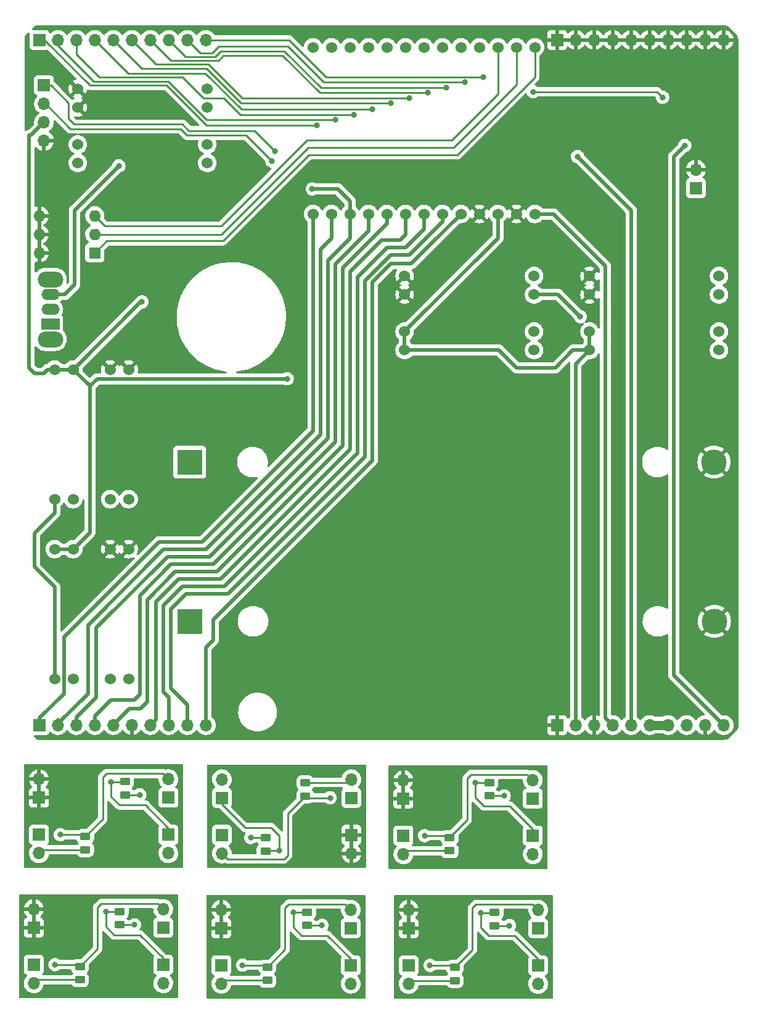
<source format=gbr>
%TF.GenerationSoftware,KiCad,Pcbnew,6.0.7-f9a2dced07~116~ubuntu20.04.1*%
%TF.CreationDate,2022-10-31T15:28:21+01:00*%
%TF.ProjectId,av_citynode_hw,61765f63-6974-4796-9e6f-64655f68772e,rev?*%
%TF.SameCoordinates,Original*%
%TF.FileFunction,Copper,L2,Bot*%
%TF.FilePolarity,Positive*%
%FSLAX46Y46*%
G04 Gerber Fmt 4.6, Leading zero omitted, Abs format (unit mm)*
G04 Created by KiCad (PCBNEW 6.0.7-f9a2dced07~116~ubuntu20.04.1) date 2022-10-31 15:28:21*
%MOMM*%
%LPD*%
G01*
G04 APERTURE LIST*
G04 Aperture macros list*
%AMRoundRect*
0 Rectangle with rounded corners*
0 $1 Rounding radius*
0 $2 $3 $4 $5 $6 $7 $8 $9 X,Y pos of 4 corners*
0 Add a 4 corners polygon primitive as box body*
4,1,4,$2,$3,$4,$5,$6,$7,$8,$9,$2,$3,0*
0 Add four circle primitives for the rounded corners*
1,1,$1+$1,$2,$3*
1,1,$1+$1,$4,$5*
1,1,$1+$1,$6,$7*
1,1,$1+$1,$8,$9*
0 Add four rect primitives between the rounded corners*
20,1,$1+$1,$2,$3,$4,$5,0*
20,1,$1+$1,$4,$5,$6,$7,0*
20,1,$1+$1,$6,$7,$8,$9,0*
20,1,$1+$1,$8,$9,$2,$3,0*%
G04 Aperture macros list end*
%TA.AperFunction,ComponentPad*%
%ADD10R,1.700000X1.700000*%
%TD*%
%TA.AperFunction,ComponentPad*%
%ADD11O,1.700000X1.700000*%
%TD*%
%TA.AperFunction,ComponentPad*%
%ADD12C,1.524000*%
%TD*%
%TA.AperFunction,ComponentPad*%
%ADD13R,1.600000X1.600000*%
%TD*%
%TA.AperFunction,ComponentPad*%
%ADD14O,1.600000X1.600000*%
%TD*%
%TA.AperFunction,ComponentPad*%
%ADD15R,3.500000X3.500000*%
%TD*%
%TA.AperFunction,ComponentPad*%
%ADD16C,3.500000*%
%TD*%
%TA.AperFunction,ComponentPad*%
%ADD17O,3.500000X2.200000*%
%TD*%
%TA.AperFunction,ComponentPad*%
%ADD18R,2.500000X1.500000*%
%TD*%
%TA.AperFunction,ComponentPad*%
%ADD19O,2.500000X1.500000*%
%TD*%
%TA.AperFunction,SMDPad,CuDef*%
%ADD20RoundRect,0.250000X0.450000X-0.262500X0.450000X0.262500X-0.450000X0.262500X-0.450000X-0.262500X0*%
%TD*%
%TA.AperFunction,SMDPad,CuDef*%
%ADD21RoundRect,0.250000X-0.450000X0.262500X-0.450000X-0.262500X0.450000X-0.262500X0.450000X0.262500X0*%
%TD*%
%TA.AperFunction,ViaPad*%
%ADD22C,0.800000*%
%TD*%
%TA.AperFunction,Conductor*%
%ADD23C,0.508000*%
%TD*%
%TA.AperFunction,Conductor*%
%ADD24C,1.270000*%
%TD*%
%TA.AperFunction,Conductor*%
%ADD25C,0.254000*%
%TD*%
%TA.AperFunction,Conductor*%
%ADD26C,0.250000*%
%TD*%
G04 APERTURE END LIST*
D10*
%TO.P,J4,1,Pin_1*%
%TO.N,Net-(J4-Pad1)*%
X62663000Y226131000D03*
D11*
%TO.P,J4,2,Pin_2*%
%TO.N,GND1*%
X62663000Y228671000D03*
%TD*%
D10*
%TO.P,J1,1,Pin_1*%
%TO.N,GND1*%
X43613000Y246451000D03*
D11*
%TO.P,J1,2,Pin_2*%
X46153000Y246451000D03*
%TO.P,J1,3,Pin_3*%
X48693000Y246451000D03*
%TO.P,J1,4,Pin_4*%
X51233000Y246451000D03*
%TO.P,J1,5,Pin_5*%
X53773000Y246451000D03*
%TO.P,J1,6,Pin_6*%
X56313000Y246451000D03*
%TO.P,J1,7,Pin_7*%
X58853000Y246451000D03*
%TO.P,J1,8,Pin_8*%
X61393000Y246451000D03*
%TO.P,J1,9,Pin_9*%
X63933000Y246451000D03*
%TO.P,J1,10,Pin_10*%
X66473000Y246451000D03*
%TD*%
D12*
%TO.P,U19,1,GND*%
%TO.N,GND1*%
X-22232000Y239728000D03*
%TO.P,U19,2,GND*%
X-22232000Y237188000D03*
%TO.P,U19,3,3v3*%
%TO.N,+3V3*%
X-22232000Y232108000D03*
%TO.P,U19,4,3v3*%
X-22232000Y229568000D03*
%TO.P,U19,5,SCL*%
%TO.N,I2C_SCL*%
X-4452000Y229568000D03*
%TO.P,U19,6,SCL*%
X-4452000Y232108000D03*
%TO.P,U19,7,SDA*%
%TO.N,I2C_SDA*%
X-4452000Y237188000D03*
%TO.P,U19,8,SDA*%
X-4452000Y239728000D03*
%TD*%
D10*
%TO.P,J7,1,Pin_1*%
%TO.N,I2C_SDA*%
X-27507000Y152471000D03*
D11*
%TO.P,J7,2,Pin_2*%
%TO.N,UART_TXD*%
X-24967000Y152471000D03*
%TO.P,J7,3,Pin_3*%
%TO.N,UART_RXD*%
X-22427000Y152471000D03*
%TO.P,J7,4,Pin_4*%
%TO.N,I2C_SCL*%
X-19887000Y152471000D03*
%TO.P,J7,5,Pin_5*%
%TO.N,5V_en*%
X-17347000Y152471000D03*
%TO.P,J7,6,Pin_6*%
%TO.N,GND1*%
X-14807000Y152471000D03*
%TO.P,J7,7,Pin_7*%
%TO.N,IO19*%
X-12267000Y152471000D03*
%TO.P,J7,8,Pin_8*%
%TO.N,lora2*%
X-9727000Y152471000D03*
%TO.P,J7,9,Pin_9*%
%TO.N,lora1*%
X-7187000Y152471000D03*
%TO.P,J7,10,Pin_10*%
%TO.N,IO26*%
X-4647000Y152471000D03*
%TD*%
D12*
%TO.P,U9,1,IO25*%
%TO.N,JUMPER3*%
X40565000Y245435000D03*
%TO.P,U9,2,IO4*%
%TO.N,JUMPER2*%
X38025000Y245435000D03*
%TO.P,U9,3,IO0*%
%TO.N,JUMPER1*%
X35485000Y245435000D03*
%TO.P,U9,4,IO2*%
%TO.N,ADC_OPC-N3*%
X32945000Y245435000D03*
%TO.P,U9,5,IO15*%
%TO.N,SPI_CS*%
X30405000Y245435000D03*
%TO.P,U9,6,IO13*%
%TO.N,SPI_MOSI*%
X27865000Y245435000D03*
%TO.P,U9,7,IO12*%
%TO.N,SPI_MISO*%
X25325000Y245435000D03*
%TO.P,U9,8,IO14*%
%TO.N,SPI_CSK*%
X22785000Y245435000D03*
%TO.P,U9,9,IO35*%
%TO.N,ADC_BATT*%
X20245000Y245435000D03*
%TO.P,U9,10,IO34*%
%TO.N,ADC_AFE*%
X17705000Y245435000D03*
%TO.P,U9,11,RST*%
%TO.N,RESET*%
X15165000Y245435000D03*
%TO.P,U9,12,S_VN*%
%TO.N,UART_TX*%
X12625000Y245435000D03*
%TO.P,U9,13,S_VP*%
%TO.N,UART_RX*%
X10085000Y245435000D03*
%TO.P,U9,14,IO21*%
%TO.N,I2C_SDA*%
X10085000Y222575000D03*
%TO.P,U9,15,TXD*%
%TO.N,UART_TXD*%
X12625000Y222575000D03*
%TO.P,U9,16,RXD*%
%TO.N,UART_RXD*%
X15165000Y222575000D03*
%TO.P,U9,17,IO22*%
%TO.N,I2C_SCL*%
X17705000Y222575000D03*
%TO.P,U9,18,IO23*%
%TO.N,5V_en*%
X20245000Y222575000D03*
%TO.P,U9,19,IO19*%
%TO.N,IO19*%
X22785000Y222575000D03*
%TO.P,U9,20,LoRa2*%
%TO.N,lora2*%
X25325000Y222575000D03*
%TO.P,U9,21,LoRa1*%
%TO.N,lora1*%
X27865000Y222575000D03*
%TO.P,U9,22,IO26*%
%TO.N,IO26*%
X30405000Y222575000D03*
%TO.P,U9,23,GND*%
%TO.N,GND1*%
X32945000Y222575000D03*
%TO.P,U9,24,3V3*%
%TO.N,+3V3*%
X35485000Y222575000D03*
%TO.P,U9,25,GND*%
%TO.N,GND1*%
X38025000Y222575000D03*
%TO.P,U9,26,5V*%
%TO.N,+5V*%
X40565000Y222575000D03*
%TD*%
D10*
%TO.P,J2,1,Pin_1*%
%TO.N,UART_RX*%
X-27507000Y246451000D03*
D11*
%TO.P,J2,2,Pin_2*%
%TO.N,UART_TX*%
X-24967000Y246451000D03*
%TO.P,J2,3,Pin_3*%
%TO.N,RESET*%
X-22427000Y246451000D03*
%TO.P,J2,4,Pin_4*%
%TO.N,ADC_AFE*%
X-19887000Y246451000D03*
%TO.P,J2,5,Pin_5*%
%TO.N,ADC_BATT*%
X-17347000Y246451000D03*
%TO.P,J2,6,Pin_6*%
%TO.N,SPI_CSK*%
X-14807000Y246451000D03*
%TO.P,J2,7,Pin_7*%
%TO.N,SPI_MISO*%
X-12267000Y246451000D03*
%TO.P,J2,8,Pin_8*%
%TO.N,SPI_MOSI*%
X-9727000Y246451000D03*
%TO.P,J2,9,Pin_9*%
%TO.N,SPI_CS*%
X-7187000Y246451000D03*
%TO.P,J2,10,Pin_10*%
%TO.N,ADC_OPC-N3*%
X-4647000Y246451000D03*
%TD*%
D12*
%TO.P,U20,1,GND*%
%TO.N,GND1*%
X-15247000Y176601000D03*
%TO.P,U20,2,GND*%
X-17787000Y176601000D03*
%TO.P,U20,3,3v3*%
%TO.N,+3V3*%
X-22867000Y176601000D03*
%TO.P,U20,4,3v3*%
X-25407000Y176601000D03*
%TO.P,U20,5,SCL*%
%TO.N,I2C_SCL*%
X-25407000Y158821000D03*
%TO.P,U20,6,SCL*%
X-22867000Y158821000D03*
%TO.P,U20,7,SDA*%
%TO.N,I2C_SDA*%
X-17787000Y158821000D03*
%TO.P,U20,8,SDA*%
X-15247000Y158821000D03*
%TD*%
D13*
%TO.P,SW1,1*%
%TO.N,JUMPER3*%
X-19897000Y217241000D03*
D14*
%TO.P,SW1,2*%
%TO.N,JUMPER2*%
X-19897000Y219781000D03*
%TO.P,SW1,3*%
%TO.N,JUMPER1*%
X-19897000Y222321000D03*
%TO.P,SW1,4*%
%TO.N,GND1*%
X-27517000Y222321000D03*
%TO.P,SW1,5*%
X-27517000Y219781000D03*
%TO.P,SW1,6*%
X-27517000Y217241000D03*
%TD*%
D15*
%TO.P,BT1,1,+*%
%TO.N,Net-(BT1-Pad1)*%
X-6865000Y188539000D03*
D16*
%TO.P,BT1,2,-*%
%TO.N,GND1*%
X65135000Y188539000D03*
%TD*%
D15*
%TO.P,BT2,1,+*%
%TO.N,Net-(BT1-Pad1)*%
X-6797000Y166695000D03*
D16*
%TO.P,BT2,2,-*%
%TO.N,GND1*%
X65203000Y166695000D03*
%TD*%
D10*
%TO.P,J6,1,Pin_1*%
%TO.N,GND1*%
X43613000Y152471000D03*
D11*
%TO.P,J6,2,Pin_2*%
%TO.N,+3V3*%
X46153000Y152471000D03*
%TO.P,J6,3,Pin_3*%
%TO.N,GND1*%
X48693000Y152471000D03*
%TO.P,J6,4,Pin_4*%
%TO.N,+5V*%
X51233000Y152471000D03*
%TO.P,J6,5,Pin_5*%
%TO.N,AFE-3.5V*%
X53773000Y152471000D03*
%TO.P,J6,6,Pin_6*%
%TO.N,Battery_+*%
X56313000Y152471000D03*
%TO.P,J6,7,Pin_7*%
X58853000Y152471000D03*
%TO.P,J6,8,Pin_8*%
%TO.N,unconnected-(J6-Pad8)*%
X61393000Y152471000D03*
%TO.P,J6,9,Pin_9*%
%TO.N,GND1*%
X63933000Y152471000D03*
%TO.P,J6,10,Pin_10*%
%TO.N,OPC-N3-5V*%
X66473000Y152471000D03*
%TD*%
D17*
%TO.P,SW2,*%
%TO.N,*%
X-25998500Y205394000D03*
X-25998500Y213594000D03*
D18*
%TO.P,SW2,1,A*%
%TO.N,unconnected-(SW2-Pad1)*%
X-25998500Y207494000D03*
D19*
%TO.P,SW2,2,B*%
%TO.N,Net-(BT1-Pad1)*%
X-25998500Y209494000D03*
%TO.P,SW2,3,C*%
%TO.N,Battery_+*%
X-25998500Y211494000D03*
%TD*%
D12*
%TO.P,U3,1,GND*%
%TO.N,GND1*%
X48058000Y214066000D03*
%TO.P,U3,2,GND*%
X48058000Y211526000D03*
%TO.P,U3,3,3v3*%
%TO.N,+3V3*%
X48058000Y206446000D03*
%TO.P,U3,4,3v3*%
X48058000Y203906000D03*
%TO.P,U3,5,SCL*%
%TO.N,I2C_SCL*%
X65838000Y203906000D03*
%TO.P,U3,6,SCL*%
X65838000Y206446000D03*
%TO.P,U3,7,SDA*%
%TO.N,I2C_SDA*%
X65838000Y211526000D03*
%TO.P,U3,8,SDA*%
X65838000Y214066000D03*
%TD*%
%TO.P,U2,1,GND*%
%TO.N,GND1*%
X22658000Y214066000D03*
%TO.P,U2,2,GND*%
X22658000Y211526000D03*
%TO.P,U2,3,3v3*%
%TO.N,+3V3*%
X22658000Y206446000D03*
%TO.P,U2,4,3v3*%
X22658000Y203906000D03*
%TO.P,U2,5,SCL*%
%TO.N,I2C_SCL*%
X40438000Y203906000D03*
%TO.P,U2,6,SCL*%
X40438000Y206446000D03*
%TO.P,U2,7,SDA*%
%TO.N,I2C_SDA*%
X40438000Y211526000D03*
%TO.P,U2,8,SDA*%
X40438000Y214066000D03*
%TD*%
%TO.P,U1,1,GND*%
%TO.N,GND1*%
X-15239000Y201239000D03*
%TO.P,U1,2,GND*%
X-17779000Y201239000D03*
%TO.P,U1,3,3v3*%
%TO.N,+3V3*%
X-22859000Y201239000D03*
%TO.P,U1,4,3v3*%
X-25399000Y201239000D03*
%TO.P,U1,5,SCL*%
%TO.N,I2C_SCL*%
X-25399000Y183459000D03*
%TO.P,U1,6,SCL*%
X-22859000Y183459000D03*
%TO.P,U1,7,SDA*%
%TO.N,I2C_SDA*%
X-17779000Y183459000D03*
%TO.P,U1,8,SDA*%
X-15239000Y183459000D03*
%TD*%
D10*
%TO.P,J25,1,Pin_1*%
%TO.N,UART_TXD*%
X-26872000Y240228000D03*
D11*
%TO.P,J25,2,Pin_2*%
%TO.N,UART_RXD*%
X-26872000Y237688000D03*
%TO.P,J25,3,Pin_3*%
%TO.N,+3V3*%
X-26872000Y235148000D03*
%TO.P,J25,4,Pin_4*%
%TO.N,GND1*%
X-26872000Y232608000D03*
%TD*%
D10*
%TO.P,J3,1,Pin_1*%
%TO.N,Net-(R3-Pad2)*%
X-2433000Y142487000D03*
D11*
%TO.P,J3,2,Pin_2*%
X-2433000Y145027000D03*
%TD*%
D10*
%TO.P,J4,1,Pin_1*%
%TO.N,Net-(R1-Pad2)*%
X40998000Y124579000D03*
D11*
%TO.P,J4,2,Pin_2*%
X40998000Y127119000D03*
%TD*%
D10*
%TO.P,J4,1,Pin_1*%
%TO.N,Net-(R1-Pad2)*%
X-10502000Y124679000D03*
D11*
%TO.P,J4,2,Pin_2*%
X-10502000Y127219000D03*
%TD*%
D10*
%TO.P,J1,1,Pin_1*%
%TO.N,Net-(C2-Pad1)*%
X-27562000Y137431000D03*
D11*
%TO.P,J1,2,Pin_2*%
X-27562000Y134891000D03*
%TD*%
D20*
%TO.P,R1,1*%
%TO.N,Net-(C2-Pad1)*%
X-21932000Y117520000D03*
%TO.P,R1,2*%
%TO.N,Net-(R1-Pad2)*%
X-21932000Y119345000D03*
%TD*%
%TO.P,R1,1*%
%TO.N,Net-(C2-Pad1)*%
X28837000Y135216000D03*
%TO.P,R1,2*%
%TO.N,Net-(R1-Pad2)*%
X28837000Y137041000D03*
%TD*%
%TO.P,R1,1*%
%TO.N,Net-(C2-Pad1)*%
X3819000Y117444000D03*
%TO.P,R1,2*%
%TO.N,Net-(R1-Pad2)*%
X3819000Y119269000D03*
%TD*%
D10*
%TO.P,J3,1,Pin_1*%
%TO.N,Net-(R3-Pad2)*%
X-9782000Y137431000D03*
D11*
%TO.P,J3,2,Pin_2*%
X-9782000Y134891000D03*
%TD*%
D10*
%TO.P,J2,1,Pin_1*%
%TO.N,GND*%
X-28282000Y124679000D03*
D11*
%TO.P,J2,2,Pin_2*%
X-28282000Y127219000D03*
%TD*%
D21*
%TO.P,R3,1*%
%TO.N,Net-(C2-Pad1)*%
X3536000Y137026000D03*
%TO.P,R3,2*%
%TO.N,Net-(R3-Pad2)*%
X3536000Y135201000D03*
%TD*%
D10*
%TO.P,J3,1,Pin_1*%
%TO.N,Net-(R3-Pad2)*%
X-10502000Y119599000D03*
D11*
%TO.P,J3,2,Pin_2*%
X-10502000Y117059000D03*
%TD*%
D20*
%TO.P,R3,1*%
%TO.N,Net-(C2-Pad1)*%
X9280000Y124984000D03*
%TO.P,R3,2*%
%TO.N,Net-(R3-Pad2)*%
X9280000Y126809000D03*
%TD*%
D21*
%TO.P,R1,1*%
%TO.N,Net-(C2-Pad1)*%
X8997000Y144566000D03*
%TO.P,R1,2*%
%TO.N,Net-(R1-Pad2)*%
X8997000Y142741000D03*
%TD*%
D10*
%TO.P,J4,1,Pin_1*%
%TO.N,Net-(R1-Pad2)*%
X-2433000Y137407000D03*
D11*
%TO.P,J4,2,Pin_2*%
X-2433000Y134867000D03*
%TD*%
D10*
%TO.P,J3,1,Pin_1*%
%TO.N,Net-(R3-Pad2)*%
X15249000Y119523000D03*
D11*
%TO.P,J3,2,Pin_2*%
X15249000Y116983000D03*
%TD*%
D10*
%TO.P,J4,1,Pin_1*%
%TO.N,Net-(R1-Pad2)*%
X-9782000Y142511000D03*
D11*
%TO.P,J4,2,Pin_2*%
X-9782000Y145051000D03*
%TD*%
D10*
%TO.P,J2,1,Pin_1*%
%TO.N,GND*%
X15347000Y137407000D03*
D11*
%TO.P,J2,2,Pin_2*%
X15347000Y134867000D03*
%TD*%
D10*
%TO.P,J1,1,Pin_1*%
%TO.N,Net-(C2-Pad1)*%
X22487000Y137295000D03*
D11*
%TO.P,J1,2,Pin_2*%
X22487000Y134755000D03*
%TD*%
D10*
%TO.P,J2,1,Pin_1*%
%TO.N,GND*%
X-2531000Y124603000D03*
D11*
%TO.P,J2,2,Pin_2*%
X-2531000Y127143000D03*
%TD*%
D10*
%TO.P,J1,1,Pin_1*%
%TO.N,Net-(C2-Pad1)*%
X23218000Y119499000D03*
D11*
%TO.P,J1,2,Pin_2*%
X23218000Y116959000D03*
%TD*%
D10*
%TO.P,J2,1,Pin_1*%
%TO.N,GND*%
X-27562000Y142511000D03*
D11*
%TO.P,J2,2,Pin_2*%
X-27562000Y145051000D03*
%TD*%
D10*
%TO.P,J1,1,Pin_1*%
%TO.N,Net-(C2-Pad1)*%
X-2531000Y119523000D03*
D11*
%TO.P,J1,2,Pin_2*%
X-2531000Y116983000D03*
%TD*%
D10*
%TO.P,J4,1,Pin_1*%
%TO.N,Net-(R1-Pad2)*%
X15249000Y124603000D03*
D11*
%TO.P,J4,2,Pin_2*%
X15249000Y127143000D03*
%TD*%
D20*
%TO.P,R3,1*%
%TO.N,Net-(C2-Pad1)*%
X-15751000Y142892000D03*
%TO.P,R3,2*%
%TO.N,Net-(R3-Pad2)*%
X-15751000Y144717000D03*
%TD*%
D10*
%TO.P,J2,1,Pin_1*%
%TO.N,GND*%
X22487000Y142375000D03*
D11*
%TO.P,J2,2,Pin_2*%
X22487000Y144915000D03*
%TD*%
D20*
%TO.P,R3,1*%
%TO.N,Net-(C2-Pad1)*%
X34298000Y142756000D03*
%TO.P,R3,2*%
%TO.N,Net-(R3-Pad2)*%
X34298000Y144581000D03*
%TD*%
D10*
%TO.P,J4,1,Pin_1*%
%TO.N,Net-(R1-Pad2)*%
X40267000Y142375000D03*
D11*
%TO.P,J4,2,Pin_2*%
X40267000Y144915000D03*
%TD*%
D10*
%TO.P,J3,1,Pin_1*%
%TO.N,Net-(R3-Pad2)*%
X40998000Y119499000D03*
D11*
%TO.P,J3,2,Pin_2*%
X40998000Y116959000D03*
%TD*%
D10*
%TO.P,J2,1,Pin_1*%
%TO.N,GND*%
X23218000Y124579000D03*
D11*
%TO.P,J2,2,Pin_2*%
X23218000Y127119000D03*
%TD*%
D20*
%TO.P,R3,1*%
%TO.N,Net-(C2-Pad1)*%
X35029000Y124960000D03*
%TO.P,R3,2*%
%TO.N,Net-(R3-Pad2)*%
X35029000Y126785000D03*
%TD*%
D10*
%TO.P,J3,1,Pin_1*%
%TO.N,Net-(R3-Pad2)*%
X40267000Y137295000D03*
D11*
%TO.P,J3,2,Pin_2*%
X40267000Y134755000D03*
%TD*%
D10*
%TO.P,J1,1,Pin_1*%
%TO.N,Net-(C2-Pad1)*%
X-28282000Y119599000D03*
D11*
%TO.P,J1,2,Pin_2*%
X-28282000Y117059000D03*
%TD*%
D20*
%TO.P,R3,1*%
%TO.N,Net-(C2-Pad1)*%
X-16471000Y125060000D03*
%TO.P,R3,2*%
%TO.N,Net-(R3-Pad2)*%
X-16471000Y126885000D03*
%TD*%
D10*
%TO.P,J1,1,Pin_1*%
%TO.N,Net-(C2-Pad1)*%
X15347000Y142487000D03*
D11*
%TO.P,J1,2,Pin_2*%
X15347000Y145027000D03*
%TD*%
D20*
%TO.P,R1,1*%
%TO.N,Net-(C2-Pad1)*%
X29568000Y117420000D03*
%TO.P,R1,2*%
%TO.N,Net-(R1-Pad2)*%
X29568000Y119245000D03*
%TD*%
%TO.P,R1,1*%
%TO.N,Net-(C2-Pad1)*%
X-21212000Y135352000D03*
%TO.P,R1,2*%
%TO.N,Net-(R1-Pad2)*%
X-21212000Y137177000D03*
%TD*%
D22*
%TO.N,Battery_+*%
X-16585000Y229179000D03*
%TO.N,GND1*%
X51995000Y204414000D03*
X62155000Y207335000D03*
X62155000Y209367000D03*
X62155000Y205049000D03*
X56821000Y204795000D03*
%TO.N,+3V3*%
X6529000Y199969000D03*
X-13410000Y210510000D03*
%TO.N,OPC-N3-5V*%
X61139000Y231973000D03*
%TO.N,UART_RX*%
X10593000Y234746500D03*
%TO.N,UART_TX*%
X13133000Y235473000D03*
%TO.N,RESET*%
X15673000Y236199500D03*
%TO.N,ADC_BATT*%
X20753000Y237738500D03*
%TO.N,SPI_CSK*%
X23293000Y238465000D03*
%TO.N,SPI_MISO*%
X25833000Y239191500D03*
%TO.N,SPI_MOSI*%
X28373000Y239918000D03*
%TO.N,SPI_CS*%
X30913000Y240644500D03*
%TO.N,I2C_SDA*%
X46788000Y208478000D03*
%TO.N,UART_TXD*%
X4819000Y231211000D03*
%TO.N,UART_RXD*%
X9958000Y226004000D03*
X4438000Y229814000D03*
%TO.N,AFE-3.5V*%
X46407000Y230449000D03*
%TO.N,ADC_AFE*%
X18213000Y236926000D03*
%TO.N,ADC_OPC-N3*%
X40311000Y239339000D03*
X33453000Y241371000D03*
X58091000Y238577000D03*
%TO.N,Net-(C2-Pad1)*%
X11312000Y124984000D03*
X36330000Y142756000D03*
X1504000Y137026000D03*
X37061000Y124960000D03*
X-13719000Y142892000D03*
X-14439000Y125060000D03*
%TO.N,Net-(R3-Pad2)*%
X-17656000Y144670000D03*
X7375000Y126762000D03*
X33124000Y126738000D03*
X-18376000Y126838000D03*
X5441000Y135248000D03*
X32393000Y144534000D03*
%TO.N,Net-(R1-Pad2)*%
X390000Y119523000D03*
X-24641000Y137431000D03*
X25408000Y137295000D03*
X-25361000Y119599000D03*
X26139000Y119499000D03*
X12426000Y142487000D03*
%TD*%
D23*
%TO.N,Battery_+*%
X-25998500Y211494000D02*
X-24042000Y211494000D01*
X-24042000Y211494000D02*
X-22681000Y212855000D01*
X-22681000Y212855000D02*
X-22681000Y223083000D01*
D24*
X56313000Y152471000D02*
X58853000Y152471000D01*
D23*
X-22681000Y223083000D02*
X-16585000Y229179000D01*
%TO.N,+3V3*%
X38025000Y201493000D02*
X43359000Y201493000D01*
X-22867000Y176601000D02*
X-20581000Y178887000D01*
X46153000Y202001000D02*
X48058000Y203906000D01*
X-28650000Y233370000D02*
X-28904000Y233370000D01*
X-22859000Y201239000D02*
X-25399000Y201239000D01*
X35612000Y203906000D02*
X38025000Y201493000D01*
X45772000Y203906000D02*
X48058000Y203906000D01*
X-26872000Y200731000D02*
X-28142000Y200731000D01*
X22658000Y203906000D02*
X35612000Y203906000D01*
X-26872000Y235148000D02*
X-28650000Y233370000D01*
X-20581000Y178887000D02*
X-20581000Y198961000D01*
X48058000Y206446000D02*
X48058000Y203906000D01*
X-25399000Y201239000D02*
X-26364000Y201239000D01*
X43359000Y201493000D02*
X45772000Y203906000D01*
X35485000Y219273000D02*
X22658000Y206446000D01*
X-20581000Y198961000D02*
X-22859000Y201239000D01*
X-22867000Y176601000D02*
X-25407000Y176601000D01*
X-13588000Y210510000D02*
X-13410000Y210510000D01*
X-19573000Y199969000D02*
X-20581000Y198961000D01*
X35485000Y222575000D02*
X35485000Y219273000D01*
X46153000Y152471000D02*
X46153000Y202001000D01*
X-28904000Y233370000D02*
X-28904000Y201493000D01*
X-22859000Y201239000D02*
X-13588000Y210510000D01*
X-26364000Y201239000D02*
X-26872000Y200731000D01*
X-28904000Y201493000D02*
X-28142000Y200731000D01*
X6529000Y199969000D02*
X-19573000Y199969000D01*
X22658000Y206446000D02*
X22658000Y203906000D01*
D25*
%TO.N,JUMPER1*%
X35485000Y239085000D02*
X35485000Y245435000D01*
X29135000Y232735000D02*
X9264000Y232735000D01*
X-18500000Y220924000D02*
X-19897000Y222321000D01*
X9264000Y232735000D02*
X-2547000Y220924000D01*
X29135000Y232735000D02*
X35485000Y239085000D01*
X-2547000Y220924000D02*
X-18500000Y220924000D01*
%TO.N,JUMPER2*%
X-2547000Y219781000D02*
X9391000Y231719000D01*
X9391000Y231719000D02*
X29389000Y231719000D01*
X38025000Y240355000D02*
X38025000Y245435000D01*
X-19897000Y219781000D02*
X-2547000Y219781000D01*
X29389000Y231719000D02*
X38025000Y240355000D01*
%TO.N,JUMPER3*%
X40565000Y245435000D02*
X40565000Y241371000D01*
X29897000Y230703000D02*
X9518000Y230703000D01*
X-2293000Y218892000D02*
X-18246000Y218892000D01*
X40565000Y241371000D02*
X29897000Y230703000D01*
X-18246000Y218892000D02*
X-19897000Y217241000D01*
X9518000Y230703000D02*
X-2293000Y218892000D01*
D23*
%TO.N,OPC-N3-5V*%
X59615000Y159329000D02*
X59615000Y226385000D01*
X59615000Y226385000D02*
X59615000Y230449000D01*
X59615000Y230449000D02*
X61139000Y231973000D01*
X66473000Y152471000D02*
X59615000Y159329000D01*
D25*
%TO.N,UART_RX*%
X-27507000Y246451000D02*
X-26804000Y246451000D01*
X-20581000Y240228000D02*
X-10040000Y240228000D01*
X-4558500Y234746500D02*
X10593000Y234746500D01*
X-10040000Y240228000D02*
X-4558500Y234746500D01*
X-26804000Y246451000D02*
X-20581000Y240228000D01*
%TO.N,UART_TX*%
X-24967000Y245630000D02*
X-20073000Y240736000D01*
X-20073000Y240736000D02*
X-9786000Y240736000D01*
X-4523000Y235473000D02*
X13133000Y235473000D01*
X-9786000Y240736000D02*
X-4523000Y235473000D01*
X-24967000Y246451000D02*
X-24967000Y245630000D01*
%TO.N,RESET*%
X1171500Y236199500D02*
X15673000Y236199500D01*
X-22427000Y244487000D02*
X-22427000Y246451000D01*
X-4960000Y238450000D02*
X-7881000Y241371000D01*
X84500Y236199500D02*
X-2166000Y238450000D01*
X-7881000Y241371000D02*
X-19311000Y241371000D01*
X-19311000Y241371000D02*
X-22427000Y244487000D01*
X1171500Y236199500D02*
X84500Y236199500D01*
X-2166000Y238450000D02*
X-4960000Y238450000D01*
%TO.N,ADC_BATT*%
X196500Y237738500D02*
X20753000Y237738500D01*
X-13410000Y242514000D02*
X-17347000Y246451000D01*
X-4579000Y242514000D02*
X-13410000Y242514000D01*
X196500Y237738500D02*
X-4579000Y242514000D01*
%TO.N,SPI_CSK*%
X-14807000Y246451000D02*
X-11505000Y243149000D01*
X-4325000Y243149000D02*
X359000Y238465000D01*
X359000Y238465000D02*
X23293000Y238465000D01*
X-11505000Y243149000D02*
X-4325000Y243149000D01*
%TO.N,SPI_MISO*%
X-9473000Y243657000D02*
X-2869000Y243657000D01*
X-2869000Y243657000D02*
X-2234000Y244292000D01*
X-12267000Y246451000D02*
X-9473000Y243657000D01*
X10994500Y239191500D02*
X25833000Y239191500D01*
X-2234000Y244292000D02*
X5894000Y244292000D01*
X5894000Y244292000D02*
X10994500Y239191500D01*
%TO.N,SPI_MOSI*%
X-2615000Y244927000D02*
X6148000Y244927000D01*
X-7441000Y244165000D02*
X-3377000Y244165000D01*
X11157000Y239918000D02*
X28373000Y239918000D01*
X6148000Y244927000D02*
X11157000Y239918000D01*
X-9727000Y246451000D02*
X-7441000Y244165000D01*
X-3377000Y244165000D02*
X-2615000Y244927000D01*
%TO.N,SPI_CS*%
X6656000Y245562000D02*
X11573500Y240644500D01*
X-3758000Y244673000D02*
X-2869000Y245562000D01*
X-2869000Y245562000D02*
X6656000Y245562000D01*
X-5409000Y244673000D02*
X-3758000Y244673000D01*
X11573500Y240644500D02*
X30913000Y240644500D01*
X-7187000Y246451000D02*
X-5409000Y244673000D01*
D23*
%TO.N,I2C_SDA*%
X-27507000Y153419000D02*
X-24137000Y156789000D01*
X-24137000Y156789000D02*
X-24137000Y164536000D01*
X10085000Y192857000D02*
X10085000Y222575000D01*
X-27507000Y152471000D02*
X-27507000Y153419000D01*
X-11056000Y177617000D02*
X-10489000Y177617000D01*
X40438000Y211526000D02*
X43740000Y211526000D01*
X43740000Y211526000D02*
X46788000Y208478000D01*
X-24137000Y164536000D02*
X-11056000Y177617000D01*
X-10489000Y177617000D02*
X-5155000Y177617000D01*
X-5155000Y177617000D02*
X10085000Y192857000D01*
%TO.N,UART_TXD*%
X11101000Y192349000D02*
X11101000Y217749000D01*
X-24967000Y152471000D02*
X-24967000Y152657000D01*
X-20835000Y156789000D02*
X-20835000Y166187000D01*
X-24967000Y152471000D02*
X-24967000Y153233000D01*
X-20835000Y166187000D02*
X-10489000Y176533000D01*
X-10489000Y176533000D02*
X-10489000Y176601000D01*
X-10489000Y176601000D02*
X-4647000Y176601000D01*
X12625000Y219273000D02*
X12625000Y222575000D01*
D25*
X-23502000Y237815000D02*
X-23502000Y235656000D01*
X-25915000Y240228000D02*
X-23502000Y237815000D01*
D23*
X11101000Y217749000D02*
X12625000Y219273000D01*
D25*
X-22740000Y234894000D02*
X-7881000Y234894000D01*
X-23502000Y235656000D02*
X-22740000Y234894000D01*
X2025000Y234005000D02*
X4819000Y231211000D01*
D23*
X-24967000Y152657000D02*
X-20835000Y156789000D01*
X-4647000Y176601000D02*
X11101000Y192349000D01*
D25*
X-6992000Y234005000D02*
X2025000Y234005000D01*
X-26872000Y240228000D02*
X-25915000Y240228000D01*
X-7881000Y234894000D02*
X-6992000Y234005000D01*
D23*
%TO.N,UART_RXD*%
X-19692000Y156281000D02*
X-22427000Y153546000D01*
X-9913000Y175585000D02*
X-19692000Y165806000D01*
D25*
X-7246000Y233370000D02*
X-3944000Y233370000D01*
D23*
X15165000Y222575000D02*
X15165000Y219273000D01*
X-19692000Y165806000D02*
X-19692000Y156281000D01*
D25*
X-26872000Y237688000D02*
X-26677000Y237688000D01*
D23*
X15165000Y219273000D02*
X12117000Y216225000D01*
X12117000Y216225000D02*
X12117000Y191841000D01*
X9958000Y226004000D02*
X13514000Y226004000D01*
X13514000Y226004000D02*
X15165000Y224353000D01*
X-4139000Y175585000D02*
X-9913000Y175585000D01*
D25*
X-26677000Y237688000D02*
X-23248000Y234259000D01*
D23*
X15165000Y224353000D02*
X15165000Y222575000D01*
D25*
X-8135000Y234259000D02*
X-7500000Y233624000D01*
X-23248000Y234259000D02*
X-8135000Y234259000D01*
X-3944000Y233370000D02*
X882000Y233370000D01*
D23*
X12117000Y191841000D02*
X-4139000Y175585000D01*
D25*
X882000Y233370000D02*
X4438000Y229814000D01*
X-7500000Y233624000D02*
X-7246000Y233370000D01*
D23*
X-22427000Y153546000D02*
X-22427000Y152471000D01*
%TO.N,I2C_SCL*%
X13133000Y215717000D02*
X13133000Y191333000D01*
X-9473000Y174569000D02*
X-9473000Y174501000D01*
X-13723000Y156662000D02*
X-14485000Y155900000D01*
X-17660000Y155900000D02*
X-19887000Y153673000D01*
X-3631000Y174569000D02*
X-9473000Y174569000D01*
X-9473000Y174501000D02*
X-13723000Y170251000D01*
X-25407000Y171394000D02*
X-28201000Y174188000D01*
X-28201000Y174188000D02*
X-28201000Y178760000D01*
X-13723000Y170251000D02*
X-13723000Y156662000D01*
X17705000Y220289000D02*
X13133000Y215717000D01*
X13133000Y191333000D02*
X-3631000Y174569000D01*
X17705000Y222575000D02*
X17705000Y220289000D01*
X-28201000Y178760000D02*
X-25399000Y181562000D01*
X-19887000Y153673000D02*
X-19887000Y152471000D01*
X-25399000Y181562000D02*
X-25399000Y183459000D01*
X-14485000Y155900000D02*
X-17660000Y155900000D01*
X-25407000Y158821000D02*
X-25407000Y171394000D01*
%TO.N,5V_en*%
X-8838000Y173553000D02*
X-3123000Y173553000D01*
X-13596000Y154757000D02*
X-15120000Y154757000D01*
X20245000Y221305000D02*
X20245000Y222575000D01*
X-12707000Y155646000D02*
X-13596000Y154757000D01*
X-12707000Y169616000D02*
X-12707000Y155646000D01*
X-3123000Y173553000D02*
X14149000Y190825000D01*
X-17347000Y152530000D02*
X-17347000Y152471000D01*
X-15120000Y154757000D02*
X-17347000Y152530000D01*
X-8838000Y173553000D02*
X-8838000Y173485000D01*
X14149000Y215209000D02*
X20245000Y221305000D01*
X-8838000Y173485000D02*
X-12707000Y169616000D01*
X14149000Y190825000D02*
X14149000Y215209000D01*
%TO.N,IO19*%
X-11505000Y153233000D02*
X-11505000Y169362000D01*
X-12267000Y152471000D02*
X-11505000Y153233000D01*
X-2615000Y172537000D02*
X15165000Y190317000D01*
X15165000Y190317000D02*
X15165000Y214701000D01*
X15165000Y214701000D02*
X19483000Y219019000D01*
X-8330000Y172537000D02*
X-2615000Y172537000D01*
X-11505000Y169362000D02*
X-8330000Y172537000D01*
X22023000Y219019000D02*
X22785000Y219781000D01*
X22785000Y219781000D02*
X22785000Y222575000D01*
X19483000Y219019000D02*
X22023000Y219019000D01*
%TO.N,lora2*%
X20245000Y218003000D02*
X22785000Y218003000D01*
X16181000Y189809000D02*
X16181000Y213939000D01*
X22785000Y218003000D02*
X25325000Y220543000D01*
X-9727000Y156281000D02*
X-10489000Y157043000D01*
X16181000Y213939000D02*
X20245000Y218003000D01*
X25325000Y220543000D02*
X25325000Y222575000D01*
X-10489000Y157043000D02*
X-10489000Y168854000D01*
X-7822000Y171521000D02*
X-2107000Y171521000D01*
X-9727000Y152471000D02*
X-9727000Y156281000D01*
X-10489000Y168854000D02*
X-7822000Y171521000D01*
X-2107000Y171521000D02*
X16181000Y189809000D01*
%TO.N,lora1*%
X20753000Y216987000D02*
X23293000Y216987000D01*
X-7187000Y155265000D02*
X-9473000Y157551000D01*
X-7187000Y152471000D02*
X-7187000Y155265000D01*
X27865000Y221559000D02*
X27865000Y222575000D01*
X-9473000Y157551000D02*
X-9473000Y168346000D01*
X-1599000Y170505000D02*
X17197000Y189301000D01*
X-7314000Y170505000D02*
X-1599000Y170505000D01*
X17197000Y213431000D02*
X20753000Y216987000D01*
X17197000Y189301000D02*
X17197000Y213431000D01*
X23293000Y216987000D02*
X27865000Y221559000D01*
X-9473000Y168346000D02*
X-7314000Y170505000D01*
%TO.N,IO26*%
X-4647000Y163139000D02*
X-3631000Y164155000D01*
X-3631000Y164155000D02*
X-3631000Y166949000D01*
X18205632Y213184368D02*
X20792264Y215771000D01*
X20792264Y215771000D02*
X23586263Y215771000D01*
X18205632Y188785632D02*
X18205632Y213184368D01*
X-4647000Y152471000D02*
X-4647000Y163139000D01*
X25952632Y218137368D02*
X25967368Y218137368D01*
X25967368Y218137368D02*
X30405000Y222575000D01*
X23586263Y215771000D02*
X25952632Y218137368D01*
X-3631000Y166949000D02*
X18205632Y188785632D01*
%TO.N,+5V*%
X43105000Y222575000D02*
X50217000Y215463000D01*
X50217000Y153487000D02*
X51233000Y152471000D01*
X50217000Y215463000D02*
X50217000Y153487000D01*
X40565000Y222575000D02*
X43105000Y222575000D01*
%TO.N,AFE-3.5V*%
X53773000Y152471000D02*
X53773000Y223083000D01*
X53773000Y223083000D02*
X46407000Y230449000D01*
D25*
%TO.N,ADC_AFE*%
X-15315000Y241879000D02*
X-19887000Y246451000D01*
X-4706000Y241879000D02*
X-15315000Y241879000D01*
X247000Y236926000D02*
X-4706000Y241879000D01*
X1390000Y236926000D02*
X247000Y236926000D01*
X1390000Y236926000D02*
X18213000Y236926000D01*
%TO.N,ADC_OPC-N3*%
X40311000Y239339000D02*
X57329000Y239339000D01*
X6783000Y246451000D02*
X11863000Y241371000D01*
X-4647000Y246451000D02*
X6783000Y246451000D01*
X57329000Y239339000D02*
X58091000Y238577000D01*
X11863000Y241371000D02*
X33453000Y241371000D01*
D26*
%TO.N,Net-(C2-Pad1)*%
X3819000Y117444000D02*
X-2070000Y117444000D01*
X34298000Y142756000D02*
X36330000Y142756000D01*
X8997000Y144566000D02*
X14886000Y144566000D01*
X-16471000Y125060000D02*
X-14439000Y125060000D01*
X-21212000Y135352000D02*
X-27101000Y135352000D01*
X28837000Y135216000D02*
X22948000Y135216000D01*
X3536000Y137026000D02*
X1504000Y137026000D01*
X-15751000Y142892000D02*
X-13719000Y142892000D01*
X-27821000Y117520000D02*
X-28282000Y117059000D01*
X29568000Y117420000D02*
X23679000Y117420000D01*
X35029000Y124960000D02*
X37061000Y124960000D01*
X-2070000Y117444000D02*
X-2531000Y116983000D01*
X23679000Y117420000D02*
X23218000Y116959000D01*
X22948000Y135216000D02*
X22487000Y134755000D01*
X-21932000Y117520000D02*
X-27821000Y117520000D01*
X14886000Y144566000D02*
X15347000Y145027000D01*
X-27101000Y135352000D02*
X-27562000Y134891000D01*
X9280000Y124984000D02*
X11312000Y124984000D01*
%TO.N,Net-(R3-Pad2)*%
X32393000Y144534000D02*
X32393000Y142502000D01*
X12074000Y123587000D02*
X15249000Y120412000D01*
X4298000Y138423000D02*
X742000Y138423000D01*
X-9782000Y138320000D02*
X-9782000Y137431000D01*
X32393000Y142502000D02*
X33536000Y141359000D01*
X-16513000Y141495000D02*
X-12957000Y141495000D01*
X-18376000Y126838000D02*
X-18376000Y124806000D01*
X34982000Y126738000D02*
X35029000Y126785000D01*
X15249000Y120412000D02*
X15249000Y119523000D01*
X33124000Y126738000D02*
X33124000Y124706000D01*
X-17656000Y142638000D02*
X-16513000Y141495000D01*
X34251000Y144534000D02*
X34298000Y144581000D01*
X-16518000Y126838000D02*
X-16471000Y126885000D01*
X5441000Y135248000D02*
X3583000Y135248000D01*
X8518000Y123587000D02*
X12074000Y123587000D01*
X37823000Y123563000D02*
X40998000Y120388000D01*
X-15798000Y144670000D02*
X-15751000Y144717000D01*
X-17656000Y144670000D02*
X-15798000Y144670000D01*
X7375000Y126762000D02*
X9233000Y126762000D01*
X3583000Y135248000D02*
X3536000Y135201000D01*
X33124000Y124706000D02*
X34267000Y123563000D01*
X-18376000Y124806000D02*
X-17233000Y123663000D01*
X32393000Y144534000D02*
X34251000Y144534000D01*
X-17233000Y123663000D02*
X-13677000Y123663000D01*
X7375000Y124730000D02*
X8518000Y123587000D01*
X5441000Y137280000D02*
X4298000Y138423000D01*
X33124000Y126738000D02*
X34982000Y126738000D01*
X9233000Y126762000D02*
X9280000Y126809000D01*
X-12957000Y141495000D02*
X-9782000Y138320000D01*
X33536000Y141359000D02*
X37092000Y141359000D01*
X34267000Y123563000D02*
X37823000Y123563000D01*
X40998000Y120388000D02*
X40998000Y119499000D01*
X-2433000Y141598000D02*
X-2433000Y142487000D01*
X37092000Y141359000D02*
X40267000Y138184000D01*
X-18376000Y126838000D02*
X-16518000Y126838000D01*
X7375000Y126762000D02*
X7375000Y124730000D01*
X-10502000Y120488000D02*
X-10502000Y119599000D01*
X-17656000Y144670000D02*
X-17656000Y142638000D01*
X40267000Y138184000D02*
X40267000Y137295000D01*
X5441000Y135248000D02*
X5441000Y137280000D01*
X742000Y138423000D02*
X-2433000Y141598000D01*
X-13677000Y123663000D02*
X-10502000Y120488000D01*
%TO.N,Net-(R1-Pad2)*%
X-19519000Y121758000D02*
X-19519000Y127473000D01*
X28837000Y137041000D02*
X31250000Y139454000D01*
X6232000Y121682000D02*
X6232000Y127397000D01*
X29568000Y119245000D02*
X31981000Y121658000D01*
X25408000Y137295000D02*
X28583000Y137295000D01*
X-21932000Y119345000D02*
X-19519000Y121758000D01*
X26139000Y119499000D02*
X29314000Y119499000D01*
X40236000Y127881000D02*
X40998000Y127119000D01*
X-21466000Y137431000D02*
X-21212000Y137177000D01*
X-19011000Y127981000D02*
X-11264000Y127981000D01*
X-21212000Y137177000D02*
X-18799000Y139590000D01*
X39505000Y145677000D02*
X40267000Y144915000D01*
X31250000Y145169000D02*
X31758000Y145677000D01*
X-10544000Y145813000D02*
X-9782000Y145051000D01*
X-1671000Y134105000D02*
X-2433000Y134867000D01*
X-11264000Y127981000D02*
X-10502000Y127219000D01*
X390000Y119523000D02*
X3565000Y119523000D01*
X6076000Y134105000D02*
X-1671000Y134105000D01*
X6584000Y134613000D02*
X6076000Y134105000D01*
X12426000Y142487000D02*
X9251000Y142487000D01*
X-25361000Y119599000D02*
X-22186000Y119599000D01*
X-18799000Y139590000D02*
X-18799000Y145305000D01*
X-24641000Y137431000D02*
X-21466000Y137431000D01*
X-18291000Y145813000D02*
X-10544000Y145813000D01*
X-22186000Y119599000D02*
X-21932000Y119345000D01*
X6232000Y127397000D02*
X6740000Y127905000D01*
X-19519000Y127473000D02*
X-19011000Y127981000D01*
X3565000Y119523000D02*
X3819000Y119269000D01*
X31981000Y127373000D02*
X32489000Y127881000D01*
X14487000Y127905000D02*
X15249000Y127143000D01*
X31758000Y145677000D02*
X39505000Y145677000D01*
X9251000Y142487000D02*
X8997000Y142741000D01*
X8997000Y142741000D02*
X6584000Y140328000D01*
X32489000Y127881000D02*
X40236000Y127881000D01*
X6584000Y140328000D02*
X6584000Y134613000D01*
X6740000Y127905000D02*
X14487000Y127905000D01*
X-18799000Y145305000D02*
X-18291000Y145813000D01*
X29314000Y119499000D02*
X29568000Y119245000D01*
X31981000Y121658000D02*
X31981000Y127373000D01*
X28583000Y137295000D02*
X28837000Y137041000D01*
X3819000Y119269000D02*
X6232000Y121682000D01*
X31250000Y139454000D02*
X31250000Y145169000D01*
%TD*%
%TA.AperFunction,Conductor*%
%TO.N,GND*%
G36*
X-4406621Y132855502D02*
G01*
X-4453114Y132909158D01*
X-4464500Y132961500D01*
X-4464500Y146932500D01*
X-4444498Y147000621D01*
X-4390842Y147047114D01*
X-4338500Y147058500D01*
X17252500Y147058500D01*
X17320621Y147038498D01*
X17367114Y146984842D01*
X17378500Y146932500D01*
X17378500Y144993695D01*
X16709749Y144993695D01*
X16709452Y144998848D01*
X16709452Y144998851D01*
X16703989Y145093590D01*
X16696890Y145216715D01*
X16695753Y145221761D01*
X16695752Y145221767D01*
X16677714Y145301803D01*
X16647778Y145434639D01*
X16563734Y145641616D01*
X16447013Y145832088D01*
X16300750Y146000938D01*
X16128874Y146143632D01*
X15936000Y146256338D01*
X15727308Y146336030D01*
X15722240Y146337061D01*
X15722237Y146337062D01*
X15614983Y146358883D01*
X15508403Y146380567D01*
X15503228Y146380757D01*
X15503226Y146380757D01*
X15290327Y146388564D01*
X15290323Y146388564D01*
X15285163Y146388753D01*
X15280043Y146388097D01*
X15280041Y146388097D01*
X15068712Y146361025D01*
X15068711Y146361025D01*
X15063584Y146360368D01*
X15058634Y146358883D01*
X14854571Y146297661D01*
X14854566Y146297659D01*
X14849616Y146296174D01*
X14649006Y146197896D01*
X14467140Y146068173D01*
X14308904Y145910489D01*
X14249406Y145827689D01*
X14181565Y145733277D01*
X14178547Y145729077D01*
X14108328Y145587000D01*
X14081864Y145533453D01*
X14081863Y145533451D01*
X14079570Y145528811D01*
X14050049Y145431646D01*
X14016134Y145320021D01*
X14016133Y145320015D01*
X14014630Y145315069D01*
X14013954Y145309939D01*
X14013838Y145309051D01*
X14013690Y145308717D01*
X14012862Y145304886D01*
X14012071Y145305057D01*
X13985114Y145244125D01*
X13925848Y145205034D01*
X13888916Y145199500D01*
X10179634Y145199500D01*
X10111513Y145219502D01*
X10072491Y145259196D01*
X10045478Y145302848D01*
X9920303Y145427805D01*
X9914073Y145431645D01*
X9914072Y145431646D01*
X9776910Y145516194D01*
X9769738Y145520615D01*
X9731032Y145533453D01*
X9608389Y145574132D01*
X9608387Y145574132D01*
X9601861Y145576297D01*
X9595025Y145576997D01*
X9595022Y145576998D01*
X9551969Y145581409D01*
X9497400Y145587000D01*
X8496600Y145587000D01*
X8493354Y145586663D01*
X8493350Y145586663D01*
X8397692Y145576738D01*
X8397688Y145576737D01*
X8390834Y145576026D01*
X8384298Y145573845D01*
X8384296Y145573845D01*
X8234465Y145523857D01*
X8223054Y145520050D01*
X8072652Y145426978D01*
X7947695Y145301803D01*
X7921432Y145259197D01*
X7858725Y145157468D01*
X7858724Y145157466D01*
X7854885Y145151238D01*
X7804341Y144998851D01*
X7801368Y144989889D01*
X7801368Y144989887D01*
X7799203Y144983361D01*
X7788500Y144878900D01*
X7788500Y144253100D01*
X7794049Y144199617D01*
X7798762Y144154192D01*
X7798763Y144154188D01*
X7799474Y144147334D01*
X7855450Y143979554D01*
X7948522Y143829152D01*
X8035109Y143742716D01*
X8069188Y143680434D01*
X8064185Y143609614D01*
X8035264Y143564525D01*
X7952866Y143481983D01*
X7947695Y143476803D01*
X7873949Y143357166D01*
X7858725Y143332468D01*
X7858724Y143332466D01*
X7854885Y143326238D01*
X7799203Y143158361D01*
X7788500Y143053900D01*
X7788500Y142480594D01*
X7768498Y142412473D01*
X7751595Y142391499D01*
X6191753Y140831657D01*
X6183463Y140824113D01*
X6176982Y140820000D01*
X6130341Y140770332D01*
X6127587Y140767491D01*
X6107866Y140747770D01*
X6105388Y140744575D01*
X6097682Y140735553D01*
X6072842Y140709101D01*
X6067414Y140703321D01*
X6057654Y140685568D01*
X6046801Y140669045D01*
X6039247Y140659306D01*
X6034387Y140653041D01*
X6016824Y140612457D01*
X6011617Y140601827D01*
X5990305Y140563060D01*
X5988334Y140555383D01*
X5988332Y140555378D01*
X5985268Y140543442D01*
X5978862Y140524730D01*
X5973967Y140513419D01*
X5970819Y140506145D01*
X5969579Y140498317D01*
X5969577Y140498310D01*
X5963901Y140462476D01*
X5961495Y140450856D01*
X5952472Y140415711D01*
X5952472Y140415710D01*
X5950500Y140408030D01*
X5950500Y140387776D01*
X5948949Y140368065D01*
X5947020Y140355886D01*
X5945780Y140348057D01*
X5949941Y140304038D01*
X5950500Y140292181D01*
X5950500Y137970594D01*
X5930498Y137902473D01*
X5876842Y137855980D01*
X5806568Y137845876D01*
X5741988Y137875370D01*
X5735420Y137881484D01*
X4801641Y138815264D01*
X4794112Y138823538D01*
X4790000Y138830018D01*
X4784223Y138835443D01*
X4740349Y138876643D01*
X4737507Y138879398D01*
X4717770Y138899135D01*
X4714573Y138901615D01*
X4705553Y138909318D01*
X4673321Y138939586D01*
X4666375Y138943405D01*
X4666372Y138943407D01*
X4655566Y138949348D01*
X4639047Y138960199D01*
X4623041Y138972614D01*
X4615772Y138975759D01*
X4615768Y138975762D01*
X4582463Y138990174D01*
X4571813Y138995391D01*
X4533060Y139016695D01*
X4525385Y139018666D01*
X4525384Y139018666D01*
X4513438Y139021733D01*
X4494733Y139028137D01*
X4476145Y139036181D01*
X4468322Y139037420D01*
X4468312Y139037423D01*
X4432476Y139043099D01*
X4420856Y139045505D01*
X4385711Y139054528D01*
X4378030Y139056500D01*
X4357776Y139056500D01*
X4338066Y139058051D01*
X4318057Y139061220D01*
X4310165Y139060474D01*
X4274039Y139057059D01*
X4262181Y139056500D01*
X1056594Y139056500D01*
X988473Y139076502D01*
X967499Y139093405D01*
X-1139536Y141200441D01*
X-1173562Y141262753D01*
X-1168497Y141333569D01*
X-1151267Y141365101D01*
X-1132385Y141390295D01*
X-1081255Y141526684D01*
X-1074500Y141588866D01*
X-1074500Y143385134D01*
X-1081255Y143447316D01*
X-1132385Y143583705D01*
X-1219739Y143700261D01*
X-1336295Y143787615D01*
X-1344704Y143790767D01*
X-1344705Y143790768D01*
X-1453451Y143831535D01*
X-1510216Y143874176D01*
X-1534916Y143940738D01*
X-1519709Y144010087D01*
X-1500316Y144036568D01*
X-1373629Y144169138D01*
X-1247743Y144353680D01*
X-1153688Y144556305D01*
X-1093989Y144771570D01*
X-1070251Y144993695D01*
X-1070548Y144998848D01*
X-1070548Y144998851D01*
X-1076011Y145093590D01*
X-1083110Y145216715D01*
X-1084247Y145221761D01*
X-1084248Y145221767D01*
X-1102286Y145301803D01*
X-1132222Y145434639D01*
X-1216266Y145641616D01*
X-1332987Y145832088D01*
X-1479250Y146000938D01*
X-1651126Y146143632D01*
X-1844000Y146256338D01*
X-2052692Y146336030D01*
X-2057760Y146337061D01*
X-2057763Y146337062D01*
X-2165017Y146358883D01*
X-2271597Y146380567D01*
X-2276772Y146380757D01*
X-2276774Y146380757D01*
X-2489673Y146388564D01*
X-2489677Y146388564D01*
X-2494837Y146388753D01*
X-2499957Y146388097D01*
X-2499959Y146388097D01*
X-2711288Y146361025D01*
X-2711289Y146361025D01*
X-2716416Y146360368D01*
X-2721366Y146358883D01*
X-2925429Y146297661D01*
X-2925434Y146297659D01*
X-2930384Y146296174D01*
X-3130994Y146197896D01*
X-3312860Y146068173D01*
X-3471096Y145910489D01*
X-3530594Y145827689D01*
X-3598435Y145733277D01*
X-3601453Y145729077D01*
X-3671672Y145587000D01*
X-3698136Y145533453D01*
X-3698137Y145533451D01*
X-3700430Y145528811D01*
X-3765370Y145315069D01*
X-3794529Y145093590D01*
X-3796156Y145027000D01*
X-3777852Y144804361D01*
X-3723431Y144587702D01*
X-3634354Y144382840D01*
X-3552534Y144256366D01*
X-3515822Y144199617D01*
X-3515820Y144199614D01*
X-3513014Y144195277D01*
X-3509532Y144191450D01*
X-3365798Y144033488D01*
X-3334746Y143969642D01*
X-3343141Y143899143D01*
X-3388317Y143844375D01*
X-3414761Y143830706D01*
X-3521297Y143790767D01*
X-3529705Y143787615D01*
X-3646261Y143700261D01*
X-3733615Y143583705D01*
X-3784745Y143447316D01*
X-3791500Y143385134D01*
X-3791500Y141588866D01*
X-3784745Y141526684D01*
X-3733615Y141390295D01*
X-3646261Y141273739D01*
X-3529705Y141186385D01*
X-3393316Y141135255D01*
X-3331134Y141128500D01*
X-2911594Y141128500D01*
X-2843473Y141108498D01*
X-2822499Y141091595D01*
X238348Y138030747D01*
X245888Y138022461D01*
X250000Y138015982D01*
X299652Y137969356D01*
X302493Y137966602D01*
X322230Y137946865D01*
X325427Y137944385D01*
X334449Y137936680D01*
X360900Y137911841D01*
X366679Y137906414D01*
X373625Y137902595D01*
X373628Y137902593D01*
X384434Y137896652D01*
X400953Y137885801D01*
X401417Y137885441D01*
X416959Y137873386D01*
X424228Y137870241D01*
X424232Y137870238D01*
X457537Y137855826D01*
X468187Y137850609D01*
X506940Y137829305D01*
X526563Y137824267D01*
X545266Y137817863D01*
X556580Y137812967D01*
X556581Y137812967D01*
X563855Y137809819D01*
X571678Y137808580D01*
X571688Y137808577D01*
X607524Y137802901D01*
X619144Y137800495D01*
X654289Y137791472D01*
X654290Y137791472D01*
X661970Y137789500D01*
X682224Y137789500D01*
X701940Y137787948D01*
X705205Y137787431D01*
X769356Y137757015D01*
X806880Y137696744D01*
X805862Y137625755D01*
X779124Y137578675D01*
X764960Y137562944D01*
X669473Y137397556D01*
X610458Y137215928D01*
X590496Y137026000D01*
X610458Y136836072D01*
X669473Y136654444D01*
X764960Y136489056D01*
X892747Y136347134D01*
X1047248Y136234882D01*
X1053276Y136232198D01*
X1053278Y136232197D01*
X1215681Y136159891D01*
X1215682Y136159891D01*
X1221712Y136157206D01*
X1315112Y136137353D01*
X1402056Y136118872D01*
X1402061Y136118872D01*
X1408513Y136117500D01*
X1599487Y136117500D01*
X1605939Y136118872D01*
X1605944Y136118872D01*
X1692888Y136137353D01*
X1786288Y136157206D01*
X1792318Y136159891D01*
X1792319Y136159891D01*
X1954722Y136232197D01*
X1954724Y136232198D01*
X1960752Y136234882D01*
X1966093Y136238762D01*
X1966094Y136238763D01*
X2034088Y136288164D01*
X2115253Y136347134D01*
X2119668Y136352037D01*
X2124580Y136356460D01*
X2125705Y136355211D01*
X2179014Y136388051D01*
X2212200Y136392500D01*
X2353366Y136392500D01*
X2421487Y136372498D01*
X2460510Y136332803D01*
X2462723Y136329226D01*
X2487522Y136289152D01*
X2574109Y136202716D01*
X2608188Y136140434D01*
X2603185Y136069614D01*
X2574264Y136024525D01*
X2491866Y135941983D01*
X2486695Y135936803D01*
X2468483Y135907258D01*
X2397725Y135792468D01*
X2397724Y135792466D01*
X2393885Y135786238D01*
X2367436Y135706495D01*
X2340368Y135624889D01*
X2340368Y135624887D01*
X2338203Y135618361D01*
X2327500Y135513900D01*
X2327500Y134888100D01*
X2328600Y134877499D01*
X2315732Y134807678D01*
X2267159Y134755898D01*
X2203272Y134738500D01*
X-945818Y134738500D01*
X-1013939Y134758502D01*
X-1060432Y134812158D01*
X-1071609Y134857247D01*
X-1083110Y135056715D01*
X-1084247Y135061761D01*
X-1084248Y135061767D01*
X-1098449Y135124778D01*
X-1132222Y135274639D01*
X-1216266Y135481616D01*
X-1218965Y135486020D01*
X-1304064Y135624889D01*
X-1332987Y135672088D01*
X-1479250Y135840938D01*
X-1483230Y135844242D01*
X-1487981Y135848187D01*
X-1527616Y135907090D01*
X-1529113Y135978071D01*
X-1491997Y136038593D01*
X-1451725Y136063112D01*
X-1434381Y136069614D01*
X-1336295Y136106385D01*
X-1219739Y136193739D01*
X-1132385Y136310295D01*
X-1081255Y136446684D01*
X-1074500Y136508866D01*
X-1074500Y138305134D01*
X-1081255Y138367316D01*
X-1132385Y138503705D01*
X-1219739Y138620261D01*
X-1336295Y138707615D01*
X-1472684Y138758745D01*
X-1534866Y138765500D01*
X-3331134Y138765500D01*
X-3393316Y138758745D01*
X-3529705Y138707615D01*
X-3646261Y138620261D01*
X-3733615Y138503705D01*
X-3784745Y138367316D01*
X-3791500Y138305134D01*
X-3791500Y136508866D01*
X-3784745Y136446684D01*
X-3733615Y136310295D01*
X-3646261Y136193739D01*
X-3529705Y136106385D01*
X-3476838Y136086566D01*
X-3411203Y136061960D01*
X-3354439Y136019318D01*
X-3329739Y135952756D01*
X-3344947Y135883408D01*
X-3366493Y135854727D01*
X-3467435Y135754137D01*
X-3471096Y135750489D01*
X-3530594Y135667689D01*
X-3598435Y135573277D01*
X-3601453Y135569077D01*
X-3627143Y135517098D01*
X-3698136Y135373453D01*
X-3698137Y135373451D01*
X-3700430Y135368811D01*
X-3765370Y135155069D01*
X-3794529Y134933590D01*
X-3795561Y134891366D01*
X-3796074Y134870365D01*
X-3796074Y134870361D01*
X-3796156Y134867000D01*
X-3777852Y134644361D01*
X-3723431Y134427702D01*
X-3634354Y134222840D01*
X-3513014Y134035277D01*
X-3362670Y133870051D01*
X-3358619Y133866852D01*
X-3358615Y133866848D01*
X-3191414Y133734800D01*
X-3191410Y133734798D01*
X-3187359Y133731598D01*
X-3151028Y133711542D01*
X-3135136Y133702769D01*
X-2991789Y133623638D01*
X-2986920Y133621914D01*
X-2986916Y133621912D01*
X-2786087Y133550795D01*
X-2786083Y133550794D01*
X-2781212Y133549069D01*
X-2776119Y133548162D01*
X-2776116Y133548161D01*
X-2566373Y133510800D01*
X-2566367Y133510799D01*
X-2561284Y133509894D01*
X-2487452Y133508992D01*
X-2343081Y133507228D01*
X-2343079Y133507228D01*
X-2337911Y133507165D01*
X-2117091Y133540955D01*
X-2103345Y133545448D01*
X-2074505Y133554874D01*
X-2003541Y133557025D01*
X-1985320Y133550746D01*
X-1955463Y133537826D01*
X-1944813Y133532609D01*
X-1906060Y133511305D01*
X-1892986Y133507948D01*
X-1886438Y133506267D01*
X-1867734Y133499863D01*
X-1856420Y133494967D01*
X-1856419Y133494967D01*
X-1849145Y133491819D01*
X-1841322Y133490580D01*
X-1841312Y133490577D01*
X-1805476Y133484901D01*
X-1793856Y133482495D01*
X-1758711Y133473472D01*
X-1758710Y133473472D01*
X-1751030Y133471500D01*
X-1730776Y133471500D01*
X-1711065Y133469949D01*
X-1708534Y133469548D01*
X-1691057Y133466780D01*
X-1683165Y133467526D01*
X-1647039Y133470941D01*
X-1635181Y133471500D01*
X5997237Y133471500D01*
X6008421Y133470973D01*
X6015909Y133469299D01*
X6023832Y133469548D01*
X6083967Y133471438D01*
X6087925Y133471500D01*
X6115856Y133471500D01*
X6119771Y133471995D01*
X6119775Y133471995D01*
X6119833Y133472003D01*
X6119862Y133472006D01*
X6131704Y133472939D01*
X6175890Y133474327D01*
X6193256Y133479372D01*
X6195342Y133479978D01*
X6214694Y133483986D01*
X6226932Y133485532D01*
X6226934Y133485533D01*
X6234797Y133486526D01*
X6275914Y133502806D01*
X6287115Y133506641D01*
X6329594Y133518982D01*
X6336413Y133523015D01*
X6336418Y133523017D01*
X6347029Y133529293D01*
X6364779Y133537990D01*
X6383617Y133545448D01*
X6390033Y133550109D01*
X6390034Y133550110D01*
X6419375Y133571428D01*
X6429299Y133577947D01*
X6460540Y133596422D01*
X6460545Y133596426D01*
X6467363Y133600458D01*
X6481687Y133614782D01*
X6496719Y133627621D01*
X6513107Y133639528D01*
X6541288Y133673593D01*
X6549278Y133682373D01*
X6976253Y134109348D01*
X6984539Y134116888D01*
X6991018Y134121000D01*
X6996443Y134126777D01*
X7037643Y134170651D01*
X7040398Y134173493D01*
X7060135Y134193230D01*
X7062615Y134196427D01*
X7070318Y134205447D01*
X7100586Y134237679D01*
X7104405Y134244625D01*
X7104407Y134244628D01*
X7110348Y134255434D01*
X7121199Y134271953D01*
X7133614Y134287959D01*
X7136759Y134295228D01*
X7136762Y134295232D01*
X7151174Y134328537D01*
X7156391Y134339187D01*
X7177695Y134377940D01*
X7179666Y134385615D01*
X7179666Y134385616D01*
X7182733Y134397562D01*
X7189137Y134416266D01*
X7197181Y134434855D01*
X7198420Y134442678D01*
X7198423Y134442688D01*
X7204099Y134478524D01*
X7206505Y134490144D01*
X7217500Y134532970D01*
X7217500Y134553224D01*
X7219051Y134572934D01*
X7222220Y134592943D01*
X7221474Y134600835D01*
X7218059Y134636961D01*
X7217500Y134648819D01*
X7217500Y140013405D01*
X7237502Y140081526D01*
X7254405Y140102500D01*
X8835000Y141683095D01*
X8897312Y141717121D01*
X8924095Y141720000D01*
X9497400Y141720000D01*
X9500646Y141720337D01*
X9500650Y141720337D01*
X9596308Y141730262D01*
X9596312Y141730263D01*
X9603166Y141730974D01*
X9609702Y141733155D01*
X9609704Y141733155D01*
X9741806Y141777228D01*
X9770946Y141786950D01*
X9777174Y141790804D01*
X9777176Y141790805D01*
X9848018Y141834644D01*
X9914321Y141853500D01*
X11717800Y141853500D01*
X11785921Y141833498D01*
X11805147Y141817157D01*
X11805420Y141817460D01*
X11810332Y141813037D01*
X11814747Y141808134D01*
X11921928Y141730262D01*
X11963906Y141699763D01*
X11963907Y141699762D01*
X11969248Y141695882D01*
X11975276Y141693198D01*
X11975278Y141693197D01*
X12137681Y141620891D01*
X12137682Y141620891D01*
X12143712Y141618206D01*
X12265669Y141592283D01*
X12324056Y141579872D01*
X12324061Y141579872D01*
X12330513Y141578500D01*
X12521487Y141578500D01*
X12527939Y141579872D01*
X12527944Y141579872D01*
X12586331Y141592283D01*
X12708288Y141618206D01*
X12714318Y141620891D01*
X12714319Y141620891D01*
X12876722Y141693197D01*
X12876724Y141693198D01*
X12882752Y141695882D01*
X12888093Y141699762D01*
X12888094Y141699763D01*
X12916411Y141720337D01*
X13037253Y141808134D01*
X13165040Y141950056D01*
X13260527Y142115444D01*
X13319542Y142297072D01*
X13339504Y142487000D01*
X13319542Y142676928D01*
X13260527Y142858556D01*
X13165040Y143023944D01*
X13160622Y143028851D01*
X13160621Y143028852D01*
X13041675Y143160955D01*
X13037253Y143165866D01*
X12882752Y143278118D01*
X12876724Y143280802D01*
X12876722Y143280803D01*
X12714319Y143353109D01*
X12708288Y143355794D01*
X12614887Y143375647D01*
X12527944Y143394128D01*
X12527939Y143394128D01*
X12521487Y143395500D01*
X12330513Y143395500D01*
X12324061Y143394128D01*
X12324056Y143394128D01*
X12237112Y143375647D01*
X12143712Y143355794D01*
X12137681Y143353109D01*
X11975278Y143280803D01*
X11975276Y143280802D01*
X11969248Y143278118D01*
X11814747Y143165866D01*
X11810332Y143160963D01*
X11805420Y143156540D01*
X11804295Y143157789D01*
X11750986Y143124949D01*
X11717800Y143120500D01*
X10298384Y143120500D01*
X10230263Y143140502D01*
X10183770Y143194158D01*
X10178861Y143206623D01*
X10141271Y143319291D01*
X10138550Y143327446D01*
X10045478Y143477848D01*
X10040296Y143483021D01*
X9958891Y143564284D01*
X9924812Y143626566D01*
X9929815Y143697386D01*
X9958736Y143742475D01*
X10006944Y143790767D01*
X10046305Y143830197D01*
X10050147Y143836429D01*
X10050148Y143836431D01*
X10072454Y143872617D01*
X10125226Y143920110D01*
X10179713Y143932500D01*
X14065397Y143932500D01*
X14133518Y143912498D01*
X14180011Y143858842D01*
X14190115Y143788568D01*
X14160621Y143723988D01*
X14140959Y143705672D01*
X14140919Y143705642D01*
X14133739Y143700261D01*
X14046385Y143583705D01*
X13995255Y143447316D01*
X13988500Y143385134D01*
X13988500Y141588866D01*
X13995255Y141526684D01*
X14046385Y141390295D01*
X14133739Y141273739D01*
X14250295Y141186385D01*
X14386684Y141135255D01*
X14448866Y141128500D01*
X16245134Y141128500D01*
X16307316Y141135255D01*
X16443705Y141186385D01*
X16560261Y141273739D01*
X16647615Y141390295D01*
X16698745Y141526684D01*
X16705500Y141588866D01*
X16705500Y143385134D01*
X16698745Y143447316D01*
X16647615Y143583705D01*
X16560261Y143700261D01*
X16443705Y143787615D01*
X16435296Y143790767D01*
X16435295Y143790768D01*
X16326549Y143831535D01*
X16269784Y143874176D01*
X16245084Y143940738D01*
X16260291Y144010087D01*
X16279684Y144036568D01*
X16406371Y144169138D01*
X16532257Y144353680D01*
X16626312Y144556305D01*
X16686011Y144771570D01*
X16709749Y144993695D01*
X17378500Y144993695D01*
X17378500Y138301669D01*
X16704999Y138301669D01*
X16704629Y138308490D01*
X16699105Y138359352D01*
X16695479Y138374604D01*
X16650324Y138495054D01*
X16641786Y138510649D01*
X16565285Y138612724D01*
X16552724Y138625285D01*
X16450649Y138701786D01*
X16435054Y138710324D01*
X16314606Y138755478D01*
X16299351Y138759105D01*
X16248486Y138764631D01*
X16241672Y138765000D01*
X15619115Y138765000D01*
X15603876Y138760525D01*
X15602671Y138759135D01*
X15601000Y138751452D01*
X15601000Y138746884D01*
X15093000Y138746884D01*
X15088525Y138762123D01*
X15087135Y138763328D01*
X15079452Y138764999D01*
X14452331Y138764999D01*
X14445510Y138764629D01*
X14394648Y138759105D01*
X14379396Y138755479D01*
X14258946Y138710324D01*
X14243351Y138701786D01*
X14141276Y138625285D01*
X14128715Y138612724D01*
X14052214Y138510649D01*
X14043676Y138495054D01*
X13998522Y138374606D01*
X13994895Y138359351D01*
X13989369Y138308486D01*
X13989000Y138301672D01*
X13989000Y137679115D01*
X13993475Y137663876D01*
X13994865Y137662671D01*
X14002548Y137661000D01*
X15074885Y137661000D01*
X15090124Y137665475D01*
X15091329Y137666865D01*
X15093000Y137674548D01*
X15093000Y138746884D01*
X15601000Y138746884D01*
X15601000Y137679115D01*
X15605475Y137663876D01*
X15606865Y137662671D01*
X15614548Y137661000D01*
X16686884Y137661000D01*
X16702123Y137665475D01*
X16703328Y137666865D01*
X16704999Y137674548D01*
X16704999Y138301669D01*
X17378500Y138301669D01*
X17378500Y137134885D01*
X16705000Y137134885D01*
X16700525Y137150124D01*
X16699135Y137151329D01*
X16691452Y137153000D01*
X15619115Y137153000D01*
X15603876Y137148525D01*
X15602671Y137147135D01*
X15601000Y137139452D01*
X15601000Y137134885D01*
X15093000Y137134885D01*
X15088525Y137150124D01*
X15087135Y137151329D01*
X15079452Y137153000D01*
X14007116Y137153000D01*
X13991877Y137148525D01*
X13990672Y137147135D01*
X13989001Y137139452D01*
X13989001Y136512331D01*
X13989371Y136505510D01*
X13994895Y136454648D01*
X13998521Y136439396D01*
X14043676Y136318946D01*
X14052214Y136303351D01*
X14128715Y136201276D01*
X14141276Y136188715D01*
X14243351Y136112214D01*
X14258946Y136103676D01*
X14369703Y136062155D01*
X14426467Y136019513D01*
X14451167Y135952952D01*
X14435960Y135883603D01*
X14414413Y135854922D01*
X14312943Y135753805D01*
X14306270Y135745965D01*
X14181997Y135573020D01*
X14176687Y135564183D01*
X14082330Y135373267D01*
X14078531Y135363672D01*
X14016623Y135159910D01*
X14014445Y135149837D01*
X14013014Y135138962D01*
X14015225Y135124778D01*
X14028383Y135121000D01*
X15074885Y135121000D01*
X15090124Y135125475D01*
X15091329Y135126865D01*
X15093000Y135134548D01*
X15093000Y137134885D01*
X15601000Y137134885D01*
X15601000Y135139115D01*
X15605475Y135123876D01*
X15606865Y135122671D01*
X15614548Y135121000D01*
X16663775Y135121000D01*
X16677306Y135124973D01*
X16678743Y135134966D01*
X16648435Y135269446D01*
X16645355Y135279275D01*
X16565230Y135476603D01*
X16560587Y135485794D01*
X16449306Y135667388D01*
X16443223Y135675699D01*
X16303787Y135836667D01*
X16296422Y135843881D01*
X16291034Y135848354D01*
X16251401Y135907258D01*
X16249905Y135978239D01*
X16287022Y136038761D01*
X16327293Y136063278D01*
X16435052Y136103675D01*
X16450649Y136112214D01*
X16552724Y136188715D01*
X16565285Y136201276D01*
X16641786Y136303351D01*
X16650324Y136318946D01*
X16695478Y136439394D01*
X16699105Y136454649D01*
X16704631Y136505514D01*
X16705000Y136512328D01*
X16705000Y137134885D01*
X17378500Y137134885D01*
X17378500Y134601183D01*
X16682611Y134601183D01*
X16681088Y134609607D01*
X16668708Y134613000D01*
X15619115Y134613000D01*
X15603876Y134608525D01*
X15602671Y134607135D01*
X15601000Y134599452D01*
X15601000Y134594885D01*
X15093000Y134594885D01*
X15088525Y134610124D01*
X15087135Y134611329D01*
X15079452Y134613000D01*
X14028656Y134613000D01*
X14015125Y134609027D01*
X14013820Y134599947D01*
X14055786Y134432875D01*
X14059106Y134423124D01*
X14144028Y134227814D01*
X14148895Y134218739D01*
X14264574Y134039926D01*
X14270864Y134031757D01*
X14414194Y133874240D01*
X14421727Y133867215D01*
X14588861Y133735222D01*
X14597448Y133729517D01*
X14783883Y133626599D01*
X14793295Y133622369D01*
X14994041Y133551280D01*
X15004012Y133548646D01*
X15075163Y133535972D01*
X15088460Y133537432D01*
X15093000Y133551989D01*
X15093000Y134594885D01*
X15601000Y134594885D01*
X15601000Y133550102D01*
X15604918Y133536758D01*
X15619194Y133534771D01*
X15657676Y133540660D01*
X15667712Y133543051D01*
X15870132Y133609212D01*
X15879641Y133613209D01*
X16068537Y133711542D01*
X16077262Y133717036D01*
X16247567Y133844905D01*
X16255274Y133851748D01*
X16402410Y134005717D01*
X16408896Y134013727D01*
X16528902Y134189649D01*
X16534000Y134198623D01*
X16623662Y134391783D01*
X16627225Y134401470D01*
X16682611Y134601183D01*
X17378500Y134601183D01*
X17378500Y132961500D01*
X17358498Y132893379D01*
X17304842Y132846886D01*
X17252500Y132835500D01*
X-4338500Y132835500D01*
X-4406621Y132855502D01*
G37*
%TD.AperFunction*%
%TD*%
%TA.AperFunction,Conductor*%
%TO.N,GND*%
G36*
X-8528379Y129230498D02*
G01*
X-8481886Y129176842D01*
X-8470500Y129124500D01*
X-8470500Y115153500D01*
X-8490502Y115085379D01*
X-8544158Y115038886D01*
X-8596500Y115027500D01*
X-30187500Y115027500D01*
X-30255621Y115047502D01*
X-30302114Y115101158D01*
X-30313500Y115153500D01*
X-30313500Y117092305D01*
X-29644749Y117092305D01*
X-29644452Y117087152D01*
X-29644452Y117087149D01*
X-29638989Y116992410D01*
X-29631890Y116869285D01*
X-29630753Y116864239D01*
X-29630752Y116864233D01*
X-29612714Y116784197D01*
X-29582778Y116651361D01*
X-29498734Y116444384D01*
X-29382013Y116253912D01*
X-29235750Y116085062D01*
X-29063874Y115942368D01*
X-28871000Y115829662D01*
X-28662308Y115749970D01*
X-28657240Y115748939D01*
X-28657237Y115748938D01*
X-28549983Y115727117D01*
X-28443403Y115705433D01*
X-28438228Y115705243D01*
X-28438226Y115705243D01*
X-28225327Y115697436D01*
X-28225323Y115697436D01*
X-28220163Y115697247D01*
X-28215043Y115697903D01*
X-28215041Y115697903D01*
X-28003712Y115724975D01*
X-28003711Y115724975D01*
X-27998584Y115725632D01*
X-27993634Y115727117D01*
X-27789571Y115788339D01*
X-27789566Y115788341D01*
X-27784616Y115789826D01*
X-27584006Y115888104D01*
X-27402140Y116017827D01*
X-27243904Y116175511D01*
X-27184406Y116258311D01*
X-27116565Y116352723D01*
X-27113547Y116356923D01*
X-27043328Y116499000D01*
X-27016864Y116552547D01*
X-27016863Y116552549D01*
X-27014570Y116557189D01*
X-26985049Y116654354D01*
X-26951134Y116765979D01*
X-26951133Y116765985D01*
X-26949630Y116770931D01*
X-26948954Y116776061D01*
X-26948838Y116776949D01*
X-26948690Y116777283D01*
X-26947862Y116781114D01*
X-26947071Y116780943D01*
X-26920114Y116841875D01*
X-26860848Y116880966D01*
X-26823916Y116886500D01*
X-23114634Y116886500D01*
X-23046513Y116866498D01*
X-23007491Y116826804D01*
X-22980478Y116783152D01*
X-22855303Y116658195D01*
X-22849073Y116654355D01*
X-22849072Y116654354D01*
X-22711910Y116569806D01*
X-22704738Y116565385D01*
X-22666032Y116552547D01*
X-22543389Y116511868D01*
X-22543387Y116511868D01*
X-22536861Y116509703D01*
X-22530025Y116509003D01*
X-22530022Y116509002D01*
X-22486969Y116504591D01*
X-22432400Y116499000D01*
X-21431600Y116499000D01*
X-21428354Y116499337D01*
X-21428350Y116499337D01*
X-21332692Y116509262D01*
X-21332688Y116509263D01*
X-21325834Y116509974D01*
X-21319298Y116512155D01*
X-21319296Y116512155D01*
X-21169465Y116562143D01*
X-21158054Y116565950D01*
X-21007652Y116659022D01*
X-20882695Y116784197D01*
X-20856432Y116826803D01*
X-20793725Y116928532D01*
X-20793724Y116928534D01*
X-20789885Y116934762D01*
X-20739341Y117087149D01*
X-20736368Y117096111D01*
X-20736368Y117096113D01*
X-20734203Y117102639D01*
X-20723500Y117207100D01*
X-20723500Y117832900D01*
X-20729049Y117886383D01*
X-20733762Y117931808D01*
X-20733763Y117931812D01*
X-20734474Y117938666D01*
X-20790450Y118106446D01*
X-20883522Y118256848D01*
X-20970109Y118343284D01*
X-21004188Y118405566D01*
X-20999185Y118476386D01*
X-20970264Y118521475D01*
X-20887866Y118604017D01*
X-20882695Y118609197D01*
X-20808949Y118728834D01*
X-20793725Y118753532D01*
X-20793724Y118753534D01*
X-20789885Y118759762D01*
X-20734203Y118927639D01*
X-20723500Y119032100D01*
X-20723500Y119605406D01*
X-20703498Y119673527D01*
X-20686595Y119694501D01*
X-19126753Y121254343D01*
X-19118463Y121261887D01*
X-19111982Y121266000D01*
X-19065341Y121315668D01*
X-19062587Y121318509D01*
X-19042866Y121338230D01*
X-19040388Y121341425D01*
X-19032682Y121350447D01*
X-19007842Y121376899D01*
X-19002414Y121382679D01*
X-18992654Y121400432D01*
X-18981801Y121416955D01*
X-18974247Y121426694D01*
X-18969387Y121432959D01*
X-18951824Y121473543D01*
X-18946617Y121484173D01*
X-18925305Y121522940D01*
X-18923334Y121530617D01*
X-18923332Y121530622D01*
X-18920268Y121542558D01*
X-18913862Y121561270D01*
X-18908967Y121572581D01*
X-18905819Y121579855D01*
X-18904579Y121587683D01*
X-18904577Y121587690D01*
X-18898901Y121623524D01*
X-18896495Y121635144D01*
X-18887472Y121670289D01*
X-18887472Y121670290D01*
X-18885500Y121677970D01*
X-18885500Y121698224D01*
X-18883949Y121717935D01*
X-18882020Y121730114D01*
X-18880780Y121737943D01*
X-18884941Y121781962D01*
X-18885500Y121793819D01*
X-18885500Y124115406D01*
X-18865498Y124183527D01*
X-18811842Y124230020D01*
X-18741568Y124240124D01*
X-18676988Y124210630D01*
X-18670420Y124204516D01*
X-17736641Y123270736D01*
X-17729112Y123262462D01*
X-17725000Y123255982D01*
X-17719223Y123250557D01*
X-17675349Y123209357D01*
X-17672507Y123206602D01*
X-17652770Y123186865D01*
X-17649573Y123184385D01*
X-17640553Y123176682D01*
X-17608321Y123146414D01*
X-17601375Y123142595D01*
X-17601372Y123142593D01*
X-17590566Y123136652D01*
X-17574047Y123125801D01*
X-17558041Y123113386D01*
X-17550772Y123110241D01*
X-17550768Y123110238D01*
X-17517463Y123095826D01*
X-17506813Y123090609D01*
X-17468060Y123069305D01*
X-17460385Y123067334D01*
X-17460384Y123067334D01*
X-17448438Y123064267D01*
X-17429733Y123057863D01*
X-17411145Y123049819D01*
X-17403322Y123048580D01*
X-17403312Y123048577D01*
X-17367476Y123042901D01*
X-17355856Y123040495D01*
X-17320711Y123031472D01*
X-17313030Y123029500D01*
X-17292776Y123029500D01*
X-17273066Y123027949D01*
X-17253057Y123024780D01*
X-17245165Y123025526D01*
X-17209039Y123028941D01*
X-17197181Y123029500D01*
X-13991594Y123029500D01*
X-13923473Y123009498D01*
X-13902499Y122992595D01*
X-11795464Y120885559D01*
X-11761438Y120823247D01*
X-11766503Y120752431D01*
X-11783733Y120720899D01*
X-11802615Y120695705D01*
X-11853745Y120559316D01*
X-11860500Y120497134D01*
X-11860500Y118700866D01*
X-11853745Y118638684D01*
X-11802615Y118502295D01*
X-11715261Y118385739D01*
X-11598705Y118298385D01*
X-11590296Y118295233D01*
X-11590295Y118295232D01*
X-11481549Y118254465D01*
X-11424784Y118211824D01*
X-11400084Y118145262D01*
X-11415291Y118075913D01*
X-11434684Y118049432D01*
X-11561371Y117916862D01*
X-11687257Y117732320D01*
X-11781312Y117529695D01*
X-11841011Y117314430D01*
X-11864749Y117092305D01*
X-11864452Y117087152D01*
X-11864452Y117087149D01*
X-11858989Y116992410D01*
X-11851890Y116869285D01*
X-11850753Y116864239D01*
X-11850752Y116864233D01*
X-11832714Y116784197D01*
X-11802778Y116651361D01*
X-11718734Y116444384D01*
X-11602013Y116253912D01*
X-11455750Y116085062D01*
X-11283874Y115942368D01*
X-11091000Y115829662D01*
X-10882308Y115749970D01*
X-10877240Y115748939D01*
X-10877237Y115748938D01*
X-10769983Y115727117D01*
X-10663403Y115705433D01*
X-10658228Y115705243D01*
X-10658226Y115705243D01*
X-10445327Y115697436D01*
X-10445323Y115697436D01*
X-10440163Y115697247D01*
X-10435043Y115697903D01*
X-10435041Y115697903D01*
X-10223712Y115724975D01*
X-10223711Y115724975D01*
X-10218584Y115725632D01*
X-10213634Y115727117D01*
X-10009571Y115788339D01*
X-10009566Y115788341D01*
X-10004616Y115789826D01*
X-9804006Y115888104D01*
X-9622140Y116017827D01*
X-9463904Y116175511D01*
X-9404406Y116258311D01*
X-9336565Y116352723D01*
X-9333547Y116356923D01*
X-9263328Y116499000D01*
X-9236864Y116552547D01*
X-9236863Y116552549D01*
X-9234570Y116557189D01*
X-9169630Y116770931D01*
X-9140471Y116992410D01*
X-9138844Y117059000D01*
X-9157148Y117281639D01*
X-9211569Y117498298D01*
X-9300646Y117703160D01*
X-9382466Y117829634D01*
X-9419178Y117886383D01*
X-9419180Y117886386D01*
X-9421986Y117890723D01*
X-9425468Y117894550D01*
X-9569202Y118052512D01*
X-9600254Y118116358D01*
X-9591859Y118186857D01*
X-9546683Y118241625D01*
X-9520239Y118255294D01*
X-9413703Y118295233D01*
X-9405295Y118298385D01*
X-9288739Y118385739D01*
X-9201385Y118502295D01*
X-9150255Y118638684D01*
X-9143500Y118700866D01*
X-9143500Y120497134D01*
X-9150255Y120559316D01*
X-9201385Y120695705D01*
X-9288739Y120812261D01*
X-9405295Y120899615D01*
X-9541684Y120950745D01*
X-9603866Y120957500D01*
X-10023406Y120957500D01*
X-10091527Y120977502D01*
X-10112501Y120994405D01*
X-13173348Y124055253D01*
X-13180888Y124063539D01*
X-13185000Y124070018D01*
X-13234652Y124116644D01*
X-13237493Y124119398D01*
X-13257230Y124139135D01*
X-13260427Y124141615D01*
X-13269449Y124149320D01*
X-13295900Y124174159D01*
X-13301679Y124179586D01*
X-13308625Y124183405D01*
X-13308628Y124183407D01*
X-13319434Y124189348D01*
X-13335953Y124200199D01*
X-13336417Y124200559D01*
X-13351959Y124212614D01*
X-13359228Y124215759D01*
X-13359232Y124215762D01*
X-13392537Y124230174D01*
X-13403187Y124235391D01*
X-13441940Y124256695D01*
X-13461563Y124261733D01*
X-13480266Y124268137D01*
X-13491580Y124273033D01*
X-13491581Y124273033D01*
X-13498855Y124276181D01*
X-13506678Y124277420D01*
X-13506688Y124277423D01*
X-13542524Y124283099D01*
X-13554144Y124285505D01*
X-13589289Y124294528D01*
X-13589290Y124294528D01*
X-13596970Y124296500D01*
X-13617224Y124296500D01*
X-13636940Y124298052D01*
X-13640205Y124298569D01*
X-13704356Y124328985D01*
X-13741880Y124389256D01*
X-13740862Y124460245D01*
X-13714124Y124507325D01*
X-13699960Y124523056D01*
X-13604473Y124688444D01*
X-13545458Y124870072D01*
X-13525496Y125060000D01*
X-13545458Y125249928D01*
X-13604473Y125431556D01*
X-13699960Y125596944D01*
X-13827747Y125738866D01*
X-13982248Y125851118D01*
X-13988276Y125853802D01*
X-13988278Y125853803D01*
X-14150681Y125926109D01*
X-14150682Y125926109D01*
X-14156712Y125928794D01*
X-14250112Y125948647D01*
X-14337056Y125967128D01*
X-14337061Y125967128D01*
X-14343513Y125968500D01*
X-14534487Y125968500D01*
X-14540939Y125967128D01*
X-14540944Y125967128D01*
X-14627888Y125948647D01*
X-14721288Y125928794D01*
X-14727318Y125926109D01*
X-14727319Y125926109D01*
X-14889722Y125853803D01*
X-14889724Y125853802D01*
X-14895752Y125851118D01*
X-14901093Y125847238D01*
X-14901094Y125847237D01*
X-14969088Y125797836D01*
X-15050253Y125738866D01*
X-15054668Y125733963D01*
X-15059580Y125729540D01*
X-15060705Y125730789D01*
X-15114014Y125697949D01*
X-15147200Y125693500D01*
X-15288366Y125693500D01*
X-15356487Y125713502D01*
X-15395510Y125753197D01*
X-15397723Y125756774D01*
X-15422522Y125796848D01*
X-15509109Y125883284D01*
X-15543188Y125945566D01*
X-15538185Y126016386D01*
X-15509264Y126061475D01*
X-15426866Y126144017D01*
X-15421695Y126149197D01*
X-15403483Y126178742D01*
X-15332725Y126293532D01*
X-15332724Y126293534D01*
X-15328885Y126299762D01*
X-15302436Y126379505D01*
X-15275368Y126461111D01*
X-15275368Y126461113D01*
X-15273203Y126467639D01*
X-15262500Y126572100D01*
X-15262500Y127197900D01*
X-15263600Y127208501D01*
X-15250732Y127278322D01*
X-15202159Y127330102D01*
X-15138272Y127347500D01*
X-11989182Y127347500D01*
X-11921061Y127327498D01*
X-11874568Y127273842D01*
X-11863391Y127228753D01*
X-11851890Y127029285D01*
X-11850753Y127024239D01*
X-11850752Y127024233D01*
X-11836551Y126961222D01*
X-11802778Y126811361D01*
X-11718734Y126604384D01*
X-11716035Y126599980D01*
X-11630936Y126461111D01*
X-11602013Y126413912D01*
X-11455750Y126245062D01*
X-11451770Y126241758D01*
X-11447019Y126237813D01*
X-11407384Y126178910D01*
X-11405887Y126107929D01*
X-11443003Y126047407D01*
X-11483275Y126022888D01*
X-11500619Y126016386D01*
X-11598705Y125979615D01*
X-11715261Y125892261D01*
X-11802615Y125775705D01*
X-11853745Y125639316D01*
X-11860500Y125577134D01*
X-11860500Y123780866D01*
X-11853745Y123718684D01*
X-11802615Y123582295D01*
X-11715261Y123465739D01*
X-11598705Y123378385D01*
X-11462316Y123327255D01*
X-11400134Y123320500D01*
X-9603866Y123320500D01*
X-9541684Y123327255D01*
X-9405295Y123378385D01*
X-9288739Y123465739D01*
X-9201385Y123582295D01*
X-9150255Y123718684D01*
X-9143500Y123780866D01*
X-9143500Y125577134D01*
X-9150255Y125639316D01*
X-9201385Y125775705D01*
X-9288739Y125892261D01*
X-9405295Y125979615D01*
X-9458162Y125999434D01*
X-9523797Y126024040D01*
X-9580561Y126066682D01*
X-9605261Y126133244D01*
X-9590053Y126202592D01*
X-9568507Y126231273D01*
X-9467565Y126331863D01*
X-9463904Y126335511D01*
X-9404406Y126418311D01*
X-9336565Y126512723D01*
X-9333547Y126516923D01*
X-9307857Y126568902D01*
X-9236864Y126712547D01*
X-9236863Y126712549D01*
X-9234570Y126717189D01*
X-9169630Y126930931D01*
X-9140471Y127152410D01*
X-9139439Y127194634D01*
X-9138926Y127215635D01*
X-9138926Y127215639D01*
X-9138844Y127219000D01*
X-9157148Y127441639D01*
X-9211569Y127658298D01*
X-9300646Y127863160D01*
X-9421986Y128050723D01*
X-9572330Y128215949D01*
X-9576381Y128219148D01*
X-9576385Y128219152D01*
X-9743586Y128351200D01*
X-9743590Y128351202D01*
X-9747641Y128354402D01*
X-9783972Y128374458D01*
X-9799864Y128383231D01*
X-9943211Y128462362D01*
X-9948080Y128464086D01*
X-9948084Y128464088D01*
X-10148913Y128535205D01*
X-10148917Y128535206D01*
X-10153788Y128536931D01*
X-10158881Y128537838D01*
X-10158884Y128537839D01*
X-10368627Y128575200D01*
X-10368633Y128575201D01*
X-10373716Y128576106D01*
X-10447548Y128577008D01*
X-10591919Y128578772D01*
X-10591921Y128578772D01*
X-10597089Y128578835D01*
X-10817909Y128545045D01*
X-10831655Y128540552D01*
X-10860495Y128531126D01*
X-10931459Y128528975D01*
X-10949680Y128535254D01*
X-10979537Y128548174D01*
X-10990187Y128553391D01*
X-11028940Y128574695D01*
X-11042014Y128578052D01*
X-11048562Y128579733D01*
X-11067266Y128586137D01*
X-11078580Y128591033D01*
X-11078581Y128591033D01*
X-11085855Y128594181D01*
X-11093678Y128595420D01*
X-11093688Y128595423D01*
X-11129524Y128601099D01*
X-11141144Y128603505D01*
X-11176289Y128612528D01*
X-11176290Y128612528D01*
X-11183970Y128614500D01*
X-11204224Y128614500D01*
X-11223935Y128616051D01*
X-11226466Y128616452D01*
X-11243943Y128619220D01*
X-11251835Y128618474D01*
X-11287961Y128615059D01*
X-11299819Y128614500D01*
X-18932237Y128614500D01*
X-18943421Y128615027D01*
X-18950909Y128616701D01*
X-18958832Y128616452D01*
X-19018967Y128614562D01*
X-19022925Y128614500D01*
X-19050856Y128614500D01*
X-19054771Y128614005D01*
X-19054775Y128614005D01*
X-19054833Y128613997D01*
X-19054862Y128613994D01*
X-19066704Y128613061D01*
X-19110890Y128611673D01*
X-19128256Y128606628D01*
X-19130342Y128606022D01*
X-19149694Y128602014D01*
X-19161932Y128600468D01*
X-19161934Y128600467D01*
X-19169797Y128599474D01*
X-19210914Y128583194D01*
X-19222115Y128579359D01*
X-19264594Y128567018D01*
X-19271413Y128562985D01*
X-19271418Y128562983D01*
X-19282029Y128556707D01*
X-19299779Y128548010D01*
X-19318617Y128540552D01*
X-19325033Y128535891D01*
X-19325034Y128535890D01*
X-19354375Y128514572D01*
X-19364299Y128508053D01*
X-19395540Y128489578D01*
X-19395545Y128489574D01*
X-19402363Y128485542D01*
X-19416687Y128471218D01*
X-19431719Y128458379D01*
X-19448107Y128446472D01*
X-19476288Y128412407D01*
X-19484278Y128403627D01*
X-19911253Y127976652D01*
X-19919539Y127969112D01*
X-19926018Y127965000D01*
X-19931443Y127959223D01*
X-19972643Y127915349D01*
X-19975398Y127912507D01*
X-19995135Y127892770D01*
X-19997615Y127889573D01*
X-20005318Y127880553D01*
X-20035586Y127848321D01*
X-20039405Y127841375D01*
X-20039407Y127841372D01*
X-20045348Y127830566D01*
X-20056199Y127814047D01*
X-20068614Y127798041D01*
X-20071759Y127790772D01*
X-20071762Y127790768D01*
X-20086174Y127757463D01*
X-20091391Y127746813D01*
X-20112695Y127708060D01*
X-20114666Y127700385D01*
X-20114666Y127700384D01*
X-20117733Y127688438D01*
X-20124137Y127669734D01*
X-20132181Y127651145D01*
X-20133420Y127643322D01*
X-20133423Y127643312D01*
X-20139099Y127607476D01*
X-20141505Y127595856D01*
X-20152500Y127553030D01*
X-20152500Y127532776D01*
X-20154051Y127513066D01*
X-20157220Y127493057D01*
X-20156474Y127485165D01*
X-20153059Y127449039D01*
X-20152500Y127437181D01*
X-20152500Y122072595D01*
X-20172502Y122004474D01*
X-20189405Y121983500D01*
X-21770000Y120402905D01*
X-21832312Y120368879D01*
X-21859095Y120366000D01*
X-22432400Y120366000D01*
X-22435646Y120365663D01*
X-22435650Y120365663D01*
X-22531308Y120355738D01*
X-22531312Y120355737D01*
X-22538166Y120355026D01*
X-22544702Y120352845D01*
X-22544704Y120352845D01*
X-22676806Y120308772D01*
X-22705946Y120299050D01*
X-22712174Y120295196D01*
X-22712176Y120295195D01*
X-22783018Y120251356D01*
X-22849321Y120232500D01*
X-24652800Y120232500D01*
X-24720921Y120252502D01*
X-24740147Y120268843D01*
X-24740420Y120268540D01*
X-24745332Y120272963D01*
X-24749747Y120277866D01*
X-24856928Y120355738D01*
X-24898906Y120386237D01*
X-24898907Y120386238D01*
X-24904248Y120390118D01*
X-24910276Y120392802D01*
X-24910278Y120392803D01*
X-25072681Y120465109D01*
X-25072682Y120465109D01*
X-25078712Y120467794D01*
X-25200669Y120493717D01*
X-25259056Y120506128D01*
X-25259061Y120506128D01*
X-25265513Y120507500D01*
X-25456487Y120507500D01*
X-25462939Y120506128D01*
X-25462944Y120506128D01*
X-25521331Y120493717D01*
X-25643288Y120467794D01*
X-25649318Y120465109D01*
X-25649319Y120465109D01*
X-25811722Y120392803D01*
X-25811724Y120392802D01*
X-25817752Y120390118D01*
X-25823093Y120386238D01*
X-25823094Y120386237D01*
X-25851411Y120365663D01*
X-25972253Y120277866D01*
X-26100040Y120135944D01*
X-26195527Y119970556D01*
X-26254542Y119788928D01*
X-26274504Y119599000D01*
X-26254542Y119409072D01*
X-26195527Y119227444D01*
X-26100040Y119062056D01*
X-26095622Y119057149D01*
X-26095621Y119057148D01*
X-25976675Y118925045D01*
X-25972253Y118920134D01*
X-25817752Y118807882D01*
X-25811724Y118805198D01*
X-25811722Y118805197D01*
X-25649319Y118732891D01*
X-25643288Y118730206D01*
X-25549887Y118710353D01*
X-25462944Y118691872D01*
X-25462939Y118691872D01*
X-25456487Y118690500D01*
X-25265513Y118690500D01*
X-25259061Y118691872D01*
X-25259056Y118691872D01*
X-25172112Y118710353D01*
X-25078712Y118730206D01*
X-25072681Y118732891D01*
X-24910278Y118805197D01*
X-24910276Y118805198D01*
X-24904248Y118807882D01*
X-24749747Y118920134D01*
X-24745332Y118925037D01*
X-24740420Y118929460D01*
X-24739295Y118928211D01*
X-24685986Y118961051D01*
X-24652800Y118965500D01*
X-23233384Y118965500D01*
X-23165263Y118945498D01*
X-23118770Y118891842D01*
X-23113861Y118879377D01*
X-23076271Y118766709D01*
X-23073550Y118758554D01*
X-22980478Y118608152D01*
X-22975296Y118602979D01*
X-22893891Y118521716D01*
X-22859812Y118459434D01*
X-22864815Y118388614D01*
X-22893736Y118343525D01*
X-22941944Y118295233D01*
X-22981305Y118255803D01*
X-22985147Y118249571D01*
X-22985148Y118249569D01*
X-23007454Y118213383D01*
X-23060226Y118165890D01*
X-23114713Y118153500D01*
X-27000397Y118153500D01*
X-27068518Y118173502D01*
X-27115011Y118227158D01*
X-27125115Y118297432D01*
X-27095621Y118362012D01*
X-27075959Y118380328D01*
X-27075919Y118380358D01*
X-27068739Y118385739D01*
X-26981385Y118502295D01*
X-26930255Y118638684D01*
X-26923500Y118700866D01*
X-26923500Y120497134D01*
X-26930255Y120559316D01*
X-26981385Y120695705D01*
X-27068739Y120812261D01*
X-27185295Y120899615D01*
X-27321684Y120950745D01*
X-27383866Y120957500D01*
X-29180134Y120957500D01*
X-29242316Y120950745D01*
X-29378705Y120899615D01*
X-29495261Y120812261D01*
X-29582615Y120695705D01*
X-29633745Y120559316D01*
X-29640500Y120497134D01*
X-29640500Y118700866D01*
X-29633745Y118638684D01*
X-29582615Y118502295D01*
X-29495261Y118385739D01*
X-29378705Y118298385D01*
X-29370296Y118295233D01*
X-29370295Y118295232D01*
X-29261549Y118254465D01*
X-29204784Y118211824D01*
X-29180084Y118145262D01*
X-29195291Y118075913D01*
X-29214684Y118049432D01*
X-29341371Y117916862D01*
X-29467257Y117732320D01*
X-29561312Y117529695D01*
X-29621011Y117314430D01*
X-29644749Y117092305D01*
X-30313500Y117092305D01*
X-30313500Y123784331D01*
X-29639999Y123784331D01*
X-29639629Y123777510D01*
X-29634105Y123726648D01*
X-29630479Y123711396D01*
X-29585324Y123590946D01*
X-29576786Y123575351D01*
X-29500285Y123473276D01*
X-29487724Y123460715D01*
X-29385649Y123384214D01*
X-29370054Y123375676D01*
X-29249606Y123330522D01*
X-29234351Y123326895D01*
X-29183486Y123321369D01*
X-29176672Y123321000D01*
X-28554115Y123321000D01*
X-28538876Y123325475D01*
X-28537671Y123326865D01*
X-28536000Y123334548D01*
X-28536000Y123339116D01*
X-28028000Y123339116D01*
X-28023525Y123323877D01*
X-28022135Y123322672D01*
X-28014452Y123321001D01*
X-27387331Y123321001D01*
X-27380510Y123321371D01*
X-27329648Y123326895D01*
X-27314396Y123330521D01*
X-27193946Y123375676D01*
X-27178351Y123384214D01*
X-27076276Y123460715D01*
X-27063715Y123473276D01*
X-26987214Y123575351D01*
X-26978676Y123590946D01*
X-26933522Y123711394D01*
X-26929895Y123726649D01*
X-26924369Y123777514D01*
X-26924000Y123784328D01*
X-26924000Y124406885D01*
X-26928475Y124422124D01*
X-26929865Y124423329D01*
X-26937548Y124425000D01*
X-28009885Y124425000D01*
X-28025124Y124420525D01*
X-28026329Y124419135D01*
X-28028000Y124411452D01*
X-28028000Y123339116D01*
X-28536000Y123339116D01*
X-28536000Y124406885D01*
X-28540475Y124422124D01*
X-28541865Y124423329D01*
X-28549548Y124425000D01*
X-29621884Y124425000D01*
X-29637123Y124420525D01*
X-29638328Y124419135D01*
X-29639999Y124411452D01*
X-29639999Y123784331D01*
X-30313500Y123784331D01*
X-30313500Y124951115D01*
X-29640000Y124951115D01*
X-29635525Y124935876D01*
X-29634135Y124934671D01*
X-29626452Y124933000D01*
X-28554115Y124933000D01*
X-28538876Y124937475D01*
X-28537671Y124938865D01*
X-28536000Y124946548D01*
X-28536000Y124951115D01*
X-28028000Y124951115D01*
X-28023525Y124935876D01*
X-28022135Y124934671D01*
X-28014452Y124933000D01*
X-26942116Y124933000D01*
X-26926877Y124937475D01*
X-26925672Y124938865D01*
X-26924001Y124946548D01*
X-26924001Y125573669D01*
X-26924371Y125580490D01*
X-26929895Y125631352D01*
X-26933521Y125646604D01*
X-26978676Y125767054D01*
X-26987214Y125782649D01*
X-27063715Y125884724D01*
X-27076276Y125897285D01*
X-27178351Y125973786D01*
X-27193946Y125982324D01*
X-27304703Y126023845D01*
X-27361467Y126066487D01*
X-27386167Y126133048D01*
X-27370960Y126202397D01*
X-27349413Y126231078D01*
X-27247943Y126332195D01*
X-27241270Y126340035D01*
X-27116997Y126512980D01*
X-27111687Y126521817D01*
X-27017330Y126712733D01*
X-27013531Y126722328D01*
X-26951623Y126926090D01*
X-26949445Y126936163D01*
X-26948014Y126947038D01*
X-26950225Y126961222D01*
X-26963383Y126965000D01*
X-28009885Y126965000D01*
X-28025124Y126960525D01*
X-28026329Y126959135D01*
X-28028000Y126951452D01*
X-28028000Y124951115D01*
X-28536000Y124951115D01*
X-28536000Y126946885D01*
X-28540475Y126962124D01*
X-28541865Y126963329D01*
X-28549548Y126965000D01*
X-29598775Y126965000D01*
X-29612306Y126961027D01*
X-29613743Y126951034D01*
X-29583435Y126816554D01*
X-29580355Y126806725D01*
X-29500230Y126609397D01*
X-29495587Y126600206D01*
X-29384306Y126418612D01*
X-29378223Y126410301D01*
X-29238787Y126249333D01*
X-29231422Y126242119D01*
X-29226034Y126237646D01*
X-29186401Y126178742D01*
X-29184905Y126107761D01*
X-29222022Y126047239D01*
X-29262293Y126022722D01*
X-29370052Y125982325D01*
X-29385649Y125973786D01*
X-29487724Y125897285D01*
X-29500285Y125884724D01*
X-29576786Y125782649D01*
X-29585324Y125767054D01*
X-29630478Y125646606D01*
X-29634105Y125631351D01*
X-29639631Y125580486D01*
X-29640000Y125573672D01*
X-29640000Y124951115D01*
X-30313500Y124951115D01*
X-30313500Y127484817D01*
X-29617611Y127484817D01*
X-29616088Y127476393D01*
X-29603708Y127473000D01*
X-28554115Y127473000D01*
X-28538876Y127477475D01*
X-28537671Y127478865D01*
X-28536000Y127486548D01*
X-28536000Y127491115D01*
X-28028000Y127491115D01*
X-28023525Y127475876D01*
X-28022135Y127474671D01*
X-28014452Y127473000D01*
X-26963656Y127473000D01*
X-26950125Y127476973D01*
X-26948820Y127486053D01*
X-26990786Y127653125D01*
X-26994106Y127662876D01*
X-27079028Y127858186D01*
X-27083895Y127867261D01*
X-27199574Y128046074D01*
X-27205864Y128054243D01*
X-27349194Y128211760D01*
X-27356727Y128218785D01*
X-27523861Y128350778D01*
X-27532448Y128356483D01*
X-27718883Y128459401D01*
X-27728295Y128463631D01*
X-27929041Y128534720D01*
X-27939012Y128537354D01*
X-28010163Y128550028D01*
X-28023460Y128548568D01*
X-28028000Y128534011D01*
X-28028000Y127491115D01*
X-28536000Y127491115D01*
X-28536000Y128535898D01*
X-28539918Y128549242D01*
X-28554194Y128551229D01*
X-28592676Y128545340D01*
X-28602712Y128542949D01*
X-28805132Y128476788D01*
X-28814641Y128472791D01*
X-29003537Y128374458D01*
X-29012262Y128368964D01*
X-29182567Y128241095D01*
X-29190274Y128234252D01*
X-29337410Y128080283D01*
X-29343896Y128072273D01*
X-29463902Y127896351D01*
X-29469000Y127887377D01*
X-29558662Y127694217D01*
X-29562225Y127684530D01*
X-29617611Y127484817D01*
X-30313500Y127484817D01*
X-30313500Y129124500D01*
X-30293498Y129192621D01*
X-30239842Y129239114D01*
X-30187500Y129250500D01*
X-8596500Y129250500D01*
X-8528379Y129230498D01*
G37*
%TD.AperFunction*%
%TD*%
%TA.AperFunction,Conductor*%
%TO.N,GND1*%
G36*
X66189018Y248481000D02*
G01*
X66203851Y248478690D01*
X66203855Y248478690D01*
X66212724Y248477309D01*
X66229923Y248479558D01*
X66253863Y248480391D01*
X66486880Y248466296D01*
X66501984Y248464462D01*
X66758458Y248417462D01*
X66773231Y248413821D01*
X67022180Y248336245D01*
X67036398Y248330853D01*
X67043045Y248327861D01*
X67191271Y248261150D01*
X67228654Y248235346D01*
X68257346Y247206654D01*
X68283150Y247169271D01*
X68349282Y247022333D01*
X68352851Y247014402D01*
X68358245Y247000180D01*
X68429944Y246770092D01*
X68435821Y246751231D01*
X68439462Y246736458D01*
X68486462Y246479984D01*
X68488296Y246464879D01*
X68501953Y246239095D01*
X68500692Y246212284D01*
X68500690Y246212148D01*
X68499309Y246203276D01*
X68500473Y246194374D01*
X68500473Y246194372D01*
X68501771Y246184448D01*
X68502479Y246179038D01*
X68503436Y246171717D01*
X68504500Y246155379D01*
X68504500Y152520367D01*
X68503000Y152500982D01*
X68500690Y152486149D01*
X68500690Y152486145D01*
X68499309Y152477276D01*
X68500473Y152468374D01*
X68500473Y152468371D01*
X68501439Y152460988D01*
X68502233Y152436409D01*
X68501974Y152432462D01*
X68487660Y152214078D01*
X68485509Y152197738D01*
X68441034Y151974143D01*
X68436889Y151953307D01*
X68432625Y151937394D01*
X68419672Y151899234D01*
X68418034Y151894409D01*
X68387816Y151845816D01*
X67098184Y150556184D01*
X67049592Y150525967D01*
X67006606Y150511375D01*
X66990696Y150507112D01*
X66868477Y150482801D01*
X66746262Y150458491D01*
X66729922Y150456340D01*
X66581134Y150446587D01*
X66514763Y150442237D01*
X66491650Y150443267D01*
X66488146Y150443310D01*
X66479276Y150444691D01*
X66470374Y150443527D01*
X66470372Y150443527D01*
X66456915Y150441767D01*
X66447714Y150440564D01*
X66431379Y150439500D01*
X-27457633Y150439500D01*
X-27477018Y150441000D01*
X-27491851Y150443310D01*
X-27491855Y150443310D01*
X-27500724Y150444691D01*
X-27509626Y150443527D01*
X-27509629Y150443527D01*
X-27517012Y150442561D01*
X-27541591Y150441767D01*
X-27732031Y150454249D01*
X-27798696Y150478663D01*
X-27812884Y150490884D01*
X-28219405Y150897405D01*
X-28253431Y150959717D01*
X-28248366Y151030532D01*
X-28205819Y151087368D01*
X-28139299Y151112179D01*
X-28130310Y151112500D01*
X-26608866Y151112500D01*
X-26546684Y151119255D01*
X-26410295Y151170385D01*
X-26293739Y151257739D01*
X-26206385Y151374295D01*
X-26184201Y151433471D01*
X-26162402Y151491618D01*
X-26119760Y151548382D01*
X-26053198Y151573082D01*
X-25983850Y151557874D01*
X-25949183Y151529886D01*
X-25920750Y151497062D01*
X-25748874Y151354368D01*
X-25556000Y151241662D01*
X-25347308Y151161970D01*
X-25342240Y151160939D01*
X-25342237Y151160938D01*
X-25247138Y151141590D01*
X-25128403Y151117433D01*
X-25123228Y151117243D01*
X-25123226Y151117243D01*
X-24910327Y151109436D01*
X-24910323Y151109436D01*
X-24905163Y151109247D01*
X-24900043Y151109903D01*
X-24900041Y151109903D01*
X-24688712Y151136975D01*
X-24688711Y151136975D01*
X-24683584Y151137632D01*
X-24678634Y151139117D01*
X-24474571Y151200339D01*
X-24474566Y151200341D01*
X-24469616Y151201826D01*
X-24269006Y151300104D01*
X-24087140Y151429827D01*
X-23928904Y151587511D01*
X-23915615Y151606004D01*
X-23798547Y151768923D01*
X-23797224Y151767972D01*
X-23750355Y151811143D01*
X-23680420Y151823375D01*
X-23614974Y151795856D01*
X-23587125Y151764006D01*
X-23527013Y151665912D01*
X-23380750Y151497062D01*
X-23208874Y151354368D01*
X-23016000Y151241662D01*
X-22807308Y151161970D01*
X-22802240Y151160939D01*
X-22802237Y151160938D01*
X-22707138Y151141590D01*
X-22588403Y151117433D01*
X-22583228Y151117243D01*
X-22583226Y151117243D01*
X-22370327Y151109436D01*
X-22370323Y151109436D01*
X-22365163Y151109247D01*
X-22360043Y151109903D01*
X-22360041Y151109903D01*
X-22148712Y151136975D01*
X-22148711Y151136975D01*
X-22143584Y151137632D01*
X-22138634Y151139117D01*
X-21934571Y151200339D01*
X-21934566Y151200341D01*
X-21929616Y151201826D01*
X-21729006Y151300104D01*
X-21547140Y151429827D01*
X-21388904Y151587511D01*
X-21375615Y151606004D01*
X-21258547Y151768923D01*
X-21257224Y151767972D01*
X-21210355Y151811143D01*
X-21140420Y151823375D01*
X-21074974Y151795856D01*
X-21047125Y151764006D01*
X-20987013Y151665912D01*
X-20840750Y151497062D01*
X-20668874Y151354368D01*
X-20476000Y151241662D01*
X-20267308Y151161970D01*
X-20262240Y151160939D01*
X-20262237Y151160938D01*
X-20167138Y151141590D01*
X-20048403Y151117433D01*
X-20043228Y151117243D01*
X-20043226Y151117243D01*
X-19830327Y151109436D01*
X-19830323Y151109436D01*
X-19825163Y151109247D01*
X-19820043Y151109903D01*
X-19820041Y151109903D01*
X-19608712Y151136975D01*
X-19608711Y151136975D01*
X-19603584Y151137632D01*
X-19598634Y151139117D01*
X-19394571Y151200339D01*
X-19394566Y151200341D01*
X-19389616Y151201826D01*
X-19189006Y151300104D01*
X-19007140Y151429827D01*
X-18848904Y151587511D01*
X-18835615Y151606004D01*
X-18718547Y151768923D01*
X-18717224Y151767972D01*
X-18670355Y151811143D01*
X-18600420Y151823375D01*
X-18534974Y151795856D01*
X-18507125Y151764006D01*
X-18447013Y151665912D01*
X-18300750Y151497062D01*
X-18128874Y151354368D01*
X-17936000Y151241662D01*
X-17727308Y151161970D01*
X-17722240Y151160939D01*
X-17722237Y151160938D01*
X-17627138Y151141590D01*
X-17508403Y151117433D01*
X-17503228Y151117243D01*
X-17503226Y151117243D01*
X-17290327Y151109436D01*
X-17290323Y151109436D01*
X-17285163Y151109247D01*
X-17280043Y151109903D01*
X-17280041Y151109903D01*
X-17068712Y151136975D01*
X-17068711Y151136975D01*
X-17063584Y151137632D01*
X-17058634Y151139117D01*
X-16854571Y151200339D01*
X-16854566Y151200341D01*
X-16849616Y151201826D01*
X-16649006Y151300104D01*
X-16467140Y151429827D01*
X-16308904Y151587511D01*
X-16295615Y151606004D01*
X-16178547Y151768923D01*
X-16177360Y151768070D01*
X-16130040Y151811638D01*
X-16060103Y151823855D01*
X-15994662Y151796322D01*
X-15966834Y151764489D01*
X-15909306Y151670612D01*
X-15903223Y151662301D01*
X-15763787Y151501333D01*
X-15756420Y151494117D01*
X-15592566Y151358084D01*
X-15584119Y151352169D01*
X-15400244Y151244721D01*
X-15390958Y151240271D01*
X-15191999Y151164297D01*
X-15182101Y151161421D01*
X-15078750Y151140394D01*
X-15064701Y151141590D01*
X-15061000Y151151935D01*
X-15061000Y152599000D01*
X-15040998Y152667121D01*
X-14987342Y152713614D01*
X-14935000Y152725000D01*
X-14679000Y152725000D01*
X-14610879Y152704998D01*
X-14564386Y152651342D01*
X-14553000Y152599000D01*
X-14553000Y151152483D01*
X-14548936Y151138641D01*
X-14535522Y151136607D01*
X-14528816Y151137466D01*
X-14518738Y151139608D01*
X-14314745Y151200809D01*
X-14305158Y151204567D01*
X-14113905Y151298261D01*
X-14105055Y151303536D01*
X-13931672Y151427208D01*
X-13923800Y151433861D01*
X-13772948Y151584188D01*
X-13766270Y151592035D01*
X-13638978Y151769181D01*
X-13637721Y151768278D01*
X-13590627Y151811638D01*
X-13520689Y151823855D01*
X-13455249Y151796322D01*
X-13427421Y151764489D01*
X-13367013Y151665912D01*
X-13220750Y151497062D01*
X-13048874Y151354368D01*
X-12856000Y151241662D01*
X-12647308Y151161970D01*
X-12642240Y151160939D01*
X-12642237Y151160938D01*
X-12547138Y151141590D01*
X-12428403Y151117433D01*
X-12423228Y151117243D01*
X-12423226Y151117243D01*
X-12210327Y151109436D01*
X-12210323Y151109436D01*
X-12205163Y151109247D01*
X-12200043Y151109903D01*
X-12200041Y151109903D01*
X-11988712Y151136975D01*
X-11988711Y151136975D01*
X-11983584Y151137632D01*
X-11978634Y151139117D01*
X-11774571Y151200339D01*
X-11774566Y151200341D01*
X-11769616Y151201826D01*
X-11569006Y151300104D01*
X-11387140Y151429827D01*
X-11228904Y151587511D01*
X-11215615Y151606004D01*
X-11098547Y151768923D01*
X-11097224Y151767972D01*
X-11050355Y151811143D01*
X-10980420Y151823375D01*
X-10914974Y151795856D01*
X-10887125Y151764006D01*
X-10827013Y151665912D01*
X-10680750Y151497062D01*
X-10508874Y151354368D01*
X-10316000Y151241662D01*
X-10107308Y151161970D01*
X-10102240Y151160939D01*
X-10102237Y151160938D01*
X-10007138Y151141590D01*
X-9888403Y151117433D01*
X-9883228Y151117243D01*
X-9883226Y151117243D01*
X-9670327Y151109436D01*
X-9670323Y151109436D01*
X-9665163Y151109247D01*
X-9660043Y151109903D01*
X-9660041Y151109903D01*
X-9448712Y151136975D01*
X-9448711Y151136975D01*
X-9443584Y151137632D01*
X-9438634Y151139117D01*
X-9234571Y151200339D01*
X-9234566Y151200341D01*
X-9229616Y151201826D01*
X-9029006Y151300104D01*
X-8847140Y151429827D01*
X-8688904Y151587511D01*
X-8675615Y151606004D01*
X-8558547Y151768923D01*
X-8557224Y151767972D01*
X-8510355Y151811143D01*
X-8440420Y151823375D01*
X-8374974Y151795856D01*
X-8347125Y151764006D01*
X-8287013Y151665912D01*
X-8140750Y151497062D01*
X-7968874Y151354368D01*
X-7776000Y151241662D01*
X-7567308Y151161970D01*
X-7562240Y151160939D01*
X-7562237Y151160938D01*
X-7467138Y151141590D01*
X-7348403Y151117433D01*
X-7343228Y151117243D01*
X-7343226Y151117243D01*
X-7130327Y151109436D01*
X-7130323Y151109436D01*
X-7125163Y151109247D01*
X-7120043Y151109903D01*
X-7120041Y151109903D01*
X-6908712Y151136975D01*
X-6908711Y151136975D01*
X-6903584Y151137632D01*
X-6898634Y151139117D01*
X-6694571Y151200339D01*
X-6694566Y151200341D01*
X-6689616Y151201826D01*
X-6489006Y151300104D01*
X-6307140Y151429827D01*
X-6148904Y151587511D01*
X-6135615Y151606004D01*
X-6018547Y151768923D01*
X-6017224Y151767972D01*
X-5970355Y151811143D01*
X-5900420Y151823375D01*
X-5834974Y151795856D01*
X-5807125Y151764006D01*
X-5747013Y151665912D01*
X-5600750Y151497062D01*
X-5428874Y151354368D01*
X-5236000Y151241662D01*
X-5027308Y151161970D01*
X-5022240Y151160939D01*
X-5022237Y151160938D01*
X-4927138Y151141590D01*
X-4808403Y151117433D01*
X-4803228Y151117243D01*
X-4803226Y151117243D01*
X-4590327Y151109436D01*
X-4590323Y151109436D01*
X-4585163Y151109247D01*
X-4580043Y151109903D01*
X-4580041Y151109903D01*
X-4368712Y151136975D01*
X-4368711Y151136975D01*
X-4363584Y151137632D01*
X-4358634Y151139117D01*
X-4154571Y151200339D01*
X-4154566Y151200341D01*
X-4149616Y151201826D01*
X-3949006Y151300104D01*
X-3767140Y151429827D01*
X-3620123Y151576331D01*
X42255001Y151576331D01*
X42255371Y151569510D01*
X42260895Y151518648D01*
X42264521Y151503396D01*
X42309676Y151382946D01*
X42318214Y151367351D01*
X42394715Y151265276D01*
X42407276Y151252715D01*
X42509351Y151176214D01*
X42524946Y151167676D01*
X42645394Y151122522D01*
X42660649Y151118895D01*
X42711514Y151113369D01*
X42718328Y151113000D01*
X43340885Y151113000D01*
X43356124Y151117475D01*
X43357329Y151118865D01*
X43359000Y151126548D01*
X43359000Y152198885D01*
X43354525Y152214124D01*
X43353135Y152215329D01*
X43345452Y152217000D01*
X42273116Y152217000D01*
X42257877Y152212525D01*
X42256672Y152211135D01*
X42255001Y152203452D01*
X42255001Y151576331D01*
X-3620123Y151576331D01*
X-3608904Y151587511D01*
X-3595615Y151606004D01*
X-3481565Y151764723D01*
X-3478547Y151768923D01*
X-3465005Y151796322D01*
X-3381864Y151964547D01*
X-3381863Y151964549D01*
X-3379570Y151969189D01*
X-3347100Y152076060D01*
X-3316135Y152177977D01*
X-3316135Y152177979D01*
X-3314630Y152182931D01*
X-3285471Y152404410D01*
X-3284850Y152429818D01*
X-3283926Y152467635D01*
X-3283926Y152467639D01*
X-3283844Y152471000D01*
X-3302148Y152693639D01*
X-3356569Y152910298D01*
X-3445646Y153115160D01*
X-3531420Y153247746D01*
X-3564178Y153298383D01*
X-3564180Y153298386D01*
X-3566986Y153302723D01*
X-3717330Y153467949D01*
X-3721385Y153471152D01*
X-3836593Y153562138D01*
X-3877655Y153620056D01*
X-3884500Y153661020D01*
X-3884500Y154202515D01*
X-198146Y154202515D01*
X-193881Y154148319D01*
X-173186Y153885374D01*
X-172630Y153878305D01*
X-107794Y153559622D01*
X-4602Y153251216D01*
X135405Y152957684D01*
X310141Y152683403D01*
X312584Y152680440D01*
X312585Y152680438D01*
X510577Y152440255D01*
X517001Y152432462D01*
X752902Y152208601D01*
X1014326Y152015157D01*
X1137959Y151945209D01*
X1294019Y151856914D01*
X1294023Y151856912D01*
X1297376Y151855015D01*
X1597832Y151730562D01*
X1625201Y151722972D01*
X1907500Y151644683D01*
X1907508Y151644681D01*
X1911216Y151643653D01*
X2232856Y151595584D01*
X2236154Y151595440D01*
X2347918Y151590560D01*
X2347922Y151590560D01*
X2349294Y151590500D01*
X2547598Y151590500D01*
X2789605Y151605302D01*
X2793388Y151606003D01*
X2793395Y151606004D01*
X2993459Y151643084D01*
X3109372Y151664567D01*
X3318682Y151730562D01*
X3415860Y151761202D01*
X3415863Y151761203D01*
X3419532Y151762360D01*
X3423029Y151763954D01*
X3423035Y151763956D01*
X3711954Y151895624D01*
X3711958Y151895626D01*
X3715462Y151897223D01*
X3840984Y151974143D01*
X3989473Y152065137D01*
X3989476Y152065139D01*
X3992751Y152067146D01*
X3995755Y152069536D01*
X3995760Y152069539D01*
X4120007Y152168370D01*
X4247264Y152269595D01*
X4249958Y152272336D01*
X4249962Y152272340D01*
X4472513Y152498810D01*
X4472517Y152498815D01*
X4475208Y152501553D01*
X4637929Y152713614D01*
X4660566Y152743115D01*
X42255000Y152743115D01*
X42259475Y152727876D01*
X42260865Y152726671D01*
X42268548Y152725000D01*
X43340885Y152725000D01*
X43356124Y152729475D01*
X43357329Y152730865D01*
X43359000Y152738548D01*
X43359000Y153810884D01*
X43354525Y153826123D01*
X43353135Y153827328D01*
X43345452Y153828999D01*
X42718331Y153828999D01*
X42711510Y153828629D01*
X42660648Y153823105D01*
X42645396Y153819479D01*
X42524946Y153774324D01*
X42509351Y153765786D01*
X42407276Y153689285D01*
X42394715Y153676724D01*
X42318214Y153574649D01*
X42309676Y153559054D01*
X42264522Y153438606D01*
X42260895Y153423351D01*
X42255369Y153372486D01*
X42255000Y153365672D01*
X42255000Y152743115D01*
X4660566Y152743115D01*
X4670835Y152756498D01*
X4670837Y152756502D01*
X4673185Y152759561D01*
X4816817Y153003401D01*
X4836289Y153036457D01*
X4836291Y153036460D01*
X4838242Y153039773D01*
X4967920Y153338012D01*
X4976114Y153365672D01*
X5033332Y153558839D01*
X5060285Y153649831D01*
X5113961Y153970583D01*
X5128146Y154295485D01*
X5115388Y154457590D01*
X5102932Y154615860D01*
X5102932Y154615863D01*
X5102630Y154619695D01*
X5037794Y154938378D01*
X4934602Y155246784D01*
X4794595Y155540316D01*
X4619859Y155814597D01*
X4617415Y155817562D01*
X4415442Y156062575D01*
X4415438Y156062580D01*
X4412999Y156065538D01*
X4177098Y156289399D01*
X3915674Y156482843D01*
X3732578Y156586434D01*
X3635981Y156641086D01*
X3635977Y156641088D01*
X3632624Y156642985D01*
X3628721Y156644602D01*
X3406139Y156736798D01*
X3332168Y156767438D01*
X3207592Y156801986D01*
X3022500Y156853317D01*
X3022492Y156853319D01*
X3018784Y156854347D01*
X2697144Y156902416D01*
X2693846Y156902560D01*
X2582082Y156907440D01*
X2582078Y156907440D01*
X2580706Y156907500D01*
X2382402Y156907500D01*
X2140395Y156892698D01*
X2136612Y156891997D01*
X2136605Y156891996D01*
X1980511Y156863065D01*
X1820628Y156833433D01*
X1720891Y156801986D01*
X1514140Y156736798D01*
X1514137Y156736797D01*
X1510468Y156735640D01*
X1506971Y156734046D01*
X1506965Y156734044D01*
X1218046Y156602376D01*
X1218042Y156602374D01*
X1214538Y156600777D01*
X1211259Y156598767D01*
X1211256Y156598766D01*
X975144Y156454076D01*
X937249Y156430854D01*
X934245Y156428464D01*
X934240Y156428461D01*
X888693Y156392231D01*
X682736Y156228405D01*
X680042Y156225664D01*
X680038Y156225660D01*
X457487Y155999190D01*
X457483Y155999185D01*
X454792Y155996447D01*
X329587Y155833277D01*
X264609Y155748596D01*
X256815Y155738439D01*
X91758Y155458227D01*
X-37920Y155159988D01*
X-39014Y155156294D01*
X-39016Y155156289D01*
X-45434Y155134621D01*
X-130285Y154848169D01*
X-183961Y154527417D01*
X-198146Y154202515D01*
X-3884500Y154202515D01*
X-3884500Y162770972D01*
X-3864498Y162839093D01*
X-3847595Y162860067D01*
X-3139472Y163568190D01*
X-3125059Y163580577D01*
X-3113335Y163589205D01*
X-3107436Y163593546D01*
X-3073021Y163634055D01*
X-3066091Y163641571D01*
X-3060347Y163647315D01*
X-3058073Y163650189D01*
X-3058067Y163650196D01*
X-3042628Y163669711D01*
X-3039837Y163673115D01*
X-2997055Y163723472D01*
X-2997052Y163723476D01*
X-2992316Y163729051D01*
X-2988988Y163735568D01*
X-2985611Y163740632D01*
X-2982384Y163745856D01*
X-2977840Y163751600D01*
X-2946768Y163818082D01*
X-2944837Y163822033D01*
X-2914787Y163880883D01*
X-2911457Y163887404D01*
X-2909716Y163894519D01*
X-2907579Y163900265D01*
X-2905655Y163906048D01*
X-2902556Y163912679D01*
X-2887606Y163984557D01*
X-2886637Y163988838D01*
X-2870530Y164054661D01*
X-2869196Y164060112D01*
X-2868500Y164071330D01*
X-2868461Y164071328D01*
X-2868228Y164075229D01*
X-2867839Y164079588D01*
X-2866348Y164086756D01*
X-2868454Y164164577D01*
X-2868500Y164167986D01*
X-2868500Y166562297D01*
X-261257Y166562297D01*
X-223732Y166277266D01*
X-147871Y165999964D01*
X-146187Y165996016D01*
X-49134Y165768481D01*
X-35077Y165735524D01*
X-23307Y165715858D01*
X102235Y165506093D01*
X112561Y165488839D01*
X292313Y165264472D01*
X309397Y165248260D01*
X455856Y165109276D01*
X500851Y165066577D01*
X734317Y164898814D01*
X738112Y164896805D01*
X738113Y164896804D01*
X759869Y164885285D01*
X988392Y164764288D01*
X1258373Y164665489D01*
X1539264Y164604245D01*
X1567841Y164601996D01*
X1762282Y164586693D01*
X1762291Y164586693D01*
X1764739Y164586500D01*
X1920271Y164586500D01*
X1922407Y164586646D01*
X1922418Y164586646D01*
X2130548Y164600835D01*
X2130554Y164600836D01*
X2134825Y164601127D01*
X2139020Y164601996D01*
X2139022Y164601996D01*
X2275583Y164630276D01*
X2416342Y164659426D01*
X2687343Y164755393D01*
X2942812Y164887250D01*
X2946313Y164889711D01*
X2946317Y164889713D01*
X3076498Y164981206D01*
X3178023Y165052559D01*
X3388622Y165248260D01*
X3570713Y165470732D01*
X3720927Y165715858D01*
X3836483Y165979102D01*
X3915244Y166255594D01*
X3955751Y166540216D01*
X3955845Y166558049D01*
X3957235Y166823417D01*
X3957235Y166823424D01*
X3957257Y166827703D01*
X3919732Y167112734D01*
X3843871Y167390036D01*
X3824995Y167434289D01*
X3732763Y167650524D01*
X3732761Y167650528D01*
X3731077Y167654476D01*
X3583439Y167901161D01*
X3403687Y168125528D01*
X3195149Y168323423D01*
X2961683Y168491186D01*
X2939843Y168502750D01*
X2855400Y168547460D01*
X2707608Y168625712D01*
X2437627Y168724511D01*
X2156736Y168785755D01*
X2125685Y168788199D01*
X1933718Y168803307D01*
X1933709Y168803307D01*
X1931261Y168803500D01*
X1775729Y168803500D01*
X1773593Y168803354D01*
X1773582Y168803354D01*
X1565452Y168789165D01*
X1565446Y168789164D01*
X1561175Y168788873D01*
X1556980Y168788004D01*
X1556978Y168788004D01*
X1420416Y168759723D01*
X1279658Y168730574D01*
X1008657Y168634607D01*
X1004848Y168632641D01*
X815854Y168535094D01*
X753188Y168502750D01*
X749687Y168500289D01*
X749683Y168500287D01*
X711165Y168473216D01*
X517977Y168337441D01*
X307378Y168141740D01*
X125287Y167919268D01*
X-24927Y167674142D01*
X-26653Y167670209D01*
X-26654Y167670208D01*
X-119244Y167459281D01*
X-140483Y167410898D01*
X-141658Y167406771D01*
X-141659Y167406770D01*
X-150723Y167374949D01*
X-219244Y167134406D01*
X-259751Y166849784D01*
X-259773Y166845495D01*
X-259774Y166845488D01*
X-261235Y166566583D01*
X-261257Y166562297D01*
X-2868500Y166562297D01*
X-2868500Y166580972D01*
X-2848498Y166649093D01*
X-2831595Y166670067D01*
X18697160Y188198822D01*
X18711573Y188211209D01*
X18723297Y188219837D01*
X18729196Y188224178D01*
X18763611Y188264687D01*
X18770541Y188272203D01*
X18776285Y188277947D01*
X18778559Y188280821D01*
X18778565Y188280828D01*
X18794004Y188300343D01*
X18796795Y188303747D01*
X18839577Y188354104D01*
X18839580Y188354108D01*
X18844316Y188359683D01*
X18847644Y188366200D01*
X18851021Y188371264D01*
X18854248Y188376488D01*
X18858792Y188382232D01*
X18889864Y188448714D01*
X18891795Y188452665D01*
X18921845Y188511515D01*
X18925175Y188518036D01*
X18926916Y188525151D01*
X18929053Y188530897D01*
X18930977Y188536680D01*
X18934076Y188543311D01*
X18949026Y188615189D01*
X18949995Y188619470D01*
X18966102Y188685293D01*
X18967436Y188690744D01*
X18967889Y188698036D01*
X18968132Y188701962D01*
X18968171Y188701960D01*
X18968404Y188705861D01*
X18968793Y188710220D01*
X18970284Y188717388D01*
X18968178Y188795209D01*
X18968132Y188798618D01*
X18968132Y203906000D01*
X21382647Y203906000D01*
X21402022Y203684537D01*
X21403446Y203679224D01*
X21450964Y203501886D01*
X21459560Y203469804D01*
X21461882Y203464823D01*
X21461883Y203464822D01*
X21551186Y203273311D01*
X21551189Y203273306D01*
X21553512Y203268324D01*
X21556668Y203263817D01*
X21556669Y203263815D01*
X21674914Y203094944D01*
X21681023Y203086219D01*
X21838219Y202929023D01*
X21842727Y202925866D01*
X21842730Y202925864D01*
X21918495Y202872813D01*
X22020323Y202801512D01*
X22025305Y202799189D01*
X22025310Y202799186D01*
X22216822Y202709883D01*
X22221804Y202707560D01*
X22227112Y202706138D01*
X22227114Y202706137D01*
X22292949Y202688497D01*
X22436537Y202650022D01*
X22658000Y202630647D01*
X22879463Y202650022D01*
X23023051Y202688497D01*
X23088886Y202706137D01*
X23088888Y202706138D01*
X23094196Y202707560D01*
X23099178Y202709883D01*
X23290690Y202799186D01*
X23290695Y202799189D01*
X23295677Y202801512D01*
X23397505Y202872813D01*
X23473270Y202925864D01*
X23473273Y202925866D01*
X23477781Y202929023D01*
X23634977Y203086219D01*
X23638130Y203090722D01*
X23641673Y203094944D01*
X23642779Y203094016D01*
X23692911Y203134095D01*
X23740677Y203143500D01*
X35243972Y203143500D01*
X35312093Y203123498D01*
X35333067Y203106595D01*
X37438190Y201001472D01*
X37450577Y200987059D01*
X37463546Y200969436D01*
X37469129Y200964693D01*
X37504055Y200935021D01*
X37511571Y200928091D01*
X37517315Y200922347D01*
X37520189Y200920073D01*
X37520196Y200920067D01*
X37539711Y200904628D01*
X37543115Y200901837D01*
X37593472Y200859055D01*
X37593476Y200859052D01*
X37599051Y200854316D01*
X37605566Y200850989D01*
X37610636Y200847608D01*
X37615858Y200844383D01*
X37621600Y200839840D01*
X37688112Y200808754D01*
X37692006Y200806851D01*
X37757404Y200773457D01*
X37764521Y200771716D01*
X37770239Y200769589D01*
X37776045Y200767658D01*
X37782679Y200764557D01*
X37789847Y200763066D01*
X37789850Y200763065D01*
X37834867Y200753701D01*
X37854539Y200749609D01*
X37858797Y200748646D01*
X37930112Y200731196D01*
X37935718Y200730848D01*
X37935719Y200730848D01*
X37941330Y200730500D01*
X37941328Y200730461D01*
X37945229Y200730228D01*
X37949588Y200729839D01*
X37956756Y200728348D01*
X37964073Y200728546D01*
X38034577Y200730454D01*
X38037986Y200730500D01*
X43291624Y200730500D01*
X43310574Y200729067D01*
X43324973Y200726876D01*
X43324979Y200726876D01*
X43332208Y200725776D01*
X43339500Y200726369D01*
X43339503Y200726369D01*
X43385183Y200730085D01*
X43395398Y200730500D01*
X43403525Y200730500D01*
X43407161Y200730924D01*
X43407163Y200730924D01*
X43412103Y200731500D01*
X43431924Y200733811D01*
X43436244Y200734238D01*
X43509426Y200740191D01*
X43516388Y200742447D01*
X43522376Y200743643D01*
X43528333Y200745051D01*
X43535607Y200745899D01*
X43542489Y200748397D01*
X43542493Y200748398D01*
X43604607Y200770945D01*
X43608711Y200772355D01*
X43678575Y200794987D01*
X43684838Y200798787D01*
X43690380Y200801325D01*
X43695856Y200804067D01*
X43702741Y200806566D01*
X43708865Y200810581D01*
X43764132Y200846815D01*
X43767800Y200849130D01*
X43830581Y200887227D01*
X43834786Y200890941D01*
X43834789Y200890943D01*
X43839005Y200894667D01*
X43839031Y200894638D01*
X43841962Y200897238D01*
X43845316Y200900042D01*
X43851435Y200904054D01*
X43904989Y200960587D01*
X43907366Y200963028D01*
X45186335Y202241997D01*
X45248647Y202276023D01*
X45319462Y202270958D01*
X45376298Y202228411D01*
X45401109Y202161891D01*
X45397819Y202122954D01*
X45391196Y202095888D01*
X45390500Y202084670D01*
X45390461Y202084672D01*
X45390228Y202080771D01*
X45389839Y202076412D01*
X45388348Y202069244D01*
X45388546Y202061927D01*
X45390454Y201991423D01*
X45390500Y201988014D01*
X45390500Y153660342D01*
X45370498Y153592221D01*
X45340153Y153559582D01*
X45252100Y153493470D01*
X45247965Y153490365D01*
X45244393Y153486627D01*
X45166898Y153405534D01*
X45105374Y153370105D01*
X45034462Y153373562D01*
X44976676Y153414808D01*
X44957823Y153448356D01*
X44916324Y153559054D01*
X44907786Y153574649D01*
X44831285Y153676724D01*
X44818724Y153689285D01*
X44716649Y153765786D01*
X44701054Y153774324D01*
X44580606Y153819478D01*
X44565351Y153823105D01*
X44514486Y153828631D01*
X44507672Y153829000D01*
X43885115Y153829000D01*
X43869876Y153824525D01*
X43868671Y153823135D01*
X43867000Y153815452D01*
X43867000Y151131116D01*
X43871475Y151115877D01*
X43872865Y151114672D01*
X43880548Y151113001D01*
X44507669Y151113001D01*
X44514490Y151113371D01*
X44565352Y151118895D01*
X44580604Y151122521D01*
X44701054Y151167676D01*
X44716649Y151176214D01*
X44818724Y151252715D01*
X44831285Y151265276D01*
X44907786Y151367351D01*
X44916324Y151382946D01*
X44957225Y151492048D01*
X44999867Y151548812D01*
X45066428Y151573512D01*
X45135777Y151558304D01*
X45170444Y151530316D01*
X45195865Y151500969D01*
X45195869Y151500965D01*
X45199250Y151497062D01*
X45371126Y151354368D01*
X45564000Y151241662D01*
X45772692Y151161970D01*
X45777760Y151160939D01*
X45777763Y151160938D01*
X45872862Y151141590D01*
X45991597Y151117433D01*
X45996772Y151117243D01*
X45996774Y151117243D01*
X46209673Y151109436D01*
X46209677Y151109436D01*
X46214837Y151109247D01*
X46219957Y151109903D01*
X46219959Y151109903D01*
X46431288Y151136975D01*
X46431289Y151136975D01*
X46436416Y151137632D01*
X46441366Y151139117D01*
X46645429Y151200339D01*
X46645434Y151200341D01*
X46650384Y151201826D01*
X46850994Y151300104D01*
X47032860Y151429827D01*
X47191096Y151587511D01*
X47204385Y151606004D01*
X47321453Y151768923D01*
X47322640Y151768070D01*
X47369960Y151811638D01*
X47439897Y151823855D01*
X47505338Y151796322D01*
X47533166Y151764489D01*
X47590694Y151670612D01*
X47596777Y151662301D01*
X47736213Y151501333D01*
X47743580Y151494117D01*
X47907434Y151358084D01*
X47915881Y151352169D01*
X48099756Y151244721D01*
X48109042Y151240271D01*
X48308001Y151164297D01*
X48317899Y151161421D01*
X48421250Y151140394D01*
X48435299Y151141590D01*
X48439000Y151151935D01*
X48439000Y153787898D01*
X48435082Y153801242D01*
X48420806Y153803229D01*
X48382324Y153797340D01*
X48372288Y153794949D01*
X48169868Y153728788D01*
X48160359Y153724791D01*
X47971463Y153626458D01*
X47962738Y153620964D01*
X47792433Y153493095D01*
X47784726Y153486252D01*
X47637590Y153332283D01*
X47631109Y153324278D01*
X47526498Y153170926D01*
X47471587Y153125924D01*
X47401062Y153117753D01*
X47337315Y153149007D01*
X47316618Y153173491D01*
X47235822Y153298383D01*
X47235820Y153298386D01*
X47233014Y153302723D01*
X47082670Y153467949D01*
X47078615Y153471152D01*
X46963407Y153562138D01*
X46922345Y153620056D01*
X46915500Y153661020D01*
X46915500Y201632972D01*
X46935502Y201701093D01*
X46952405Y201722067D01*
X47835288Y202604950D01*
X47897600Y202638976D01*
X47935364Y202641376D01*
X48052524Y202631126D01*
X48052525Y202631126D01*
X48058000Y202630647D01*
X48279463Y202650022D01*
X48423051Y202688497D01*
X48488886Y202706137D01*
X48488888Y202706138D01*
X48494196Y202707560D01*
X48499178Y202709883D01*
X48690690Y202799186D01*
X48690695Y202799189D01*
X48695677Y202801512D01*
X48797505Y202872813D01*
X48873270Y202925864D01*
X48873273Y202925866D01*
X48877781Y202929023D01*
X49034977Y203086219D01*
X49041087Y203094944D01*
X49159331Y203263815D01*
X49159332Y203263817D01*
X49162488Y203268324D01*
X49164811Y203273306D01*
X49164814Y203273311D01*
X49214305Y203379446D01*
X49261222Y203432731D01*
X49329500Y203452192D01*
X49397459Y203431650D01*
X49443525Y203377627D01*
X49454500Y203326196D01*
X49454500Y153815367D01*
X49434498Y153747246D01*
X49380842Y153700753D01*
X49310568Y153690649D01*
X49267607Y153705058D01*
X49256113Y153711403D01*
X49246705Y153715631D01*
X49045959Y153786720D01*
X49035988Y153789354D01*
X48964837Y153802028D01*
X48951540Y153800568D01*
X48947000Y153786011D01*
X48947000Y151152483D01*
X48951064Y151138641D01*
X48964478Y151136607D01*
X48971184Y151137466D01*
X48981262Y151139608D01*
X49185255Y151200809D01*
X49194842Y151204567D01*
X49386095Y151298261D01*
X49394945Y151303536D01*
X49568328Y151427208D01*
X49576200Y151433861D01*
X49727052Y151584188D01*
X49733730Y151592035D01*
X49861022Y151769181D01*
X49862279Y151768278D01*
X49909373Y151811638D01*
X49979311Y151823855D01*
X50044751Y151796322D01*
X50072579Y151764489D01*
X50132987Y151665912D01*
X50279250Y151497062D01*
X50451126Y151354368D01*
X50644000Y151241662D01*
X50852692Y151161970D01*
X50857760Y151160939D01*
X50857763Y151160938D01*
X50952862Y151141590D01*
X51071597Y151117433D01*
X51076772Y151117243D01*
X51076774Y151117243D01*
X51289673Y151109436D01*
X51289677Y151109436D01*
X51294837Y151109247D01*
X51299957Y151109903D01*
X51299959Y151109903D01*
X51511288Y151136975D01*
X51511289Y151136975D01*
X51516416Y151137632D01*
X51521366Y151139117D01*
X51725429Y151200339D01*
X51725434Y151200341D01*
X51730384Y151201826D01*
X51930994Y151300104D01*
X52112860Y151429827D01*
X52271096Y151587511D01*
X52284385Y151606004D01*
X52401453Y151768923D01*
X52402776Y151767972D01*
X52449645Y151811143D01*
X52519580Y151823375D01*
X52585026Y151795856D01*
X52612875Y151764006D01*
X52672987Y151665912D01*
X52819250Y151497062D01*
X52991126Y151354368D01*
X53184000Y151241662D01*
X53392692Y151161970D01*
X53397760Y151160939D01*
X53397763Y151160938D01*
X53492862Y151141590D01*
X53611597Y151117433D01*
X53616772Y151117243D01*
X53616774Y151117243D01*
X53829673Y151109436D01*
X53829677Y151109436D01*
X53834837Y151109247D01*
X53839957Y151109903D01*
X53839959Y151109903D01*
X54051288Y151136975D01*
X54051289Y151136975D01*
X54056416Y151137632D01*
X54061366Y151139117D01*
X54265429Y151200339D01*
X54265434Y151200341D01*
X54270384Y151201826D01*
X54470994Y151300104D01*
X54652860Y151429827D01*
X54811096Y151587511D01*
X54824385Y151606004D01*
X54941453Y151768923D01*
X54942776Y151767972D01*
X54989645Y151811143D01*
X55059580Y151823375D01*
X55125026Y151795856D01*
X55152875Y151764006D01*
X55212987Y151665912D01*
X55359250Y151497062D01*
X55531126Y151354368D01*
X55724000Y151241662D01*
X55932692Y151161970D01*
X55937760Y151160939D01*
X55937763Y151160938D01*
X56032862Y151141590D01*
X56151597Y151117433D01*
X56156772Y151117243D01*
X56156774Y151117243D01*
X56369673Y151109436D01*
X56369677Y151109436D01*
X56374837Y151109247D01*
X56379957Y151109903D01*
X56379959Y151109903D01*
X56591288Y151136975D01*
X56591289Y151136975D01*
X56596416Y151137632D01*
X56601366Y151139117D01*
X56805429Y151200339D01*
X56805434Y151200341D01*
X56810384Y151201826D01*
X57010994Y151300104D01*
X57015205Y151303107D01*
X57015209Y151303110D01*
X57016569Y151304080D01*
X57017146Y151304265D01*
X57019648Y151305756D01*
X57019994Y151305176D01*
X57089735Y151327500D01*
X58082990Y151327500D01*
X58146560Y151310288D01*
X58264000Y151241662D01*
X58472692Y151161970D01*
X58477760Y151160939D01*
X58477763Y151160938D01*
X58572862Y151141590D01*
X58691597Y151117433D01*
X58696772Y151117243D01*
X58696774Y151117243D01*
X58909673Y151109436D01*
X58909677Y151109436D01*
X58914837Y151109247D01*
X58919957Y151109903D01*
X58919959Y151109903D01*
X59131288Y151136975D01*
X59131289Y151136975D01*
X59136416Y151137632D01*
X59141366Y151139117D01*
X59345429Y151200339D01*
X59345434Y151200341D01*
X59350384Y151201826D01*
X59550994Y151300104D01*
X59732860Y151429827D01*
X59891096Y151587511D01*
X59904385Y151606004D01*
X60021453Y151768923D01*
X60022776Y151767972D01*
X60069645Y151811143D01*
X60139580Y151823375D01*
X60205026Y151795856D01*
X60232875Y151764006D01*
X60292987Y151665912D01*
X60439250Y151497062D01*
X60611126Y151354368D01*
X60804000Y151241662D01*
X61012692Y151161970D01*
X61017760Y151160939D01*
X61017763Y151160938D01*
X61112862Y151141590D01*
X61231597Y151117433D01*
X61236772Y151117243D01*
X61236774Y151117243D01*
X61449673Y151109436D01*
X61449677Y151109436D01*
X61454837Y151109247D01*
X61459957Y151109903D01*
X61459959Y151109903D01*
X61671288Y151136975D01*
X61671289Y151136975D01*
X61676416Y151137632D01*
X61681366Y151139117D01*
X61885429Y151200339D01*
X61885434Y151200341D01*
X61890384Y151201826D01*
X62090994Y151300104D01*
X62272860Y151429827D01*
X62431096Y151587511D01*
X62444385Y151606004D01*
X62561453Y151768923D01*
X62562640Y151768070D01*
X62609960Y151811638D01*
X62679897Y151823855D01*
X62745338Y151796322D01*
X62773166Y151764489D01*
X62830694Y151670612D01*
X62836777Y151662301D01*
X62976213Y151501333D01*
X62983580Y151494117D01*
X63147434Y151358084D01*
X63155881Y151352169D01*
X63339756Y151244721D01*
X63349042Y151240271D01*
X63548001Y151164297D01*
X63557899Y151161421D01*
X63661250Y151140394D01*
X63675299Y151141590D01*
X63679000Y151151935D01*
X63679000Y152599000D01*
X63699002Y152667121D01*
X63752658Y152713614D01*
X63805000Y152725000D01*
X64061000Y152725000D01*
X64129121Y152704998D01*
X64175614Y152651342D01*
X64187000Y152599000D01*
X64187000Y151152483D01*
X64191064Y151138641D01*
X64204478Y151136607D01*
X64211184Y151137466D01*
X64221262Y151139608D01*
X64425255Y151200809D01*
X64434842Y151204567D01*
X64626095Y151298261D01*
X64634945Y151303536D01*
X64808328Y151427208D01*
X64816200Y151433861D01*
X64967052Y151584188D01*
X64973730Y151592035D01*
X65101022Y151769181D01*
X65102279Y151768278D01*
X65149373Y151811638D01*
X65219311Y151823855D01*
X65284751Y151796322D01*
X65312579Y151764489D01*
X65372987Y151665912D01*
X65519250Y151497062D01*
X65691126Y151354368D01*
X65884000Y151241662D01*
X66092692Y151161970D01*
X66097760Y151160939D01*
X66097763Y151160938D01*
X66192862Y151141590D01*
X66311597Y151117433D01*
X66316772Y151117243D01*
X66316774Y151117243D01*
X66529673Y151109436D01*
X66529677Y151109436D01*
X66534837Y151109247D01*
X66539957Y151109903D01*
X66539959Y151109903D01*
X66751288Y151136975D01*
X66751289Y151136975D01*
X66756416Y151137632D01*
X66761366Y151139117D01*
X66965429Y151200339D01*
X66965434Y151200341D01*
X66970384Y151201826D01*
X67170994Y151300104D01*
X67352860Y151429827D01*
X67511096Y151587511D01*
X67524385Y151606004D01*
X67638435Y151764723D01*
X67641453Y151768923D01*
X67654995Y151796322D01*
X67738136Y151964547D01*
X67738137Y151964549D01*
X67740430Y151969189D01*
X67772900Y152076060D01*
X67803865Y152177977D01*
X67803865Y152177979D01*
X67805370Y152182931D01*
X67834529Y152404410D01*
X67835150Y152429818D01*
X67836074Y152467635D01*
X67836074Y152467639D01*
X67836156Y152471000D01*
X67817852Y152693639D01*
X67763431Y152910298D01*
X67674354Y153115160D01*
X67588580Y153247746D01*
X67555822Y153298383D01*
X67555820Y153298386D01*
X67553014Y153302723D01*
X67402670Y153467949D01*
X67398619Y153471148D01*
X67398615Y153471152D01*
X67231414Y153603200D01*
X67231410Y153603202D01*
X67227359Y153606402D01*
X67212690Y153614500D01*
X67148687Y153649831D01*
X67031789Y153714362D01*
X67026920Y153716086D01*
X67026916Y153716088D01*
X66826087Y153787205D01*
X66826083Y153787206D01*
X66821212Y153788931D01*
X66816119Y153789838D01*
X66816116Y153789839D01*
X66606373Y153827200D01*
X66606367Y153827201D01*
X66601284Y153828106D01*
X66527452Y153829008D01*
X66383081Y153830772D01*
X66383079Y153830772D01*
X66377911Y153830835D01*
X66279292Y153815744D01*
X66208931Y153825212D01*
X66171139Y153851199D01*
X60414405Y159607933D01*
X60380379Y159670245D01*
X60377500Y159697028D01*
X60377500Y164926144D01*
X63799601Y164926144D01*
X63806059Y164916784D01*
X63822361Y164902488D01*
X63828901Y164897470D01*
X64068144Y164737613D01*
X64075281Y164733492D01*
X64333349Y164606228D01*
X64340953Y164603078D01*
X64613420Y164510588D01*
X64621383Y164508454D01*
X64903600Y164452317D01*
X64911751Y164451244D01*
X65198881Y164432425D01*
X65207119Y164432425D01*
X65494249Y164451244D01*
X65502400Y164452317D01*
X65784617Y164508454D01*
X65792580Y164510588D01*
X66065047Y164603078D01*
X66072651Y164606228D01*
X66330719Y164733492D01*
X66337856Y164737613D01*
X66577099Y164897470D01*
X66583639Y164902488D01*
X66598074Y164915147D01*
X66606472Y164928386D01*
X66600638Y164938151D01*
X65215810Y166322980D01*
X65201869Y166330592D01*
X65200034Y166330461D01*
X65193420Y166326210D01*
X63807116Y164939905D01*
X63799601Y164926144D01*
X60377500Y164926144D01*
X60377500Y166690881D01*
X62940425Y166690881D01*
X62959244Y166403751D01*
X62960317Y166395600D01*
X63016454Y166113383D01*
X63018588Y166105420D01*
X63111078Y165832953D01*
X63114228Y165825349D01*
X63241492Y165567282D01*
X63245613Y165560145D01*
X63405470Y165320901D01*
X63410488Y165314361D01*
X63423147Y165299926D01*
X63436386Y165291528D01*
X63446151Y165297362D01*
X64830980Y166682190D01*
X64837357Y166693869D01*
X65567408Y166693869D01*
X65567539Y166692034D01*
X65571790Y166685420D01*
X66958095Y165299116D01*
X66971856Y165291601D01*
X66981216Y165298059D01*
X66995512Y165314361D01*
X67000530Y165320901D01*
X67160387Y165560145D01*
X67164508Y165567282D01*
X67291772Y165825349D01*
X67294922Y165832953D01*
X67387412Y166105420D01*
X67389546Y166113383D01*
X67445683Y166395600D01*
X67446756Y166403751D01*
X67465575Y166690881D01*
X67465575Y166699119D01*
X67446756Y166986249D01*
X67445683Y166994400D01*
X67389546Y167276617D01*
X67387412Y167284580D01*
X67294922Y167557047D01*
X67291772Y167564651D01*
X67164508Y167822718D01*
X67160387Y167829855D01*
X67000530Y168069099D01*
X66995512Y168075639D01*
X66982853Y168090074D01*
X66969614Y168098472D01*
X66959849Y168092638D01*
X65575020Y166707810D01*
X65567408Y166693869D01*
X64837357Y166693869D01*
X64838592Y166696131D01*
X64838461Y166697966D01*
X64834210Y166704580D01*
X63447905Y168090884D01*
X63434144Y168098399D01*
X63424784Y168091941D01*
X63410488Y168075639D01*
X63405470Y168069099D01*
X63245613Y167829855D01*
X63241492Y167822718D01*
X63114228Y167564651D01*
X63111078Y167557047D01*
X63018588Y167284580D01*
X63016454Y167276617D01*
X62960317Y166994400D01*
X62959244Y166986249D01*
X62940425Y166699119D01*
X62940425Y166690881D01*
X60377500Y166690881D01*
X60377500Y168461614D01*
X63799528Y168461614D01*
X63805362Y168451849D01*
X65190190Y167067020D01*
X65204131Y167059408D01*
X65205966Y167059539D01*
X65212580Y167063790D01*
X66598884Y168450095D01*
X66606399Y168463856D01*
X66599941Y168473216D01*
X66583639Y168487512D01*
X66577099Y168492530D01*
X66337856Y168652387D01*
X66330719Y168656508D01*
X66072651Y168783772D01*
X66065047Y168786922D01*
X65792580Y168879412D01*
X65784617Y168881546D01*
X65502400Y168937683D01*
X65494249Y168938756D01*
X65207119Y168957575D01*
X65198881Y168957575D01*
X64911751Y168938756D01*
X64903600Y168937683D01*
X64621383Y168881546D01*
X64613420Y168879412D01*
X64340953Y168786922D01*
X64333349Y168783772D01*
X64075282Y168656508D01*
X64068145Y168652387D01*
X63828901Y168492530D01*
X63822361Y168487512D01*
X63807926Y168474853D01*
X63799528Y168461614D01*
X60377500Y168461614D01*
X60377500Y186770144D01*
X63731601Y186770144D01*
X63738059Y186760784D01*
X63754361Y186746488D01*
X63760901Y186741470D01*
X64000144Y186581613D01*
X64007281Y186577492D01*
X64265349Y186450228D01*
X64272953Y186447078D01*
X64545420Y186354588D01*
X64553383Y186352454D01*
X64835600Y186296317D01*
X64843751Y186295244D01*
X65130881Y186276425D01*
X65139119Y186276425D01*
X65426249Y186295244D01*
X65434400Y186296317D01*
X65716617Y186352454D01*
X65724580Y186354588D01*
X65997047Y186447078D01*
X66004651Y186450228D01*
X66262719Y186577492D01*
X66269856Y186581613D01*
X66509099Y186741470D01*
X66515639Y186746488D01*
X66530074Y186759147D01*
X66538472Y186772386D01*
X66532638Y186782151D01*
X65147810Y188166980D01*
X65133869Y188174592D01*
X65132034Y188174461D01*
X65125420Y188170210D01*
X63739116Y186783905D01*
X63731601Y186770144D01*
X60377500Y186770144D01*
X60377500Y188534881D01*
X62872425Y188534881D01*
X62891244Y188247751D01*
X62892317Y188239600D01*
X62948454Y187957383D01*
X62950588Y187949420D01*
X63043078Y187676953D01*
X63046228Y187669349D01*
X63173492Y187411282D01*
X63177613Y187404145D01*
X63337470Y187164901D01*
X63342488Y187158361D01*
X63355147Y187143926D01*
X63368386Y187135528D01*
X63378151Y187141362D01*
X64762980Y188526190D01*
X64769357Y188537869D01*
X65499408Y188537869D01*
X65499539Y188536034D01*
X65503790Y188529420D01*
X66890095Y187143116D01*
X66903856Y187135601D01*
X66913216Y187142059D01*
X66927512Y187158361D01*
X66932530Y187164901D01*
X67092387Y187404145D01*
X67096508Y187411282D01*
X67223772Y187669349D01*
X67226922Y187676953D01*
X67319412Y187949420D01*
X67321546Y187957383D01*
X67377683Y188239600D01*
X67378756Y188247751D01*
X67397575Y188534881D01*
X67397575Y188543119D01*
X67378756Y188830249D01*
X67377683Y188838400D01*
X67321546Y189120617D01*
X67319412Y189128580D01*
X67226922Y189401047D01*
X67223772Y189408651D01*
X67096508Y189666718D01*
X67092387Y189673855D01*
X66932530Y189913099D01*
X66927512Y189919639D01*
X66914853Y189934074D01*
X66901614Y189942472D01*
X66891849Y189936638D01*
X65507020Y188551810D01*
X65499408Y188537869D01*
X64769357Y188537869D01*
X64770592Y188540131D01*
X64770461Y188541966D01*
X64766210Y188548580D01*
X63379905Y189934884D01*
X63366144Y189942399D01*
X63356784Y189935941D01*
X63342488Y189919639D01*
X63337470Y189913099D01*
X63177613Y189673855D01*
X63173492Y189666718D01*
X63046228Y189408651D01*
X63043078Y189401047D01*
X62950588Y189128580D01*
X62948454Y189120617D01*
X62892317Y188838400D01*
X62891244Y188830249D01*
X62872425Y188543119D01*
X62872425Y188534881D01*
X60377500Y188534881D01*
X60377500Y190305614D01*
X63731528Y190305614D01*
X63737362Y190295849D01*
X65122190Y188911020D01*
X65136131Y188903408D01*
X65137966Y188903539D01*
X65144580Y188907790D01*
X66530884Y190294095D01*
X66538399Y190307856D01*
X66531941Y190317216D01*
X66515639Y190331512D01*
X66509099Y190336530D01*
X66269856Y190496387D01*
X66262719Y190500508D01*
X66004651Y190627772D01*
X65997047Y190630922D01*
X65724580Y190723412D01*
X65716617Y190725546D01*
X65434400Y190781683D01*
X65426249Y190782756D01*
X65139119Y190801575D01*
X65130881Y190801575D01*
X64843751Y190782756D01*
X64835600Y190781683D01*
X64553383Y190725546D01*
X64545420Y190723412D01*
X64272953Y190630922D01*
X64265349Y190627772D01*
X64007282Y190500508D01*
X64000145Y190496387D01*
X63760901Y190336530D01*
X63754361Y190331512D01*
X63739926Y190318853D01*
X63731528Y190305614D01*
X60377500Y190305614D01*
X60377500Y203906000D01*
X64562647Y203906000D01*
X64582022Y203684537D01*
X64583446Y203679224D01*
X64630964Y203501886D01*
X64639560Y203469804D01*
X64641882Y203464823D01*
X64641883Y203464822D01*
X64731186Y203273311D01*
X64731189Y203273306D01*
X64733512Y203268324D01*
X64736668Y203263817D01*
X64736669Y203263815D01*
X64854914Y203094944D01*
X64861023Y203086219D01*
X65018219Y202929023D01*
X65022727Y202925866D01*
X65022730Y202925864D01*
X65098495Y202872813D01*
X65200323Y202801512D01*
X65205305Y202799189D01*
X65205310Y202799186D01*
X65396822Y202709883D01*
X65401804Y202707560D01*
X65407112Y202706138D01*
X65407114Y202706137D01*
X65472949Y202688497D01*
X65616537Y202650022D01*
X65838000Y202630647D01*
X66059463Y202650022D01*
X66203051Y202688497D01*
X66268886Y202706137D01*
X66268888Y202706138D01*
X66274196Y202707560D01*
X66279178Y202709883D01*
X66470690Y202799186D01*
X66470695Y202799189D01*
X66475677Y202801512D01*
X66577505Y202872813D01*
X66653270Y202925864D01*
X66653273Y202925866D01*
X66657781Y202929023D01*
X66814977Y203086219D01*
X66821087Y203094944D01*
X66939331Y203263815D01*
X66939332Y203263817D01*
X66942488Y203268324D01*
X66944811Y203273306D01*
X66944814Y203273311D01*
X67034117Y203464822D01*
X67034118Y203464823D01*
X67036440Y203469804D01*
X67045037Y203501886D01*
X67092554Y203679224D01*
X67093978Y203684537D01*
X67113353Y203906000D01*
X67093978Y204127463D01*
X67036440Y204342196D01*
X67027929Y204360448D01*
X66944814Y204538689D01*
X66944811Y204538694D01*
X66942488Y204543676D01*
X66937376Y204550977D01*
X66818136Y204721270D01*
X66818134Y204721273D01*
X66814977Y204725781D01*
X66657781Y204882977D01*
X66653273Y204886134D01*
X66653270Y204886136D01*
X66506826Y204988677D01*
X66475677Y205010488D01*
X66470695Y205012811D01*
X66470690Y205012814D01*
X66365627Y205061805D01*
X66312342Y205108722D01*
X66292881Y205176999D01*
X66313423Y205244959D01*
X66365627Y205290195D01*
X66470690Y205339186D01*
X66470695Y205339189D01*
X66475677Y205341512D01*
X66648221Y205462329D01*
X66653270Y205465864D01*
X66653273Y205465866D01*
X66657781Y205469023D01*
X66814977Y205626219D01*
X66825656Y205641469D01*
X66939331Y205803815D01*
X66939332Y205803817D01*
X66942488Y205808324D01*
X66944811Y205813306D01*
X66944814Y205813311D01*
X67034117Y206004822D01*
X67034118Y206004823D01*
X67036440Y206009804D01*
X67093978Y206224537D01*
X67113353Y206446000D01*
X67093978Y206667463D01*
X67036440Y206882196D01*
X67034117Y206887178D01*
X66944814Y207078689D01*
X66944811Y207078694D01*
X66942488Y207083676D01*
X66814977Y207265781D01*
X66657781Y207422977D01*
X66653273Y207426134D01*
X66653270Y207426136D01*
X66577505Y207479187D01*
X66475677Y207550488D01*
X66470695Y207552811D01*
X66470690Y207552814D01*
X66279178Y207642117D01*
X66279177Y207642118D01*
X66274196Y207644440D01*
X66268888Y207645862D01*
X66268886Y207645863D01*
X66203051Y207663503D01*
X66059463Y207701978D01*
X65838000Y207721353D01*
X65616537Y207701978D01*
X65472949Y207663503D01*
X65407114Y207645863D01*
X65407112Y207645862D01*
X65401804Y207644440D01*
X65396823Y207642118D01*
X65396822Y207642117D01*
X65205311Y207552814D01*
X65205306Y207552811D01*
X65200324Y207550488D01*
X65195817Y207547332D01*
X65195815Y207547331D01*
X65022730Y207426136D01*
X65022727Y207426134D01*
X65018219Y207422977D01*
X64861023Y207265781D01*
X64733512Y207083676D01*
X64731189Y207078694D01*
X64731186Y207078689D01*
X64641883Y206887178D01*
X64639560Y206882196D01*
X64582022Y206667463D01*
X64562647Y206446000D01*
X64582022Y206224537D01*
X64639560Y206009804D01*
X64641882Y206004823D01*
X64641883Y206004822D01*
X64731186Y205813311D01*
X64731189Y205813306D01*
X64733512Y205808324D01*
X64736668Y205803817D01*
X64736669Y205803815D01*
X64850345Y205641469D01*
X64861023Y205626219D01*
X65018219Y205469023D01*
X65022727Y205465866D01*
X65022730Y205465864D01*
X65027779Y205462329D01*
X65200323Y205341512D01*
X65205305Y205339189D01*
X65205310Y205339186D01*
X65310373Y205290195D01*
X65363658Y205243278D01*
X65383119Y205175001D01*
X65362577Y205107041D01*
X65310373Y205061805D01*
X65205311Y205012814D01*
X65205306Y205012811D01*
X65200324Y205010488D01*
X65195817Y205007332D01*
X65195815Y205007331D01*
X65022730Y204886136D01*
X65022727Y204886134D01*
X65018219Y204882977D01*
X64861023Y204725781D01*
X64857866Y204721273D01*
X64857864Y204721270D01*
X64738624Y204550977D01*
X64733512Y204543676D01*
X64731189Y204538694D01*
X64731186Y204538689D01*
X64648071Y204360448D01*
X64639560Y204342196D01*
X64582022Y204127463D01*
X64562647Y203906000D01*
X60377500Y203906000D01*
X60377500Y211526000D01*
X64562647Y211526000D01*
X64582022Y211304537D01*
X64639560Y211089804D01*
X64641882Y211084823D01*
X64641883Y211084822D01*
X64731186Y210893311D01*
X64731189Y210893306D01*
X64733512Y210888324D01*
X64736668Y210883817D01*
X64736669Y210883815D01*
X64854914Y210714944D01*
X64861023Y210706219D01*
X65018219Y210549023D01*
X65022727Y210545866D01*
X65022730Y210545864D01*
X65073949Y210510000D01*
X65200323Y210421512D01*
X65205305Y210419189D01*
X65205310Y210419186D01*
X65395810Y210330355D01*
X65401804Y210327560D01*
X65407112Y210326138D01*
X65407114Y210326137D01*
X65429749Y210320072D01*
X65616537Y210270022D01*
X65838000Y210250647D01*
X66059463Y210270022D01*
X66246251Y210320072D01*
X66268886Y210326137D01*
X66268888Y210326138D01*
X66274196Y210327560D01*
X66280190Y210330355D01*
X66470690Y210419186D01*
X66470695Y210419189D01*
X66475677Y210421512D01*
X66602051Y210510000D01*
X66653270Y210545864D01*
X66653273Y210545866D01*
X66657781Y210549023D01*
X66814977Y210706219D01*
X66821087Y210714944D01*
X66939331Y210883815D01*
X66939332Y210883817D01*
X66942488Y210888324D01*
X66944811Y210893306D01*
X66944814Y210893311D01*
X67034117Y211084822D01*
X67034118Y211084823D01*
X67036440Y211089804D01*
X67093978Y211304537D01*
X67113353Y211526000D01*
X67093978Y211747463D01*
X67036440Y211962196D01*
X67028183Y211979903D01*
X66944814Y212158689D01*
X66944811Y212158694D01*
X66942488Y212163676D01*
X66937495Y212170807D01*
X66818136Y212341270D01*
X66818134Y212341273D01*
X66814977Y212345781D01*
X66657781Y212502977D01*
X66653273Y212506134D01*
X66653270Y212506136D01*
X66577505Y212559187D01*
X66475677Y212630488D01*
X66470695Y212632811D01*
X66470690Y212632814D01*
X66365627Y212681805D01*
X66312342Y212728722D01*
X66292881Y212796999D01*
X66313423Y212864959D01*
X66365627Y212910195D01*
X66470690Y212959186D01*
X66470695Y212959189D01*
X66475677Y212961512D01*
X66582939Y213036618D01*
X66653270Y213085864D01*
X66653273Y213085866D01*
X66657781Y213089023D01*
X66814977Y213246219D01*
X66881762Y213341597D01*
X66939331Y213423815D01*
X66939332Y213423817D01*
X66942488Y213428324D01*
X66944811Y213433306D01*
X66944814Y213433311D01*
X67034117Y213624822D01*
X67034118Y213624823D01*
X67036440Y213629804D01*
X67093978Y213844537D01*
X67113353Y214066000D01*
X67093978Y214287463D01*
X67036440Y214502196D01*
X67028183Y214519903D01*
X66944814Y214698689D01*
X66944811Y214698694D01*
X66942488Y214703676D01*
X66918380Y214738106D01*
X66818136Y214881270D01*
X66818134Y214881273D01*
X66814977Y214885781D01*
X66657781Y215042977D01*
X66653273Y215046134D01*
X66653270Y215046136D01*
X66577505Y215099187D01*
X66475677Y215170488D01*
X66470695Y215172811D01*
X66470690Y215172814D01*
X66279178Y215262117D01*
X66279177Y215262118D01*
X66274196Y215264440D01*
X66268888Y215265862D01*
X66268886Y215265863D01*
X66197387Y215285021D01*
X66059463Y215321978D01*
X65838000Y215341353D01*
X65616537Y215321978D01*
X65478613Y215285021D01*
X65407114Y215265863D01*
X65407112Y215265862D01*
X65401804Y215264440D01*
X65396823Y215262118D01*
X65396822Y215262117D01*
X65205311Y215172814D01*
X65205306Y215172811D01*
X65200324Y215170488D01*
X65195817Y215167332D01*
X65195815Y215167331D01*
X65022730Y215046136D01*
X65022727Y215046134D01*
X65018219Y215042977D01*
X64861023Y214885781D01*
X64857866Y214881273D01*
X64857864Y214881270D01*
X64757620Y214738106D01*
X64733512Y214703676D01*
X64731189Y214698694D01*
X64731186Y214698689D01*
X64647817Y214519903D01*
X64639560Y214502196D01*
X64582022Y214287463D01*
X64562647Y214066000D01*
X64582022Y213844537D01*
X64639560Y213629804D01*
X64641882Y213624823D01*
X64641883Y213624822D01*
X64731186Y213433311D01*
X64731189Y213433306D01*
X64733512Y213428324D01*
X64736668Y213423817D01*
X64736669Y213423815D01*
X64794239Y213341597D01*
X64861023Y213246219D01*
X65018219Y213089023D01*
X65022727Y213085866D01*
X65022730Y213085864D01*
X65093061Y213036618D01*
X65200323Y212961512D01*
X65205305Y212959189D01*
X65205310Y212959186D01*
X65310373Y212910195D01*
X65363658Y212863278D01*
X65383119Y212795001D01*
X65362577Y212727041D01*
X65310373Y212681805D01*
X65205311Y212632814D01*
X65205306Y212632811D01*
X65200324Y212630488D01*
X65195817Y212627332D01*
X65195815Y212627331D01*
X65022730Y212506136D01*
X65022727Y212506134D01*
X65018219Y212502977D01*
X64861023Y212345781D01*
X64857866Y212341273D01*
X64857864Y212341270D01*
X64738505Y212170807D01*
X64733512Y212163676D01*
X64731189Y212158694D01*
X64731186Y212158689D01*
X64647817Y211979903D01*
X64639560Y211962196D01*
X64582022Y211747463D01*
X64562647Y211526000D01*
X60377500Y211526000D01*
X60377500Y225232866D01*
X61304500Y225232866D01*
X61311255Y225170684D01*
X61362385Y225034295D01*
X61449739Y224917739D01*
X61566295Y224830385D01*
X61702684Y224779255D01*
X61764866Y224772500D01*
X63561134Y224772500D01*
X63623316Y224779255D01*
X63759705Y224830385D01*
X63876261Y224917739D01*
X63963615Y225034295D01*
X64014745Y225170684D01*
X64021500Y225232866D01*
X64021500Y227029134D01*
X64014745Y227091316D01*
X63963615Y227227705D01*
X63876261Y227344261D01*
X63759705Y227431615D01*
X63640687Y227476233D01*
X63583923Y227518875D01*
X63559223Y227585436D01*
X63574430Y227654785D01*
X63595977Y227683465D01*
X63697052Y227784188D01*
X63703730Y227792035D01*
X63828003Y227964980D01*
X63833313Y227973817D01*
X63927670Y228164733D01*
X63931469Y228174328D01*
X63993377Y228378090D01*
X63995555Y228388163D01*
X63996986Y228399038D01*
X63994775Y228413222D01*
X63981617Y228417000D01*
X61346225Y228417000D01*
X61332694Y228413027D01*
X61331257Y228403034D01*
X61361565Y228268554D01*
X61364645Y228258725D01*
X61444770Y228061397D01*
X61449413Y228052206D01*
X61560694Y227870612D01*
X61566777Y227862301D01*
X61706213Y227701333D01*
X61713577Y227694121D01*
X61718522Y227690015D01*
X61758156Y227631111D01*
X61759653Y227560130D01*
X61722537Y227499608D01*
X61682264Y227475090D01*
X61574705Y227434768D01*
X61574704Y227434767D01*
X61566295Y227431615D01*
X61449739Y227344261D01*
X61362385Y227227705D01*
X61311255Y227091316D01*
X61304500Y227029134D01*
X61304500Y225232866D01*
X60377500Y225232866D01*
X60377500Y228936817D01*
X61327389Y228936817D01*
X61328912Y228928393D01*
X61341292Y228925000D01*
X62390885Y228925000D01*
X62406124Y228929475D01*
X62407329Y228930865D01*
X62409000Y228938548D01*
X62409000Y228943115D01*
X62917000Y228943115D01*
X62921475Y228927876D01*
X62922865Y228926671D01*
X62930548Y228925000D01*
X63981344Y228925000D01*
X63994875Y228928973D01*
X63996180Y228938053D01*
X63954214Y229105125D01*
X63950894Y229114876D01*
X63865972Y229310186D01*
X63861105Y229319261D01*
X63745426Y229498074D01*
X63739136Y229506243D01*
X63595806Y229663760D01*
X63588273Y229670785D01*
X63421139Y229802778D01*
X63412552Y229808483D01*
X63226117Y229911401D01*
X63216705Y229915631D01*
X63015959Y229986720D01*
X63005988Y229989354D01*
X62934837Y230002028D01*
X62921540Y230000568D01*
X62917000Y229986011D01*
X62917000Y228943115D01*
X62409000Y228943115D01*
X62409000Y229987898D01*
X62405082Y230001242D01*
X62390806Y230003229D01*
X62352324Y229997340D01*
X62342288Y229994949D01*
X62139868Y229928788D01*
X62130359Y229924791D01*
X61941463Y229826458D01*
X61932738Y229820964D01*
X61762433Y229693095D01*
X61754726Y229686252D01*
X61607590Y229532283D01*
X61601104Y229524273D01*
X61481098Y229348351D01*
X61476000Y229339377D01*
X61386338Y229146217D01*
X61382775Y229136530D01*
X61327389Y228936817D01*
X60377500Y228936817D01*
X60377500Y230080972D01*
X60397502Y230149093D01*
X60414405Y230170067D01*
X61302515Y231058177D01*
X61365412Y231092328D01*
X61414824Y231102831D01*
X61414833Y231102834D01*
X61421288Y231104206D01*
X61427319Y231106891D01*
X61589722Y231179197D01*
X61589724Y231179198D01*
X61595752Y231181882D01*
X61626794Y231204435D01*
X61723182Y231274466D01*
X61750253Y231294134D01*
X61846411Y231400928D01*
X61873621Y231431148D01*
X61873622Y231431149D01*
X61878040Y231436056D01*
X61973527Y231601444D01*
X62032542Y231783072D01*
X62043417Y231886537D01*
X62051814Y231966435D01*
X62052504Y231973000D01*
X62041280Y232079794D01*
X62033232Y232156365D01*
X62033232Y232156367D01*
X62032542Y232162928D01*
X61973527Y232344556D01*
X61968075Y232354000D01*
X61881341Y232504226D01*
X61878040Y232509944D01*
X61847200Y232544196D01*
X61754675Y232646955D01*
X61754674Y232646956D01*
X61750253Y232651866D01*
X61608463Y232754883D01*
X61601094Y232760237D01*
X61601093Y232760238D01*
X61595752Y232764118D01*
X61589724Y232766802D01*
X61589722Y232766803D01*
X61427319Y232839109D01*
X61427318Y232839109D01*
X61421288Y232841794D01*
X61326227Y232862000D01*
X61240944Y232880128D01*
X61240939Y232880128D01*
X61234487Y232881500D01*
X61043513Y232881500D01*
X61037061Y232880128D01*
X61037056Y232880128D01*
X60951773Y232862000D01*
X60856712Y232841794D01*
X60850682Y232839109D01*
X60850681Y232839109D01*
X60688278Y232766803D01*
X60688276Y232766802D01*
X60682248Y232764118D01*
X60676907Y232760238D01*
X60676906Y232760237D01*
X60669537Y232754883D01*
X60527747Y232651866D01*
X60523326Y232646956D01*
X60523325Y232646955D01*
X60430801Y232544196D01*
X60399960Y232509944D01*
X60396659Y232504226D01*
X60309926Y232354000D01*
X60304473Y232344556D01*
X60302432Y232338274D01*
X60252335Y232184093D01*
X60221597Y232133935D01*
X59123472Y231035810D01*
X59109059Y231023423D01*
X59091436Y231010454D01*
X59086692Y231004871D01*
X59086693Y231004871D01*
X59057021Y230969945D01*
X59050091Y230962429D01*
X59044347Y230956685D01*
X59042073Y230953811D01*
X59042067Y230953804D01*
X59026628Y230934289D01*
X59023837Y230930885D01*
X58981055Y230880528D01*
X58981052Y230880524D01*
X58976316Y230874949D01*
X58972988Y230868432D01*
X58969611Y230863368D01*
X58966384Y230858144D01*
X58961840Y230852400D01*
X58958741Y230845769D01*
X58930768Y230785918D01*
X58928837Y230781967D01*
X58895457Y230716596D01*
X58893716Y230709481D01*
X58891579Y230703735D01*
X58889655Y230697952D01*
X58886556Y230691321D01*
X58874294Y230632365D01*
X58871608Y230619453D01*
X58870639Y230615171D01*
X58853196Y230543888D01*
X58852500Y230532670D01*
X58852461Y230532672D01*
X58852228Y230528771D01*
X58851839Y230524412D01*
X58850348Y230517244D01*
X58850546Y230509927D01*
X58852454Y230439423D01*
X58852500Y230436014D01*
X58852500Y190330231D01*
X58832498Y190262110D01*
X58778842Y190215617D01*
X58708568Y190205513D01*
X58652974Y190227909D01*
X58507172Y190332679D01*
X58507171Y190332680D01*
X58503683Y190335186D01*
X58481843Y190346750D01*
X58397400Y190391460D01*
X58249608Y190469712D01*
X57979627Y190568511D01*
X57698736Y190629755D01*
X57667685Y190632199D01*
X57475718Y190647307D01*
X57475709Y190647307D01*
X57473261Y190647500D01*
X57317729Y190647500D01*
X57315593Y190647354D01*
X57315582Y190647354D01*
X57107452Y190633165D01*
X57107446Y190633164D01*
X57103175Y190632873D01*
X57098980Y190632004D01*
X57098978Y190632004D01*
X56962417Y190603724D01*
X56821658Y190574574D01*
X56550657Y190478607D01*
X56295188Y190346750D01*
X56291687Y190344289D01*
X56291683Y190344287D01*
X56253165Y190317216D01*
X56059977Y190181441D01*
X55849378Y189985740D01*
X55667287Y189763268D01*
X55517073Y189518142D01*
X55401517Y189254898D01*
X55322756Y188978406D01*
X55302831Y188838400D01*
X55283413Y188701960D01*
X55282249Y188693784D01*
X55282227Y188689495D01*
X55282226Y188689488D01*
X55280965Y188448714D01*
X55280743Y188406297D01*
X55318268Y188121266D01*
X55394129Y187843964D01*
X55506923Y187579524D01*
X55654561Y187332839D01*
X55834313Y187108472D01*
X56042851Y186910577D01*
X56276317Y186742814D01*
X56280112Y186740805D01*
X56280113Y186740804D01*
X56301869Y186729285D01*
X56530392Y186608288D01*
X56800373Y186509489D01*
X57081264Y186448245D01*
X57109841Y186445996D01*
X57304282Y186430693D01*
X57304291Y186430693D01*
X57306739Y186430500D01*
X57462271Y186430500D01*
X57464407Y186430646D01*
X57464418Y186430646D01*
X57672548Y186444835D01*
X57672554Y186444836D01*
X57676825Y186445127D01*
X57681020Y186445996D01*
X57681022Y186445996D01*
X57930122Y186497582D01*
X57958342Y186503426D01*
X58229343Y186599393D01*
X58484812Y186731250D01*
X58488313Y186733711D01*
X58488317Y186733713D01*
X58654049Y186850192D01*
X58721283Y186872997D01*
X58790174Y186855832D01*
X58838848Y186804148D01*
X58852500Y186747105D01*
X58852500Y168535094D01*
X58832498Y168466973D01*
X58778842Y168420480D01*
X58708568Y168410376D01*
X58652976Y168432771D01*
X58571683Y168491186D01*
X58549843Y168502750D01*
X58465400Y168547460D01*
X58317608Y168625712D01*
X58047627Y168724511D01*
X57766736Y168785755D01*
X57735685Y168788199D01*
X57543718Y168803307D01*
X57543709Y168803307D01*
X57541261Y168803500D01*
X57385729Y168803500D01*
X57383593Y168803354D01*
X57383582Y168803354D01*
X57175452Y168789165D01*
X57175446Y168789164D01*
X57171175Y168788873D01*
X57166980Y168788004D01*
X57166978Y168788004D01*
X57030416Y168759723D01*
X56889658Y168730574D01*
X56618657Y168634607D01*
X56614848Y168632641D01*
X56425854Y168535094D01*
X56363188Y168502750D01*
X56359687Y168500289D01*
X56359683Y168500287D01*
X56321165Y168473216D01*
X56127977Y168337441D01*
X55917378Y168141740D01*
X55735287Y167919268D01*
X55585073Y167674142D01*
X55583347Y167670209D01*
X55583346Y167670208D01*
X55490756Y167459281D01*
X55469517Y167410898D01*
X55468342Y167406771D01*
X55468341Y167406770D01*
X55459277Y167374949D01*
X55390756Y167134406D01*
X55350249Y166849784D01*
X55350227Y166845495D01*
X55350226Y166845488D01*
X55348765Y166566583D01*
X55348743Y166562297D01*
X55386268Y166277266D01*
X55462129Y165999964D01*
X55463813Y165996016D01*
X55560866Y165768481D01*
X55574923Y165735524D01*
X55586693Y165715858D01*
X55712235Y165506093D01*
X55722561Y165488839D01*
X55902313Y165264472D01*
X55919397Y165248260D01*
X56065856Y165109276D01*
X56110851Y165066577D01*
X56344317Y164898814D01*
X56348112Y164896805D01*
X56348113Y164896804D01*
X56369869Y164885285D01*
X56598392Y164764288D01*
X56868373Y164665489D01*
X57149264Y164604245D01*
X57177841Y164601996D01*
X57372282Y164586693D01*
X57372291Y164586693D01*
X57374739Y164586500D01*
X57530271Y164586500D01*
X57532407Y164586646D01*
X57532418Y164586646D01*
X57740548Y164600835D01*
X57740554Y164600836D01*
X57744825Y164601127D01*
X57749020Y164601996D01*
X57749022Y164601996D01*
X57885583Y164630276D01*
X58026342Y164659426D01*
X58297343Y164755393D01*
X58552812Y164887250D01*
X58556313Y164889711D01*
X58556317Y164889713D01*
X58598312Y164919228D01*
X58654050Y164958401D01*
X58721283Y164981206D01*
X58790174Y164964041D01*
X58838848Y164912357D01*
X58852500Y164855314D01*
X58852500Y159396376D01*
X58851067Y159377426D01*
X58848876Y159363027D01*
X58848876Y159363021D01*
X58847776Y159355792D01*
X58848369Y159348500D01*
X58848369Y159348497D01*
X58852085Y159302817D01*
X58852500Y159292602D01*
X58852500Y159284475D01*
X58855811Y159256076D01*
X58856238Y159251756D01*
X58862191Y159178574D01*
X58864447Y159171612D01*
X58865643Y159165624D01*
X58867051Y159159667D01*
X58867899Y159152393D01*
X58870397Y159145511D01*
X58870398Y159145507D01*
X58892945Y159083393D01*
X58894355Y159079289D01*
X58916987Y159009425D01*
X58920787Y159003162D01*
X58923325Y158997620D01*
X58926067Y158992144D01*
X58928566Y158985259D01*
X58932581Y158979135D01*
X58968815Y158923868D01*
X58971130Y158920200D01*
X59009227Y158857419D01*
X59012941Y158853214D01*
X59012943Y158853211D01*
X59016667Y158848995D01*
X59016638Y158848969D01*
X59019238Y158846038D01*
X59022042Y158842684D01*
X59026054Y158836565D01*
X59031366Y158831533D01*
X59082586Y158783012D01*
X59085028Y158780634D01*
X63833135Y154032527D01*
X63867161Y153970215D01*
X63862096Y153899400D01*
X63819549Y153842564D01*
X63763099Y153818882D01*
X63622321Y153797339D01*
X63612293Y153794950D01*
X63409868Y153728788D01*
X63400359Y153724791D01*
X63211463Y153626458D01*
X63202738Y153620964D01*
X63032433Y153493095D01*
X63024726Y153486252D01*
X62877590Y153332283D01*
X62871109Y153324278D01*
X62766498Y153170926D01*
X62711587Y153125924D01*
X62641062Y153117753D01*
X62577315Y153149007D01*
X62556618Y153173491D01*
X62475822Y153298383D01*
X62475820Y153298386D01*
X62473014Y153302723D01*
X62322670Y153467949D01*
X62318619Y153471148D01*
X62318615Y153471152D01*
X62151414Y153603200D01*
X62151410Y153603202D01*
X62147359Y153606402D01*
X62132690Y153614500D01*
X62068687Y153649831D01*
X61951789Y153714362D01*
X61946920Y153716086D01*
X61946916Y153716088D01*
X61746087Y153787205D01*
X61746083Y153787206D01*
X61741212Y153788931D01*
X61736119Y153789838D01*
X61736116Y153789839D01*
X61526373Y153827200D01*
X61526367Y153827201D01*
X61521284Y153828106D01*
X61447452Y153829008D01*
X61303081Y153830772D01*
X61303079Y153830772D01*
X61297911Y153830835D01*
X61077091Y153797045D01*
X60864756Y153727643D01*
X60821371Y153705058D01*
X60674760Y153628737D01*
X60666607Y153624493D01*
X60662474Y153621390D01*
X60662471Y153621388D01*
X60492100Y153493470D01*
X60487965Y153490365D01*
X60484393Y153486627D01*
X60376729Y153373963D01*
X60333629Y153328862D01*
X60226201Y153171379D01*
X60171293Y153126379D01*
X60100768Y153118208D01*
X60037021Y153149462D01*
X60016324Y153173946D01*
X59935822Y153298383D01*
X59935820Y153298386D01*
X59933014Y153302723D01*
X59782670Y153467949D01*
X59778619Y153471148D01*
X59778615Y153471152D01*
X59611414Y153603200D01*
X59611410Y153603202D01*
X59607359Y153606402D01*
X59592690Y153614500D01*
X59528687Y153649831D01*
X59411789Y153714362D01*
X59406920Y153716086D01*
X59406916Y153716088D01*
X59206087Y153787205D01*
X59206083Y153787206D01*
X59201212Y153788931D01*
X59196119Y153789838D01*
X59196116Y153789839D01*
X58986373Y153827200D01*
X58986367Y153827201D01*
X58981284Y153828106D01*
X58907452Y153829008D01*
X58763081Y153830772D01*
X58763079Y153830772D01*
X58757911Y153830835D01*
X58537091Y153797045D01*
X58324756Y153727643D01*
X58202006Y153663743D01*
X58134760Y153628737D01*
X58076580Y153614500D01*
X57085159Y153614500D01*
X57024266Y153630191D01*
X56876318Y153711862D01*
X56876317Y153711863D01*
X56871789Y153714362D01*
X56866920Y153716086D01*
X56866916Y153716088D01*
X56666087Y153787205D01*
X56666083Y153787206D01*
X56661212Y153788931D01*
X56656119Y153789838D01*
X56656116Y153789839D01*
X56446373Y153827200D01*
X56446367Y153827201D01*
X56441284Y153828106D01*
X56367452Y153829008D01*
X56223081Y153830772D01*
X56223079Y153830772D01*
X56217911Y153830835D01*
X55997091Y153797045D01*
X55784756Y153727643D01*
X55741371Y153705058D01*
X55594760Y153628737D01*
X55586607Y153624493D01*
X55582474Y153621390D01*
X55582471Y153621388D01*
X55412100Y153493470D01*
X55407965Y153490365D01*
X55404393Y153486627D01*
X55296729Y153373963D01*
X55253629Y153328862D01*
X55146201Y153171379D01*
X55091293Y153126379D01*
X55020768Y153118208D01*
X54957021Y153149462D01*
X54936324Y153173946D01*
X54855822Y153298383D01*
X54855820Y153298386D01*
X54853014Y153302723D01*
X54702670Y153467949D01*
X54698615Y153471152D01*
X54583407Y153562138D01*
X54542345Y153620056D01*
X54535500Y153661020D01*
X54535500Y223015624D01*
X54536933Y223034574D01*
X54539124Y223048973D01*
X54539124Y223048979D01*
X54540224Y223056208D01*
X54538837Y223073269D01*
X54535915Y223109183D01*
X54535500Y223119398D01*
X54535500Y223127525D01*
X54532189Y223155924D01*
X54531760Y223160264D01*
X54531744Y223160467D01*
X54525809Y223233426D01*
X54523553Y223240388D01*
X54522357Y223246376D01*
X54520949Y223252333D01*
X54520101Y223259607D01*
X54517603Y223266489D01*
X54517602Y223266493D01*
X54495055Y223328607D01*
X54493645Y223332711D01*
X54471013Y223402575D01*
X54467213Y223408838D01*
X54464675Y223414380D01*
X54461933Y223419856D01*
X54459434Y223426741D01*
X54424668Y223479769D01*
X54419185Y223488132D01*
X54416870Y223491800D01*
X54378773Y223554581D01*
X54375057Y223558788D01*
X54375054Y223558792D01*
X54371332Y223563005D01*
X54371362Y223563031D01*
X54368764Y223565959D01*
X54365960Y223569313D01*
X54361946Y223575435D01*
X54305394Y223629007D01*
X54302953Y223631384D01*
X47324403Y230609935D01*
X47293665Y230660093D01*
X47273187Y230723117D01*
X47241527Y230820556D01*
X47232033Y230837001D01*
X47149341Y230980226D01*
X47146040Y230985944D01*
X47120064Y231014794D01*
X47022675Y231122955D01*
X47022674Y231122956D01*
X47018253Y231127866D01*
X46903829Y231211000D01*
X46869094Y231236237D01*
X46869093Y231236238D01*
X46863752Y231240118D01*
X46857724Y231242802D01*
X46857722Y231242803D01*
X46695319Y231315109D01*
X46695318Y231315109D01*
X46689288Y231317794D01*
X46595125Y231337809D01*
X46508944Y231356128D01*
X46508939Y231356128D01*
X46502487Y231357500D01*
X46311513Y231357500D01*
X46305061Y231356128D01*
X46305056Y231356128D01*
X46218875Y231337809D01*
X46124712Y231317794D01*
X46118682Y231315109D01*
X46118681Y231315109D01*
X45956278Y231242803D01*
X45956276Y231242802D01*
X45950248Y231240118D01*
X45944907Y231236238D01*
X45944906Y231236237D01*
X45910171Y231211000D01*
X45795747Y231127866D01*
X45791326Y231122956D01*
X45791325Y231122955D01*
X45693937Y231014794D01*
X45667960Y230985944D01*
X45664659Y230980226D01*
X45581968Y230837001D01*
X45572473Y230820556D01*
X45513458Y230638928D01*
X45512768Y230632367D01*
X45512768Y230632365D01*
X45501756Y230527590D01*
X45493496Y230449000D01*
X45494186Y230442435D01*
X45512283Y230270255D01*
X45513458Y230259072D01*
X45572473Y230077444D01*
X45575776Y230071722D01*
X45575777Y230071721D01*
X45577921Y230068008D01*
X45667960Y229912056D01*
X45672378Y229907149D01*
X45672379Y229907148D01*
X45756250Y229814000D01*
X45795747Y229770134D01*
X45863578Y229720852D01*
X45942158Y229663760D01*
X45950248Y229657882D01*
X45956276Y229655198D01*
X45956278Y229655197D01*
X46118681Y229582891D01*
X46124712Y229580206D01*
X46131167Y229578834D01*
X46131176Y229578831D01*
X46180588Y229568328D01*
X46243485Y229534177D01*
X52973595Y222804067D01*
X53007621Y222741755D01*
X53010500Y222714972D01*
X53010500Y153660342D01*
X52990498Y153592221D01*
X52960153Y153559582D01*
X52872100Y153493470D01*
X52867965Y153490365D01*
X52864393Y153486627D01*
X52756729Y153373963D01*
X52713629Y153328862D01*
X52606201Y153171379D01*
X52551293Y153126379D01*
X52480768Y153118208D01*
X52417021Y153149462D01*
X52396324Y153173946D01*
X52315822Y153298383D01*
X52315820Y153298386D01*
X52313014Y153302723D01*
X52162670Y153467949D01*
X52158619Y153471148D01*
X52158615Y153471152D01*
X51991414Y153603200D01*
X51991410Y153603202D01*
X51987359Y153606402D01*
X51972690Y153614500D01*
X51908687Y153649831D01*
X51791789Y153714362D01*
X51786920Y153716086D01*
X51786916Y153716088D01*
X51586087Y153787205D01*
X51586083Y153787206D01*
X51581212Y153788931D01*
X51576119Y153789838D01*
X51576116Y153789839D01*
X51366373Y153827200D01*
X51366367Y153827201D01*
X51361284Y153828106D01*
X51287452Y153829008D01*
X51143081Y153830772D01*
X51143079Y153830772D01*
X51137911Y153830835D01*
X51132794Y153830052D01*
X51124558Y153828792D01*
X51054195Y153838260D01*
X51000122Y153884267D01*
X50979500Y153953342D01*
X50979500Y215395624D01*
X50980933Y215414574D01*
X50983124Y215428973D01*
X50983124Y215428979D01*
X50984224Y215436208D01*
X50979915Y215489183D01*
X50979500Y215499398D01*
X50979500Y215507525D01*
X50976189Y215535924D01*
X50975760Y215540264D01*
X50970402Y215606133D01*
X50969809Y215613426D01*
X50967553Y215620388D01*
X50966357Y215626376D01*
X50964949Y215632333D01*
X50964101Y215639607D01*
X50961603Y215646489D01*
X50961602Y215646493D01*
X50939055Y215708607D01*
X50937645Y215712711D01*
X50915013Y215782575D01*
X50911213Y215788838D01*
X50908675Y215794380D01*
X50905933Y215799856D01*
X50903434Y215806741D01*
X50863185Y215868132D01*
X50860870Y215871800D01*
X50822773Y215934581D01*
X50815333Y215943005D01*
X50815362Y215943031D01*
X50812762Y215945962D01*
X50809958Y215949316D01*
X50805946Y215955435D01*
X50749413Y216008989D01*
X50746972Y216011366D01*
X43691810Y223066528D01*
X43679423Y223080941D01*
X43670795Y223092665D01*
X43666454Y223098564D01*
X43625945Y223132979D01*
X43618429Y223139909D01*
X43612685Y223145653D01*
X43609811Y223147927D01*
X43609804Y223147933D01*
X43590289Y223163372D01*
X43586885Y223166163D01*
X43536528Y223208945D01*
X43536524Y223208948D01*
X43530949Y223213684D01*
X43524432Y223217012D01*
X43519368Y223220389D01*
X43514144Y223223616D01*
X43508400Y223228160D01*
X43482109Y223240448D01*
X43441918Y223259232D01*
X43437967Y223261163D01*
X43379117Y223291213D01*
X43372596Y223294543D01*
X43365481Y223296284D01*
X43359735Y223298421D01*
X43353952Y223300345D01*
X43347321Y223303444D01*
X43275443Y223318394D01*
X43271171Y223319361D01*
X43199888Y223336804D01*
X43194289Y223337151D01*
X43194285Y223337152D01*
X43188670Y223337500D01*
X43188672Y223337539D01*
X43184771Y223337772D01*
X43180412Y223338161D01*
X43173244Y223339652D01*
X43165927Y223339454D01*
X43095423Y223337546D01*
X43092014Y223337500D01*
X41647677Y223337500D01*
X41579556Y223357502D01*
X41549301Y223386583D01*
X41548673Y223386056D01*
X41545130Y223390278D01*
X41541977Y223394781D01*
X41384781Y223551977D01*
X41380273Y223555134D01*
X41380270Y223555136D01*
X41294744Y223615022D01*
X41202677Y223679488D01*
X41197695Y223681811D01*
X41197690Y223681814D01*
X41006178Y223771117D01*
X41006177Y223771118D01*
X41001196Y223773440D01*
X40995888Y223774862D01*
X40995886Y223774863D01*
X40930051Y223792503D01*
X40786463Y223830978D01*
X40565000Y223850353D01*
X40343537Y223830978D01*
X40199949Y223792503D01*
X40134114Y223774863D01*
X40134112Y223774862D01*
X40128804Y223773440D01*
X40123823Y223771118D01*
X40123822Y223771117D01*
X39932311Y223681814D01*
X39932306Y223681811D01*
X39927324Y223679488D01*
X39922817Y223676332D01*
X39922815Y223676331D01*
X39749730Y223555136D01*
X39749727Y223555134D01*
X39745219Y223551977D01*
X39588023Y223394781D01*
X39584866Y223390273D01*
X39584864Y223390270D01*
X39465505Y223219807D01*
X39460512Y223212676D01*
X39458189Y223207694D01*
X39458186Y223207689D01*
X39408919Y223102035D01*
X39362001Y223048750D01*
X39293724Y223029289D01*
X39225764Y223049831D01*
X39180529Y223102035D01*
X39131377Y223207441D01*
X39125897Y223216932D01*
X39095206Y223260765D01*
X39084729Y223269140D01*
X39071282Y223262072D01*
X38397022Y222587812D01*
X38389408Y222573868D01*
X38389539Y222572035D01*
X38393790Y222565420D01*
X39072003Y221887207D01*
X39083777Y221880777D01*
X39095793Y221890074D01*
X39125897Y221933068D01*
X39131377Y221942559D01*
X39180529Y222047965D01*
X39227447Y222101250D01*
X39295724Y222120711D01*
X39363684Y222100169D01*
X39408919Y222047965D01*
X39458186Y221942311D01*
X39458189Y221942306D01*
X39460512Y221937324D01*
X39463668Y221932817D01*
X39463669Y221932815D01*
X39581914Y221763944D01*
X39588023Y221755219D01*
X39745219Y221598023D01*
X39749727Y221594866D01*
X39749730Y221594864D01*
X39796124Y221562379D01*
X39927323Y221470512D01*
X39932305Y221468189D01*
X39932310Y221468186D01*
X40122810Y221379355D01*
X40128804Y221376560D01*
X40134112Y221375138D01*
X40134114Y221375137D01*
X40199949Y221357497D01*
X40343537Y221319022D01*
X40565000Y221299647D01*
X40786463Y221319022D01*
X40930051Y221357497D01*
X40995886Y221375137D01*
X40995888Y221375138D01*
X41001196Y221376560D01*
X41007190Y221379355D01*
X41197690Y221468186D01*
X41197695Y221468189D01*
X41202677Y221470512D01*
X41333876Y221562379D01*
X41380270Y221594864D01*
X41380273Y221594866D01*
X41384781Y221598023D01*
X41541977Y221755219D01*
X41545130Y221759722D01*
X41548673Y221763944D01*
X41549779Y221763016D01*
X41599911Y221803095D01*
X41647677Y221812500D01*
X42736972Y221812500D01*
X42805093Y221792498D01*
X42826067Y221775595D01*
X49417595Y215184067D01*
X49451621Y215121755D01*
X49454500Y215094972D01*
X49454500Y214644621D01*
X49434498Y214576500D01*
X49380842Y214530007D01*
X49310568Y214519903D01*
X49245988Y214549397D01*
X49214305Y214591371D01*
X49164377Y214698441D01*
X49158897Y214707932D01*
X49128206Y214751765D01*
X49117729Y214760140D01*
X49104282Y214753072D01*
X48430022Y214078812D01*
X48422408Y214064868D01*
X48422539Y214063035D01*
X48426790Y214056420D01*
X49105003Y213378207D01*
X49116777Y213371777D01*
X49128793Y213381074D01*
X49158897Y213424068D01*
X49164377Y213433559D01*
X49214305Y213540629D01*
X49261223Y213593914D01*
X49329500Y213613375D01*
X49397460Y213592833D01*
X49443525Y213538810D01*
X49454500Y213487379D01*
X49454500Y212104621D01*
X49434498Y212036500D01*
X49380842Y211990007D01*
X49310568Y211979903D01*
X49245988Y212009397D01*
X49214305Y212051371D01*
X49164377Y212158441D01*
X49158897Y212167932D01*
X49128206Y212211765D01*
X49117729Y212220140D01*
X49104282Y212213072D01*
X48430022Y211538812D01*
X48422408Y211524868D01*
X48422539Y211523035D01*
X48426790Y211516420D01*
X49105003Y210838207D01*
X49116777Y210831777D01*
X49128793Y210841074D01*
X49158897Y210884068D01*
X49164377Y210893559D01*
X49214305Y211000629D01*
X49261223Y211053914D01*
X49329500Y211073375D01*
X49397460Y211052833D01*
X49443525Y210998810D01*
X49454500Y210947379D01*
X49454500Y207025804D01*
X49434498Y206957683D01*
X49380842Y206911190D01*
X49310568Y206901086D01*
X49245988Y206930580D01*
X49214305Y206972554D01*
X49164814Y207078689D01*
X49164811Y207078694D01*
X49162488Y207083676D01*
X49034977Y207265781D01*
X48877781Y207422977D01*
X48873273Y207426134D01*
X48873270Y207426136D01*
X48797505Y207479187D01*
X48695677Y207550488D01*
X48690695Y207552811D01*
X48690690Y207552814D01*
X48499178Y207642117D01*
X48499177Y207642118D01*
X48494196Y207644440D01*
X48488888Y207645862D01*
X48488886Y207645863D01*
X48423051Y207663503D01*
X48279463Y207701978D01*
X48058000Y207721353D01*
X47836537Y207701978D01*
X47692949Y207663503D01*
X47627114Y207645863D01*
X47627112Y207645862D01*
X47621804Y207644440D01*
X47616823Y207642118D01*
X47616822Y207642117D01*
X47559375Y207615329D01*
X47489183Y207604668D01*
X47424370Y207633648D01*
X47385514Y207693068D01*
X47384951Y207764062D01*
X47412489Y207813834D01*
X47522621Y207936148D01*
X47522622Y207936149D01*
X47527040Y207941056D01*
X47622527Y208106444D01*
X47681542Y208288072D01*
X47688505Y208354316D01*
X47700814Y208471435D01*
X47701504Y208478000D01*
X47681542Y208667928D01*
X47622527Y208849556D01*
X47527040Y209014944D01*
X47520753Y209021927D01*
X47403675Y209151955D01*
X47403674Y209151956D01*
X47399253Y209156866D01*
X47244752Y209269118D01*
X47238724Y209271802D01*
X47238722Y209271803D01*
X47076319Y209344109D01*
X47076318Y209344109D01*
X47070288Y209346794D01*
X47063833Y209348166D01*
X47063824Y209348169D01*
X47014412Y209358672D01*
X46951515Y209392823D01*
X45877115Y210467223D01*
X47363777Y210467223D01*
X47373074Y210455207D01*
X47416069Y210425102D01*
X47425555Y210419624D01*
X47616993Y210330355D01*
X47627285Y210326609D01*
X47831309Y210271941D01*
X47842104Y210270038D01*
X48052525Y210251628D01*
X48063475Y210251628D01*
X48273896Y210270038D01*
X48284691Y210271941D01*
X48488715Y210326609D01*
X48499007Y210330355D01*
X48690445Y210419624D01*
X48699931Y210425102D01*
X48743764Y210455793D01*
X48752139Y210466271D01*
X48745071Y210479719D01*
X48070812Y211153978D01*
X48056868Y211161592D01*
X48055035Y211161461D01*
X48048420Y211157210D01*
X47370207Y210478997D01*
X47363777Y210467223D01*
X45877115Y210467223D01*
X44823813Y211520525D01*
X46783628Y211520525D01*
X46802038Y211310104D01*
X46803941Y211299309D01*
X46858609Y211095285D01*
X46862355Y211084993D01*
X46951623Y210893559D01*
X46957103Y210884068D01*
X46987794Y210840235D01*
X46998271Y210831860D01*
X47011718Y210838928D01*
X47685978Y211513188D01*
X47693592Y211527132D01*
X47693461Y211528965D01*
X47689210Y211535580D01*
X47010997Y212213793D01*
X46999223Y212220223D01*
X46987207Y212210926D01*
X46957103Y212167932D01*
X46951623Y212158441D01*
X46862355Y211967007D01*
X46858609Y211956715D01*
X46803941Y211752691D01*
X46802038Y211741896D01*
X46783628Y211531475D01*
X46783628Y211520525D01*
X44823813Y211520525D01*
X44326810Y212017528D01*
X44314423Y212031941D01*
X44305795Y212043665D01*
X44301454Y212049564D01*
X44260945Y212083979D01*
X44253429Y212090909D01*
X44247685Y212096653D01*
X44244811Y212098927D01*
X44244804Y212098933D01*
X44225289Y212114372D01*
X44221885Y212117163D01*
X44171528Y212159945D01*
X44171524Y212159948D01*
X44165949Y212164684D01*
X44159432Y212168012D01*
X44154368Y212171389D01*
X44149144Y212174616D01*
X44143400Y212179160D01*
X44117109Y212191448D01*
X44076918Y212210232D01*
X44072967Y212212163D01*
X44021765Y212238308D01*
X44007596Y212245543D01*
X44000481Y212247284D01*
X43994735Y212249421D01*
X43988952Y212251345D01*
X43982321Y212254444D01*
X43910443Y212269394D01*
X43906171Y212270361D01*
X43834888Y212287804D01*
X43829289Y212288151D01*
X43829285Y212288152D01*
X43823670Y212288500D01*
X43823672Y212288539D01*
X43819771Y212288772D01*
X43815412Y212289161D01*
X43808244Y212290652D01*
X43800927Y212290454D01*
X43730423Y212288546D01*
X43727014Y212288500D01*
X41520677Y212288500D01*
X41452556Y212308502D01*
X41422301Y212337583D01*
X41421673Y212337056D01*
X41418130Y212341278D01*
X41414977Y212345781D01*
X41257781Y212502977D01*
X41253273Y212506134D01*
X41253270Y212506136D01*
X41177505Y212559187D01*
X41075677Y212630488D01*
X41070695Y212632811D01*
X41070690Y212632814D01*
X40965627Y212681805D01*
X40912342Y212728722D01*
X40892881Y212796999D01*
X40913423Y212864959D01*
X40965627Y212910195D01*
X41070690Y212959186D01*
X41070695Y212959189D01*
X41075677Y212961512D01*
X41140959Y213007223D01*
X47363777Y213007223D01*
X47373074Y212995207D01*
X47416069Y212965102D01*
X47425555Y212959624D01*
X47531557Y212910195D01*
X47584842Y212863278D01*
X47604303Y212795001D01*
X47583761Y212727041D01*
X47531557Y212681805D01*
X47425559Y212632377D01*
X47416068Y212626897D01*
X47372235Y212596206D01*
X47363860Y212585729D01*
X47370928Y212572282D01*
X48045188Y211898022D01*
X48059132Y211890408D01*
X48060965Y211890539D01*
X48067580Y211894790D01*
X48745793Y212573003D01*
X48752223Y212584777D01*
X48742926Y212596793D01*
X48699931Y212626898D01*
X48690445Y212632376D01*
X48584444Y212681805D01*
X48531159Y212728722D01*
X48511698Y212797000D01*
X48532240Y212864960D01*
X48584444Y212910195D01*
X48690445Y212959624D01*
X48699931Y212965102D01*
X48743764Y212995793D01*
X48752139Y213006271D01*
X48745071Y213019719D01*
X48070812Y213693978D01*
X48056868Y213701592D01*
X48055035Y213701461D01*
X48048420Y213697210D01*
X47370207Y213018997D01*
X47363777Y213007223D01*
X41140959Y213007223D01*
X41182939Y213036618D01*
X41253270Y213085864D01*
X41253273Y213085866D01*
X41257781Y213089023D01*
X41414977Y213246219D01*
X41481762Y213341597D01*
X41539331Y213423815D01*
X41539332Y213423817D01*
X41542488Y213428324D01*
X41544811Y213433306D01*
X41544814Y213433311D01*
X41634117Y213624822D01*
X41634118Y213624823D01*
X41636440Y213629804D01*
X41693978Y213844537D01*
X41712874Y214060525D01*
X46783628Y214060525D01*
X46802038Y213850104D01*
X46803941Y213839309D01*
X46858609Y213635285D01*
X46862355Y213624993D01*
X46951623Y213433559D01*
X46957103Y213424068D01*
X46987794Y213380235D01*
X46998271Y213371860D01*
X47011718Y213378928D01*
X47685978Y214053188D01*
X47693592Y214067132D01*
X47693461Y214068965D01*
X47689210Y214075580D01*
X47010997Y214753793D01*
X46999223Y214760223D01*
X46987207Y214750926D01*
X46957103Y214707932D01*
X46951623Y214698441D01*
X46862355Y214507007D01*
X46858609Y214496715D01*
X46803941Y214292691D01*
X46802038Y214281896D01*
X46783628Y214071475D01*
X46783628Y214060525D01*
X41712874Y214060525D01*
X41713353Y214066000D01*
X41693978Y214287463D01*
X41636440Y214502196D01*
X41628183Y214519903D01*
X41544814Y214698689D01*
X41544811Y214698694D01*
X41542488Y214703676D01*
X41518380Y214738106D01*
X41418136Y214881270D01*
X41418134Y214881273D01*
X41414977Y214885781D01*
X41257781Y215042977D01*
X41253273Y215046134D01*
X41253270Y215046136D01*
X41177505Y215099187D01*
X41139599Y215125729D01*
X47363860Y215125729D01*
X47370928Y215112282D01*
X48045188Y214438022D01*
X48059132Y214430408D01*
X48060965Y214430539D01*
X48067580Y214434790D01*
X48745793Y215113003D01*
X48752223Y215124777D01*
X48742926Y215136793D01*
X48699931Y215166898D01*
X48690445Y215172376D01*
X48499007Y215261645D01*
X48488715Y215265391D01*
X48284691Y215320059D01*
X48273896Y215321962D01*
X48063475Y215340372D01*
X48052525Y215340372D01*
X47842104Y215321962D01*
X47831309Y215320059D01*
X47627285Y215265391D01*
X47616993Y215261645D01*
X47425559Y215172377D01*
X47416068Y215166897D01*
X47372235Y215136206D01*
X47363860Y215125729D01*
X41139599Y215125729D01*
X41075677Y215170488D01*
X41070695Y215172811D01*
X41070690Y215172814D01*
X40879178Y215262117D01*
X40879177Y215262118D01*
X40874196Y215264440D01*
X40868888Y215265862D01*
X40868886Y215265863D01*
X40797387Y215285021D01*
X40659463Y215321978D01*
X40438000Y215341353D01*
X40216537Y215321978D01*
X40078613Y215285021D01*
X40007114Y215265863D01*
X40007112Y215265862D01*
X40001804Y215264440D01*
X39996823Y215262118D01*
X39996822Y215262117D01*
X39805311Y215172814D01*
X39805306Y215172811D01*
X39800324Y215170488D01*
X39795817Y215167332D01*
X39795815Y215167331D01*
X39622730Y215046136D01*
X39622727Y215046134D01*
X39618219Y215042977D01*
X39461023Y214885781D01*
X39457866Y214881273D01*
X39457864Y214881270D01*
X39357620Y214738106D01*
X39333512Y214703676D01*
X39331189Y214698694D01*
X39331186Y214698689D01*
X39247817Y214519903D01*
X39239560Y214502196D01*
X39182022Y214287463D01*
X39162647Y214066000D01*
X39182022Y213844537D01*
X39239560Y213629804D01*
X39241882Y213624823D01*
X39241883Y213624822D01*
X39331186Y213433311D01*
X39331189Y213433306D01*
X39333512Y213428324D01*
X39336668Y213423817D01*
X39336669Y213423815D01*
X39394239Y213341597D01*
X39461023Y213246219D01*
X39618219Y213089023D01*
X39622727Y213085866D01*
X39622730Y213085864D01*
X39693061Y213036618D01*
X39800323Y212961512D01*
X39805305Y212959189D01*
X39805310Y212959186D01*
X39910373Y212910195D01*
X39963658Y212863278D01*
X39983119Y212795001D01*
X39962577Y212727041D01*
X39910373Y212681805D01*
X39805311Y212632814D01*
X39805306Y212632811D01*
X39800324Y212630488D01*
X39795817Y212627332D01*
X39795815Y212627331D01*
X39622730Y212506136D01*
X39622727Y212506134D01*
X39618219Y212502977D01*
X39461023Y212345781D01*
X39457866Y212341273D01*
X39457864Y212341270D01*
X39338505Y212170807D01*
X39333512Y212163676D01*
X39331189Y212158694D01*
X39331186Y212158689D01*
X39247817Y211979903D01*
X39239560Y211962196D01*
X39182022Y211747463D01*
X39162647Y211526000D01*
X39182022Y211304537D01*
X39239560Y211089804D01*
X39241882Y211084823D01*
X39241883Y211084822D01*
X39331186Y210893311D01*
X39331189Y210893306D01*
X39333512Y210888324D01*
X39336668Y210883817D01*
X39336669Y210883815D01*
X39454914Y210714944D01*
X39461023Y210706219D01*
X39618219Y210549023D01*
X39622727Y210545866D01*
X39622730Y210545864D01*
X39673949Y210510000D01*
X39800323Y210421512D01*
X39805305Y210419189D01*
X39805310Y210419186D01*
X39995810Y210330355D01*
X40001804Y210327560D01*
X40007112Y210326138D01*
X40007114Y210326137D01*
X40029749Y210320072D01*
X40216537Y210270022D01*
X40438000Y210250647D01*
X40659463Y210270022D01*
X40846251Y210320072D01*
X40868886Y210326137D01*
X40868888Y210326138D01*
X40874196Y210327560D01*
X40880190Y210330355D01*
X41070690Y210419186D01*
X41070695Y210419189D01*
X41075677Y210421512D01*
X41202051Y210510000D01*
X41253270Y210545864D01*
X41253273Y210545866D01*
X41257781Y210549023D01*
X41414977Y210706219D01*
X41418130Y210710722D01*
X41421673Y210714944D01*
X41422779Y210714016D01*
X41472911Y210754095D01*
X41520677Y210763500D01*
X43371972Y210763500D01*
X43440093Y210743498D01*
X43461067Y210726595D01*
X45870597Y208317065D01*
X45901335Y208266907D01*
X45953473Y208106444D01*
X46048960Y207941056D01*
X46176747Y207799134D01*
X46248434Y207747050D01*
X46322734Y207693068D01*
X46331248Y207686882D01*
X46337276Y207684198D01*
X46337278Y207684197D01*
X46491959Y207615329D01*
X46505712Y207609206D01*
X46599113Y207589353D01*
X46686056Y207570872D01*
X46686061Y207570872D01*
X46692513Y207569500D01*
X46883487Y207569500D01*
X46889939Y207570872D01*
X46889944Y207570872D01*
X46976887Y207589353D01*
X47070288Y207609206D01*
X47076315Y207611889D01*
X47076323Y207611892D01*
X47087617Y207616921D01*
X47157984Y207626356D01*
X47222281Y207596250D01*
X47260095Y207536162D01*
X47259420Y207465168D01*
X47227962Y207412720D01*
X47081023Y207265781D01*
X46953512Y207083676D01*
X46951189Y207078694D01*
X46951186Y207078689D01*
X46861883Y206887178D01*
X46859560Y206882196D01*
X46802022Y206667463D01*
X46782647Y206446000D01*
X46802022Y206224537D01*
X46859560Y206009804D01*
X46861882Y206004823D01*
X46861883Y206004822D01*
X46951186Y205813311D01*
X46951189Y205813306D01*
X46953512Y205808324D01*
X46956668Y205803817D01*
X46956669Y205803815D01*
X47070345Y205641469D01*
X47081023Y205626219D01*
X47238219Y205469023D01*
X47242730Y205465864D01*
X47246943Y205462329D01*
X47246016Y205461224D01*
X47286098Y205411082D01*
X47295500Y205363323D01*
X47295500Y204988677D01*
X47275498Y204920556D01*
X47246417Y204890301D01*
X47246944Y204889673D01*
X47242722Y204886130D01*
X47238219Y204882977D01*
X47081023Y204725781D01*
X47077870Y204721278D01*
X47074327Y204717056D01*
X47073221Y204717984D01*
X47023089Y204677905D01*
X46975323Y204668500D01*
X45839368Y204668500D01*
X45820420Y204669933D01*
X45813033Y204671057D01*
X45806024Y204672123D01*
X45806022Y204672123D01*
X45798792Y204673223D01*
X45791500Y204672630D01*
X45791497Y204672630D01*
X45745825Y204668915D01*
X45735611Y204668500D01*
X45727475Y204668500D01*
X45723840Y204668076D01*
X45723837Y204668076D01*
X45710065Y204666470D01*
X45699084Y204665190D01*
X45694713Y204664757D01*
X45683701Y204663862D01*
X45628872Y204659403D01*
X45628869Y204659402D01*
X45621573Y204658809D01*
X45614611Y204656554D01*
X45608607Y204655354D01*
X45602660Y204653948D01*
X45595393Y204653101D01*
X45543995Y204634444D01*
X45526388Y204628053D01*
X45522227Y204626625D01*
X45459387Y204606268D01*
X45459382Y204606266D01*
X45452425Y204604012D01*
X45446173Y204600218D01*
X45440598Y204597666D01*
X45435135Y204594930D01*
X45428259Y204592434D01*
X45422140Y204588422D01*
X45366863Y204552181D01*
X45363159Y204549844D01*
X45300419Y204511772D01*
X45291994Y204504332D01*
X45291969Y204504360D01*
X45289044Y204501766D01*
X45285690Y204498961D01*
X45279565Y204494946D01*
X45274530Y204489631D01*
X45274529Y204489630D01*
X45226012Y204438414D01*
X45223634Y204435972D01*
X43080067Y202292405D01*
X43017755Y202258379D01*
X42990972Y202255500D01*
X38393028Y202255500D01*
X38324907Y202275502D01*
X38303933Y202292405D01*
X36690338Y203906000D01*
X39162647Y203906000D01*
X39182022Y203684537D01*
X39183446Y203679224D01*
X39230964Y203501886D01*
X39239560Y203469804D01*
X39241882Y203464823D01*
X39241883Y203464822D01*
X39331186Y203273311D01*
X39331189Y203273306D01*
X39333512Y203268324D01*
X39336668Y203263817D01*
X39336669Y203263815D01*
X39454914Y203094944D01*
X39461023Y203086219D01*
X39618219Y202929023D01*
X39622727Y202925866D01*
X39622730Y202925864D01*
X39698495Y202872813D01*
X39800323Y202801512D01*
X39805305Y202799189D01*
X39805310Y202799186D01*
X39996822Y202709883D01*
X40001804Y202707560D01*
X40007112Y202706138D01*
X40007114Y202706137D01*
X40072949Y202688497D01*
X40216537Y202650022D01*
X40438000Y202630647D01*
X40659463Y202650022D01*
X40803051Y202688497D01*
X40868886Y202706137D01*
X40868888Y202706138D01*
X40874196Y202707560D01*
X40879178Y202709883D01*
X41070690Y202799186D01*
X41070695Y202799189D01*
X41075677Y202801512D01*
X41177505Y202872813D01*
X41253270Y202925864D01*
X41253273Y202925866D01*
X41257781Y202929023D01*
X41414977Y203086219D01*
X41421087Y203094944D01*
X41539331Y203263815D01*
X41539332Y203263817D01*
X41542488Y203268324D01*
X41544811Y203273306D01*
X41544814Y203273311D01*
X41634117Y203464822D01*
X41634118Y203464823D01*
X41636440Y203469804D01*
X41645037Y203501886D01*
X41692554Y203679224D01*
X41693978Y203684537D01*
X41713353Y203906000D01*
X41693978Y204127463D01*
X41636440Y204342196D01*
X41627929Y204360448D01*
X41544814Y204538689D01*
X41544811Y204538694D01*
X41542488Y204543676D01*
X41537376Y204550977D01*
X41418136Y204721270D01*
X41418134Y204721273D01*
X41414977Y204725781D01*
X41257781Y204882977D01*
X41253273Y204886134D01*
X41253270Y204886136D01*
X41106826Y204988677D01*
X41075677Y205010488D01*
X41070695Y205012811D01*
X41070690Y205012814D01*
X40965627Y205061805D01*
X40912342Y205108722D01*
X40892881Y205176999D01*
X40913423Y205244959D01*
X40965627Y205290195D01*
X41070690Y205339186D01*
X41070695Y205339189D01*
X41075677Y205341512D01*
X41248221Y205462329D01*
X41253270Y205465864D01*
X41253273Y205465866D01*
X41257781Y205469023D01*
X41414977Y205626219D01*
X41425656Y205641469D01*
X41539331Y205803815D01*
X41539332Y205803817D01*
X41542488Y205808324D01*
X41544811Y205813306D01*
X41544814Y205813311D01*
X41634117Y206004822D01*
X41634118Y206004823D01*
X41636440Y206009804D01*
X41693978Y206224537D01*
X41713353Y206446000D01*
X41693978Y206667463D01*
X41636440Y206882196D01*
X41634117Y206887178D01*
X41544814Y207078689D01*
X41544811Y207078694D01*
X41542488Y207083676D01*
X41414977Y207265781D01*
X41257781Y207422977D01*
X41253273Y207426134D01*
X41253270Y207426136D01*
X41177505Y207479187D01*
X41075677Y207550488D01*
X41070695Y207552811D01*
X41070690Y207552814D01*
X40879178Y207642117D01*
X40879177Y207642118D01*
X40874196Y207644440D01*
X40868888Y207645862D01*
X40868886Y207645863D01*
X40803051Y207663503D01*
X40659463Y207701978D01*
X40438000Y207721353D01*
X40216537Y207701978D01*
X40072949Y207663503D01*
X40007114Y207645863D01*
X40007112Y207645862D01*
X40001804Y207644440D01*
X39996823Y207642118D01*
X39996822Y207642117D01*
X39805311Y207552814D01*
X39805306Y207552811D01*
X39800324Y207550488D01*
X39795817Y207547332D01*
X39795815Y207547331D01*
X39622730Y207426136D01*
X39622727Y207426134D01*
X39618219Y207422977D01*
X39461023Y207265781D01*
X39333512Y207083676D01*
X39331189Y207078694D01*
X39331186Y207078689D01*
X39241883Y206887178D01*
X39239560Y206882196D01*
X39182022Y206667463D01*
X39162647Y206446000D01*
X39182022Y206224537D01*
X39239560Y206009804D01*
X39241882Y206004823D01*
X39241883Y206004822D01*
X39331186Y205813311D01*
X39331189Y205813306D01*
X39333512Y205808324D01*
X39336668Y205803817D01*
X39336669Y205803815D01*
X39450345Y205641469D01*
X39461023Y205626219D01*
X39618219Y205469023D01*
X39622727Y205465866D01*
X39622730Y205465864D01*
X39627779Y205462329D01*
X39800323Y205341512D01*
X39805305Y205339189D01*
X39805310Y205339186D01*
X39910373Y205290195D01*
X39963658Y205243278D01*
X39983119Y205175001D01*
X39962577Y205107041D01*
X39910373Y205061805D01*
X39805311Y205012814D01*
X39805306Y205012811D01*
X39800324Y205010488D01*
X39795817Y205007332D01*
X39795815Y205007331D01*
X39622730Y204886136D01*
X39622727Y204886134D01*
X39618219Y204882977D01*
X39461023Y204725781D01*
X39457866Y204721273D01*
X39457864Y204721270D01*
X39338624Y204550977D01*
X39333512Y204543676D01*
X39331189Y204538694D01*
X39331186Y204538689D01*
X39248071Y204360448D01*
X39239560Y204342196D01*
X39182022Y204127463D01*
X39162647Y203906000D01*
X36690338Y203906000D01*
X36198810Y204397528D01*
X36186423Y204411941D01*
X36177795Y204423665D01*
X36173454Y204429564D01*
X36132945Y204463979D01*
X36125429Y204470909D01*
X36119685Y204476653D01*
X36116811Y204478927D01*
X36116804Y204478933D01*
X36097289Y204494372D01*
X36093885Y204497163D01*
X36043528Y204539945D01*
X36043524Y204539948D01*
X36037949Y204544684D01*
X36031432Y204548012D01*
X36026368Y204551389D01*
X36021144Y204554616D01*
X36015400Y204559160D01*
X35989109Y204571448D01*
X35948918Y204590232D01*
X35944967Y204592163D01*
X35886117Y204622213D01*
X35879596Y204625543D01*
X35872481Y204627284D01*
X35866735Y204629421D01*
X35860952Y204631345D01*
X35854321Y204634444D01*
X35782443Y204649394D01*
X35778171Y204650361D01*
X35706888Y204667804D01*
X35701289Y204668151D01*
X35701285Y204668152D01*
X35695670Y204668500D01*
X35695672Y204668539D01*
X35691771Y204668772D01*
X35687412Y204669161D01*
X35680244Y204670652D01*
X35672927Y204670454D01*
X35602423Y204668546D01*
X35599014Y204668500D01*
X23740677Y204668500D01*
X23672556Y204688502D01*
X23642301Y204717583D01*
X23641673Y204717056D01*
X23638130Y204721278D01*
X23634977Y204725781D01*
X23477781Y204882977D01*
X23473270Y204886136D01*
X23469057Y204889671D01*
X23469984Y204890776D01*
X23429902Y204940918D01*
X23420500Y204988677D01*
X23420500Y205363323D01*
X23440502Y205431444D01*
X23469584Y205461702D01*
X23469057Y205462329D01*
X23473270Y205465864D01*
X23477781Y205469023D01*
X23634977Y205626219D01*
X23645656Y205641469D01*
X23759331Y205803815D01*
X23759332Y205803817D01*
X23762488Y205808324D01*
X23764811Y205813306D01*
X23764814Y205813311D01*
X23854117Y206004822D01*
X23854118Y206004823D01*
X23856440Y206009804D01*
X23913978Y206224537D01*
X23933353Y206446000D01*
X23925904Y206531142D01*
X23922624Y206568636D01*
X23936613Y206638240D01*
X23959050Y206668712D01*
X35976528Y218686190D01*
X35990941Y218698577D01*
X36002665Y218707205D01*
X36008564Y218711546D01*
X36042979Y218752055D01*
X36049909Y218759571D01*
X36055653Y218765315D01*
X36057927Y218768189D01*
X36057933Y218768196D01*
X36073372Y218787711D01*
X36076163Y218791115D01*
X36118945Y218841472D01*
X36118948Y218841476D01*
X36123684Y218847051D01*
X36127011Y218853566D01*
X36130392Y218858636D01*
X36133617Y218863858D01*
X36138160Y218869600D01*
X36169246Y218936112D01*
X36171152Y218940012D01*
X36201213Y218998883D01*
X36204543Y219005404D01*
X36206284Y219012521D01*
X36208411Y219018239D01*
X36210342Y219024045D01*
X36213443Y219030679D01*
X36228391Y219102539D01*
X36229359Y219106819D01*
X36232522Y219119743D01*
X36246804Y219178112D01*
X36247500Y219189330D01*
X36247539Y219189328D01*
X36247772Y219193229D01*
X36248161Y219197588D01*
X36249652Y219204756D01*
X36247546Y219282577D01*
X36247500Y219285986D01*
X36247500Y221492323D01*
X36254518Y221516223D01*
X37330777Y221516223D01*
X37340074Y221504207D01*
X37383069Y221474102D01*
X37392555Y221468624D01*
X37583993Y221379355D01*
X37594285Y221375609D01*
X37798309Y221320941D01*
X37809104Y221319038D01*
X38019525Y221300628D01*
X38030475Y221300628D01*
X38240896Y221319038D01*
X38251691Y221320941D01*
X38455715Y221375609D01*
X38466007Y221379355D01*
X38657445Y221468624D01*
X38666931Y221474102D01*
X38710764Y221504793D01*
X38719139Y221515271D01*
X38712071Y221528719D01*
X38037812Y222202978D01*
X38023868Y222210592D01*
X38022035Y222210461D01*
X38015420Y222206210D01*
X37337207Y221527997D01*
X37330777Y221516223D01*
X36254518Y221516223D01*
X36267502Y221560444D01*
X36296584Y221590702D01*
X36296057Y221591329D01*
X36300270Y221594864D01*
X36304781Y221598023D01*
X36461977Y221755219D01*
X36468087Y221763944D01*
X36586331Y221932815D01*
X36586332Y221932817D01*
X36589488Y221937324D01*
X36591811Y221942306D01*
X36591814Y221942311D01*
X36641081Y222047965D01*
X36687999Y222101250D01*
X36756276Y222120711D01*
X36824236Y222100169D01*
X36869471Y222047965D01*
X36918623Y221942559D01*
X36924103Y221933068D01*
X36954794Y221889235D01*
X36965271Y221880860D01*
X36978718Y221887928D01*
X37652978Y222562188D01*
X37660592Y222576132D01*
X37660461Y222577965D01*
X37656210Y222584580D01*
X36977997Y223262793D01*
X36966223Y223269223D01*
X36954207Y223259926D01*
X36924103Y223216932D01*
X36918623Y223207441D01*
X36869471Y223102035D01*
X36822553Y223048750D01*
X36754276Y223029289D01*
X36686316Y223049831D01*
X36641081Y223102035D01*
X36591814Y223207689D01*
X36591811Y223207694D01*
X36589488Y223212676D01*
X36584495Y223219807D01*
X36465136Y223390270D01*
X36465134Y223390273D01*
X36461977Y223394781D01*
X36304781Y223551977D01*
X36300273Y223555134D01*
X36300270Y223555136D01*
X36214744Y223615022D01*
X36186599Y223634729D01*
X37330860Y223634729D01*
X37337928Y223621282D01*
X38012188Y222947022D01*
X38026132Y222939408D01*
X38027965Y222939539D01*
X38034580Y222943790D01*
X38712793Y223622003D01*
X38719223Y223633777D01*
X38709926Y223645793D01*
X38666931Y223675898D01*
X38657445Y223681376D01*
X38466007Y223770645D01*
X38455715Y223774391D01*
X38251691Y223829059D01*
X38240896Y223830962D01*
X38030475Y223849372D01*
X38019525Y223849372D01*
X37809104Y223830962D01*
X37798309Y223829059D01*
X37594285Y223774391D01*
X37583993Y223770645D01*
X37392559Y223681377D01*
X37383068Y223675897D01*
X37339235Y223645206D01*
X37330860Y223634729D01*
X36186599Y223634729D01*
X36122677Y223679488D01*
X36117695Y223681811D01*
X36117690Y223681814D01*
X35926178Y223771117D01*
X35926177Y223771118D01*
X35921196Y223773440D01*
X35915888Y223774862D01*
X35915886Y223774863D01*
X35850051Y223792503D01*
X35706463Y223830978D01*
X35485000Y223850353D01*
X35263537Y223830978D01*
X35119949Y223792503D01*
X35054114Y223774863D01*
X35054112Y223774862D01*
X35048804Y223773440D01*
X35043823Y223771118D01*
X35043822Y223771117D01*
X34852311Y223681814D01*
X34852306Y223681811D01*
X34847324Y223679488D01*
X34842817Y223676332D01*
X34842815Y223676331D01*
X34669730Y223555136D01*
X34669727Y223555134D01*
X34665219Y223551977D01*
X34508023Y223394781D01*
X34504866Y223390273D01*
X34504864Y223390270D01*
X34385505Y223219807D01*
X34380512Y223212676D01*
X34378189Y223207694D01*
X34378186Y223207689D01*
X34328919Y223102035D01*
X34282001Y223048750D01*
X34213724Y223029289D01*
X34145764Y223049831D01*
X34100529Y223102035D01*
X34051377Y223207441D01*
X34045897Y223216932D01*
X34015206Y223260765D01*
X34004729Y223269140D01*
X33991282Y223262072D01*
X33317022Y222587812D01*
X33309408Y222573868D01*
X33309539Y222572035D01*
X33313790Y222565420D01*
X33992003Y221887207D01*
X34003777Y221880777D01*
X34015793Y221890074D01*
X34045897Y221933068D01*
X34051377Y221942559D01*
X34100529Y222047965D01*
X34147447Y222101250D01*
X34215724Y222120711D01*
X34283684Y222100169D01*
X34328919Y222047965D01*
X34378186Y221942311D01*
X34378189Y221942306D01*
X34380512Y221937324D01*
X34383668Y221932817D01*
X34383669Y221932815D01*
X34501914Y221763944D01*
X34508023Y221755219D01*
X34665219Y221598023D01*
X34669730Y221594864D01*
X34673943Y221591329D01*
X34673016Y221590224D01*
X34713098Y221540082D01*
X34722500Y221492323D01*
X34722500Y219641028D01*
X34702498Y219572907D01*
X34685595Y219551933D01*
X22880712Y207747050D01*
X22818400Y207713024D01*
X22780636Y207710624D01*
X22663476Y207720874D01*
X22663475Y207720874D01*
X22658000Y207721353D01*
X22436537Y207701978D01*
X22292949Y207663503D01*
X22227114Y207645863D01*
X22227112Y207645862D01*
X22221804Y207644440D01*
X22216823Y207642118D01*
X22216822Y207642117D01*
X22025311Y207552814D01*
X22025306Y207552811D01*
X22020324Y207550488D01*
X22015817Y207547332D01*
X22015815Y207547331D01*
X21842730Y207426136D01*
X21842727Y207426134D01*
X21838219Y207422977D01*
X21681023Y207265781D01*
X21553512Y207083676D01*
X21551189Y207078694D01*
X21551186Y207078689D01*
X21461883Y206887178D01*
X21459560Y206882196D01*
X21402022Y206667463D01*
X21382647Y206446000D01*
X21402022Y206224537D01*
X21459560Y206009804D01*
X21461882Y206004823D01*
X21461883Y206004822D01*
X21551186Y205813311D01*
X21551189Y205813306D01*
X21553512Y205808324D01*
X21556668Y205803817D01*
X21556669Y205803815D01*
X21670345Y205641469D01*
X21681023Y205626219D01*
X21838219Y205469023D01*
X21842730Y205465864D01*
X21846943Y205462329D01*
X21846016Y205461224D01*
X21886098Y205411082D01*
X21895500Y205363323D01*
X21895500Y204988677D01*
X21875498Y204920556D01*
X21846417Y204890301D01*
X21846944Y204889673D01*
X21842722Y204886130D01*
X21838219Y204882977D01*
X21681023Y204725781D01*
X21677866Y204721273D01*
X21677864Y204721270D01*
X21558624Y204550977D01*
X21553512Y204543676D01*
X21551189Y204538694D01*
X21551186Y204538689D01*
X21468071Y204360448D01*
X21459560Y204342196D01*
X21402022Y204127463D01*
X21382647Y203906000D01*
X18968132Y203906000D01*
X18968132Y210467223D01*
X21963777Y210467223D01*
X21973074Y210455207D01*
X22016069Y210425102D01*
X22025555Y210419624D01*
X22216993Y210330355D01*
X22227285Y210326609D01*
X22431309Y210271941D01*
X22442104Y210270038D01*
X22652525Y210251628D01*
X22663475Y210251628D01*
X22873896Y210270038D01*
X22884691Y210271941D01*
X23088715Y210326609D01*
X23099007Y210330355D01*
X23290445Y210419624D01*
X23299931Y210425102D01*
X23343764Y210455793D01*
X23352139Y210466271D01*
X23345071Y210479719D01*
X22670812Y211153978D01*
X22656868Y211161592D01*
X22655035Y211161461D01*
X22648420Y211157210D01*
X21970207Y210478997D01*
X21963777Y210467223D01*
X18968132Y210467223D01*
X18968132Y211520525D01*
X21383628Y211520525D01*
X21402038Y211310104D01*
X21403941Y211299309D01*
X21458609Y211095285D01*
X21462355Y211084993D01*
X21551623Y210893559D01*
X21557103Y210884068D01*
X21587794Y210840235D01*
X21598271Y210831860D01*
X21611718Y210838928D01*
X22285978Y211513188D01*
X22292356Y211524868D01*
X23022408Y211524868D01*
X23022539Y211523035D01*
X23026790Y211516420D01*
X23705003Y210838207D01*
X23716777Y210831777D01*
X23728793Y210841074D01*
X23758897Y210884068D01*
X23764377Y210893559D01*
X23853645Y211084993D01*
X23857391Y211095285D01*
X23912059Y211299309D01*
X23913962Y211310104D01*
X23932372Y211520525D01*
X23932372Y211531475D01*
X23913962Y211741896D01*
X23912059Y211752691D01*
X23857391Y211956715D01*
X23853645Y211967007D01*
X23764377Y212158441D01*
X23758897Y212167932D01*
X23728206Y212211765D01*
X23717729Y212220140D01*
X23704282Y212213072D01*
X23030022Y211538812D01*
X23022408Y211524868D01*
X22292356Y211524868D01*
X22293592Y211527132D01*
X22293461Y211528965D01*
X22289210Y211535580D01*
X21610997Y212213793D01*
X21599223Y212220223D01*
X21587207Y212210926D01*
X21557103Y212167932D01*
X21551623Y212158441D01*
X21462355Y211967007D01*
X21458609Y211956715D01*
X21403941Y211752691D01*
X21402038Y211741896D01*
X21383628Y211531475D01*
X21383628Y211520525D01*
X18968132Y211520525D01*
X18968132Y212816340D01*
X18988134Y212884461D01*
X19005037Y212905435D01*
X19106825Y213007223D01*
X21963777Y213007223D01*
X21973074Y212995207D01*
X22016069Y212965102D01*
X22025555Y212959624D01*
X22131557Y212910195D01*
X22184842Y212863278D01*
X22204303Y212795001D01*
X22183761Y212727041D01*
X22131557Y212681805D01*
X22025559Y212632377D01*
X22016068Y212626897D01*
X21972235Y212596206D01*
X21963860Y212585729D01*
X21970928Y212572282D01*
X22645188Y211898022D01*
X22659132Y211890408D01*
X22660965Y211890539D01*
X22667580Y211894790D01*
X23345793Y212573003D01*
X23352223Y212584777D01*
X23342926Y212596793D01*
X23299931Y212626898D01*
X23290445Y212632376D01*
X23184444Y212681805D01*
X23131159Y212728722D01*
X23111698Y212797000D01*
X23132240Y212864960D01*
X23184444Y212910195D01*
X23290445Y212959624D01*
X23299931Y212965102D01*
X23343764Y212995793D01*
X23352139Y213006271D01*
X23345071Y213019719D01*
X22670812Y213693978D01*
X22656868Y213701592D01*
X22655035Y213701461D01*
X22648420Y213697210D01*
X21970207Y213018997D01*
X21963777Y213007223D01*
X19106825Y213007223D01*
X21071197Y214971595D01*
X21133509Y215005621D01*
X21160292Y215008500D01*
X21525519Y215008500D01*
X21593640Y214988498D01*
X21640133Y214934842D01*
X21650237Y214864568D01*
X21628732Y214810230D01*
X21557102Y214707930D01*
X21551624Y214698444D01*
X21462355Y214507007D01*
X21458609Y214496715D01*
X21403941Y214292691D01*
X21402038Y214281896D01*
X21383628Y214071475D01*
X21383628Y214060525D01*
X21402038Y213850104D01*
X21403941Y213839309D01*
X21458609Y213635285D01*
X21462355Y213624993D01*
X21551623Y213433559D01*
X21557103Y213424068D01*
X21587794Y213380235D01*
X21598271Y213371860D01*
X21611718Y213378928D01*
X22568905Y214336115D01*
X22631217Y214370141D01*
X22702032Y214365076D01*
X22747095Y214336115D01*
X23705003Y213378207D01*
X23716777Y213371777D01*
X23728793Y213381074D01*
X23758897Y213424068D01*
X23764377Y213433559D01*
X23853645Y213624993D01*
X23857391Y213635285D01*
X23912059Y213839309D01*
X23913962Y213850104D01*
X23932372Y214060525D01*
X23932372Y214071475D01*
X23913962Y214281896D01*
X23912059Y214292691D01*
X23857391Y214496715D01*
X23853645Y214507007D01*
X23764376Y214698444D01*
X23758903Y214707922D01*
X23675658Y214826810D01*
X23652971Y214894084D01*
X23670256Y214962944D01*
X23722026Y215011528D01*
X23749886Y215021701D01*
X23755599Y215023051D01*
X23762870Y215023899D01*
X23769752Y215026397D01*
X23769756Y215026398D01*
X23831870Y215048945D01*
X23835974Y215050355D01*
X23905838Y215072987D01*
X23912101Y215076787D01*
X23917643Y215079325D01*
X23923119Y215082067D01*
X23930004Y215084566D01*
X23973378Y215113003D01*
X23991395Y215124815D01*
X23995063Y215127130D01*
X24057844Y215165227D01*
X24062049Y215168941D01*
X24062052Y215168943D01*
X24066268Y215172667D01*
X24066294Y215172638D01*
X24069225Y215175238D01*
X24072579Y215178042D01*
X24078698Y215182054D01*
X24132252Y215238587D01*
X24134629Y215241028D01*
X26393225Y217499624D01*
X26416954Y217518248D01*
X26434152Y217528684D01*
X26434153Y217528684D01*
X26438949Y217531595D01*
X26447373Y217539035D01*
X26447399Y217539006D01*
X26450330Y217541606D01*
X26453684Y217544410D01*
X26459803Y217548422D01*
X26513357Y217604955D01*
X26515734Y217607396D01*
X30182288Y221273950D01*
X30244600Y221307976D01*
X30282364Y221310376D01*
X30399524Y221300126D01*
X30399525Y221300126D01*
X30405000Y221299647D01*
X30626463Y221319022D01*
X30770051Y221357497D01*
X30835886Y221375137D01*
X30835888Y221375138D01*
X30841196Y221376560D01*
X30847190Y221379355D01*
X31037690Y221468186D01*
X31037695Y221468189D01*
X31042677Y221470512D01*
X31107959Y221516223D01*
X32250777Y221516223D01*
X32260074Y221504207D01*
X32303069Y221474102D01*
X32312555Y221468624D01*
X32503993Y221379355D01*
X32514285Y221375609D01*
X32718309Y221320941D01*
X32729104Y221319038D01*
X32939525Y221300628D01*
X32950475Y221300628D01*
X33160896Y221319038D01*
X33171691Y221320941D01*
X33375715Y221375609D01*
X33386007Y221379355D01*
X33577445Y221468624D01*
X33586931Y221474102D01*
X33630764Y221504793D01*
X33639139Y221515271D01*
X33632071Y221528719D01*
X32957812Y222202978D01*
X32943868Y222210592D01*
X32942035Y222210461D01*
X32935420Y222206210D01*
X32257207Y221527997D01*
X32250777Y221516223D01*
X31107959Y221516223D01*
X31173876Y221562379D01*
X31220270Y221594864D01*
X31220273Y221594866D01*
X31224781Y221598023D01*
X31381977Y221755219D01*
X31388087Y221763944D01*
X31506331Y221932815D01*
X31506332Y221932817D01*
X31509488Y221937324D01*
X31511811Y221942306D01*
X31511814Y221942311D01*
X31561081Y222047965D01*
X31607999Y222101250D01*
X31676276Y222120711D01*
X31744236Y222100169D01*
X31789471Y222047965D01*
X31838623Y221942559D01*
X31844103Y221933068D01*
X31874794Y221889235D01*
X31885271Y221880860D01*
X31898718Y221887928D01*
X32572978Y222562188D01*
X32580592Y222576132D01*
X32580461Y222577965D01*
X32576210Y222584580D01*
X31897997Y223262793D01*
X31886223Y223269223D01*
X31874207Y223259926D01*
X31844103Y223216932D01*
X31838623Y223207441D01*
X31789471Y223102035D01*
X31742553Y223048750D01*
X31674276Y223029289D01*
X31606316Y223049831D01*
X31561081Y223102035D01*
X31511814Y223207689D01*
X31511811Y223207694D01*
X31509488Y223212676D01*
X31504495Y223219807D01*
X31385136Y223390270D01*
X31385134Y223390273D01*
X31381977Y223394781D01*
X31224781Y223551977D01*
X31220273Y223555134D01*
X31220270Y223555136D01*
X31134744Y223615022D01*
X31106599Y223634729D01*
X32250860Y223634729D01*
X32257928Y223621282D01*
X32932188Y222947022D01*
X32946132Y222939408D01*
X32947965Y222939539D01*
X32954580Y222943790D01*
X33632793Y223622003D01*
X33639223Y223633777D01*
X33629926Y223645793D01*
X33586931Y223675898D01*
X33577445Y223681376D01*
X33386007Y223770645D01*
X33375715Y223774391D01*
X33171691Y223829059D01*
X33160896Y223830962D01*
X32950475Y223849372D01*
X32939525Y223849372D01*
X32729104Y223830962D01*
X32718309Y223829059D01*
X32514285Y223774391D01*
X32503993Y223770645D01*
X32312559Y223681377D01*
X32303068Y223675897D01*
X32259235Y223645206D01*
X32250860Y223634729D01*
X31106599Y223634729D01*
X31042677Y223679488D01*
X31037695Y223681811D01*
X31037690Y223681814D01*
X30846178Y223771117D01*
X30846177Y223771118D01*
X30841196Y223773440D01*
X30835888Y223774862D01*
X30835886Y223774863D01*
X30770051Y223792503D01*
X30626463Y223830978D01*
X30405000Y223850353D01*
X30183537Y223830978D01*
X30039949Y223792503D01*
X29974114Y223774863D01*
X29974112Y223774862D01*
X29968804Y223773440D01*
X29963823Y223771118D01*
X29963822Y223771117D01*
X29772311Y223681814D01*
X29772306Y223681811D01*
X29767324Y223679488D01*
X29762817Y223676332D01*
X29762815Y223676331D01*
X29589730Y223555136D01*
X29589727Y223555134D01*
X29585219Y223551977D01*
X29428023Y223394781D01*
X29424866Y223390273D01*
X29424864Y223390270D01*
X29305505Y223219807D01*
X29300512Y223212676D01*
X29298189Y223207694D01*
X29298186Y223207689D01*
X29249195Y223102627D01*
X29202277Y223049342D01*
X29134000Y223029881D01*
X29066040Y223050423D01*
X29020805Y223102627D01*
X28971814Y223207689D01*
X28971811Y223207694D01*
X28969488Y223212676D01*
X28964495Y223219807D01*
X28845136Y223390270D01*
X28845134Y223390273D01*
X28841977Y223394781D01*
X28684781Y223551977D01*
X28680273Y223555134D01*
X28680270Y223555136D01*
X28594744Y223615022D01*
X28502677Y223679488D01*
X28497695Y223681811D01*
X28497690Y223681814D01*
X28306178Y223771117D01*
X28306177Y223771118D01*
X28301196Y223773440D01*
X28295888Y223774862D01*
X28295886Y223774863D01*
X28230051Y223792503D01*
X28086463Y223830978D01*
X27865000Y223850353D01*
X27643537Y223830978D01*
X27499949Y223792503D01*
X27434114Y223774863D01*
X27434112Y223774862D01*
X27428804Y223773440D01*
X27423823Y223771118D01*
X27423822Y223771117D01*
X27232311Y223681814D01*
X27232306Y223681811D01*
X27227324Y223679488D01*
X27222817Y223676332D01*
X27222815Y223676331D01*
X27049730Y223555136D01*
X27049727Y223555134D01*
X27045219Y223551977D01*
X26888023Y223394781D01*
X26884866Y223390273D01*
X26884864Y223390270D01*
X26765505Y223219807D01*
X26760512Y223212676D01*
X26758189Y223207694D01*
X26758186Y223207689D01*
X26709195Y223102627D01*
X26662277Y223049342D01*
X26594000Y223029881D01*
X26526040Y223050423D01*
X26480805Y223102627D01*
X26431814Y223207689D01*
X26431811Y223207694D01*
X26429488Y223212676D01*
X26424495Y223219807D01*
X26305136Y223390270D01*
X26305134Y223390273D01*
X26301977Y223394781D01*
X26144781Y223551977D01*
X26140273Y223555134D01*
X26140270Y223555136D01*
X26054744Y223615022D01*
X25962677Y223679488D01*
X25957695Y223681811D01*
X25957690Y223681814D01*
X25766178Y223771117D01*
X25766177Y223771118D01*
X25761196Y223773440D01*
X25755888Y223774862D01*
X25755886Y223774863D01*
X25690051Y223792503D01*
X25546463Y223830978D01*
X25325000Y223850353D01*
X25103537Y223830978D01*
X24959949Y223792503D01*
X24894114Y223774863D01*
X24894112Y223774862D01*
X24888804Y223773440D01*
X24883823Y223771118D01*
X24883822Y223771117D01*
X24692311Y223681814D01*
X24692306Y223681811D01*
X24687324Y223679488D01*
X24682817Y223676332D01*
X24682815Y223676331D01*
X24509730Y223555136D01*
X24509727Y223555134D01*
X24505219Y223551977D01*
X24348023Y223394781D01*
X24344866Y223390273D01*
X24344864Y223390270D01*
X24225505Y223219807D01*
X24220512Y223212676D01*
X24218189Y223207694D01*
X24218186Y223207689D01*
X24169195Y223102627D01*
X24122277Y223049342D01*
X24054000Y223029881D01*
X23986040Y223050423D01*
X23940805Y223102627D01*
X23891814Y223207689D01*
X23891811Y223207694D01*
X23889488Y223212676D01*
X23884495Y223219807D01*
X23765136Y223390270D01*
X23765134Y223390273D01*
X23761977Y223394781D01*
X23604781Y223551977D01*
X23600273Y223555134D01*
X23600270Y223555136D01*
X23514744Y223615022D01*
X23422677Y223679488D01*
X23417695Y223681811D01*
X23417690Y223681814D01*
X23226178Y223771117D01*
X23226177Y223771118D01*
X23221196Y223773440D01*
X23215888Y223774862D01*
X23215886Y223774863D01*
X23150051Y223792503D01*
X23006463Y223830978D01*
X22785000Y223850353D01*
X22563537Y223830978D01*
X22419949Y223792503D01*
X22354114Y223774863D01*
X22354112Y223774862D01*
X22348804Y223773440D01*
X22343823Y223771118D01*
X22343822Y223771117D01*
X22152311Y223681814D01*
X22152306Y223681811D01*
X22147324Y223679488D01*
X22142817Y223676332D01*
X22142815Y223676331D01*
X21969730Y223555136D01*
X21969727Y223555134D01*
X21965219Y223551977D01*
X21808023Y223394781D01*
X21804866Y223390273D01*
X21804864Y223390270D01*
X21685505Y223219807D01*
X21680512Y223212676D01*
X21678189Y223207694D01*
X21678186Y223207689D01*
X21629195Y223102627D01*
X21582277Y223049342D01*
X21514000Y223029881D01*
X21446040Y223050423D01*
X21400805Y223102627D01*
X21351814Y223207689D01*
X21351811Y223207694D01*
X21349488Y223212676D01*
X21344495Y223219807D01*
X21225136Y223390270D01*
X21225134Y223390273D01*
X21221977Y223394781D01*
X21064781Y223551977D01*
X21060273Y223555134D01*
X21060270Y223555136D01*
X20974744Y223615022D01*
X20882677Y223679488D01*
X20877695Y223681811D01*
X20877690Y223681814D01*
X20686178Y223771117D01*
X20686177Y223771118D01*
X20681196Y223773440D01*
X20675888Y223774862D01*
X20675886Y223774863D01*
X20610051Y223792503D01*
X20466463Y223830978D01*
X20245000Y223850353D01*
X20023537Y223830978D01*
X19879949Y223792503D01*
X19814114Y223774863D01*
X19814112Y223774862D01*
X19808804Y223773440D01*
X19803823Y223771118D01*
X19803822Y223771117D01*
X19612311Y223681814D01*
X19612306Y223681811D01*
X19607324Y223679488D01*
X19602817Y223676332D01*
X19602815Y223676331D01*
X19429730Y223555136D01*
X19429727Y223555134D01*
X19425219Y223551977D01*
X19268023Y223394781D01*
X19264866Y223390273D01*
X19264864Y223390270D01*
X19145505Y223219807D01*
X19140512Y223212676D01*
X19138189Y223207694D01*
X19138186Y223207689D01*
X19089195Y223102627D01*
X19042277Y223049342D01*
X18974000Y223029881D01*
X18906040Y223050423D01*
X18860805Y223102627D01*
X18811814Y223207689D01*
X18811811Y223207694D01*
X18809488Y223212676D01*
X18804495Y223219807D01*
X18685136Y223390270D01*
X18685134Y223390273D01*
X18681977Y223394781D01*
X18524781Y223551977D01*
X18520273Y223555134D01*
X18520270Y223555136D01*
X18434744Y223615022D01*
X18342677Y223679488D01*
X18337695Y223681811D01*
X18337690Y223681814D01*
X18146178Y223771117D01*
X18146177Y223771118D01*
X18141196Y223773440D01*
X18135888Y223774862D01*
X18135886Y223774863D01*
X18070051Y223792503D01*
X17926463Y223830978D01*
X17705000Y223850353D01*
X17483537Y223830978D01*
X17339949Y223792503D01*
X17274114Y223774863D01*
X17274112Y223774862D01*
X17268804Y223773440D01*
X17263823Y223771118D01*
X17263822Y223771117D01*
X17072311Y223681814D01*
X17072306Y223681811D01*
X17067324Y223679488D01*
X17062817Y223676332D01*
X17062815Y223676331D01*
X16889730Y223555136D01*
X16889727Y223555134D01*
X16885219Y223551977D01*
X16728023Y223394781D01*
X16724866Y223390273D01*
X16724864Y223390270D01*
X16605505Y223219807D01*
X16600512Y223212676D01*
X16598189Y223207694D01*
X16598186Y223207689D01*
X16549195Y223102627D01*
X16502277Y223049342D01*
X16434000Y223029881D01*
X16366040Y223050423D01*
X16320805Y223102627D01*
X16271814Y223207689D01*
X16271811Y223207694D01*
X16269488Y223212676D01*
X16264495Y223219807D01*
X16145136Y223390270D01*
X16145134Y223390273D01*
X16141977Y223394781D01*
X15984781Y223551977D01*
X15980270Y223555136D01*
X15976057Y223558671D01*
X15976984Y223559776D01*
X15936902Y223609918D01*
X15927500Y223657677D01*
X15927500Y224285624D01*
X15928933Y224304574D01*
X15931124Y224318973D01*
X15931124Y224318977D01*
X15932224Y224326207D01*
X15927915Y224379186D01*
X15927500Y224389400D01*
X15927500Y224397525D01*
X15924193Y224425890D01*
X15923760Y224430265D01*
X15918403Y224496132D01*
X15917810Y224503426D01*
X15915556Y224510383D01*
X15914367Y224516337D01*
X15912949Y224522335D01*
X15912101Y224529607D01*
X15887052Y224598617D01*
X15885635Y224602744D01*
X15865268Y224665614D01*
X15865267Y224665616D01*
X15863013Y224672574D01*
X15859217Y224678830D01*
X15856667Y224684399D01*
X15853930Y224689863D01*
X15851434Y224696741D01*
X15811164Y224758162D01*
X15808844Y224761841D01*
X15773688Y224819777D01*
X15770773Y224824581D01*
X15763333Y224833005D01*
X15763362Y224833031D01*
X15760762Y224835962D01*
X15757958Y224839316D01*
X15753946Y224845435D01*
X15697413Y224898989D01*
X15694972Y224901366D01*
X14100810Y226495528D01*
X14088423Y226509941D01*
X14079795Y226521665D01*
X14075454Y226527564D01*
X14034945Y226561979D01*
X14027429Y226568909D01*
X14021685Y226574653D01*
X14018811Y226576927D01*
X14018804Y226576933D01*
X13999289Y226592372D01*
X13995885Y226595163D01*
X13945528Y226637945D01*
X13945524Y226637948D01*
X13939949Y226642684D01*
X13933432Y226646012D01*
X13928368Y226649389D01*
X13923144Y226652616D01*
X13917400Y226657160D01*
X13891109Y226669448D01*
X13850918Y226688232D01*
X13846967Y226690163D01*
X13788117Y226720213D01*
X13781596Y226723543D01*
X13774481Y226725284D01*
X13768735Y226727421D01*
X13762952Y226729345D01*
X13756321Y226732444D01*
X13684443Y226747394D01*
X13680171Y226748361D01*
X13608888Y226765804D01*
X13603289Y226766151D01*
X13603285Y226766152D01*
X13597670Y226766500D01*
X13597672Y226766539D01*
X13593771Y226766772D01*
X13589412Y226767161D01*
X13582244Y226768652D01*
X13574927Y226768454D01*
X13504423Y226766546D01*
X13501014Y226766500D01*
X10495081Y226766500D01*
X10426960Y226786502D01*
X10421020Y226790564D01*
X10420094Y226791237D01*
X10420093Y226791238D01*
X10414752Y226795118D01*
X10408724Y226797802D01*
X10408722Y226797803D01*
X10246319Y226870109D01*
X10246318Y226870109D01*
X10240288Y226872794D01*
X10146888Y226892647D01*
X10059944Y226911128D01*
X10059939Y226911128D01*
X10053487Y226912500D01*
X9862513Y226912500D01*
X9856061Y226911128D01*
X9856056Y226911128D01*
X9769112Y226892647D01*
X9675712Y226872794D01*
X9669682Y226870109D01*
X9669681Y226870109D01*
X9507278Y226797803D01*
X9507276Y226797802D01*
X9501248Y226795118D01*
X9495907Y226791238D01*
X9495906Y226791237D01*
X9461859Y226766500D01*
X9346747Y226682866D01*
X9342326Y226677956D01*
X9342325Y226677955D01*
X9251365Y226576933D01*
X9218960Y226540944D01*
X9123473Y226375556D01*
X9064458Y226193928D01*
X9044496Y226004000D01*
X9064458Y225814072D01*
X9123473Y225632444D01*
X9218960Y225467056D01*
X9346747Y225325134D01*
X9445843Y225253136D01*
X9494672Y225217660D01*
X9501248Y225212882D01*
X9507276Y225210198D01*
X9507278Y225210197D01*
X9612645Y225163285D01*
X9675712Y225135206D01*
X9769112Y225115353D01*
X9856056Y225096872D01*
X9856061Y225096872D01*
X9862513Y225095500D01*
X10053487Y225095500D01*
X10059939Y225096872D01*
X10059944Y225096872D01*
X10146888Y225115353D01*
X10240288Y225135206D01*
X10303355Y225163285D01*
X10408722Y225210197D01*
X10408724Y225210198D01*
X10414752Y225212882D01*
X10421020Y225217436D01*
X10421646Y225217660D01*
X10425811Y225220064D01*
X10426251Y225219302D01*
X10487887Y225241294D01*
X10495081Y225241500D01*
X13145972Y225241500D01*
X13214093Y225221498D01*
X13235067Y225204595D01*
X14365595Y224074067D01*
X14399621Y224011755D01*
X14402500Y223984972D01*
X14402500Y223657677D01*
X14382498Y223589556D01*
X14353417Y223559301D01*
X14353944Y223558673D01*
X14349722Y223555130D01*
X14345219Y223551977D01*
X14188023Y223394781D01*
X14184866Y223390273D01*
X14184864Y223390270D01*
X14065505Y223219807D01*
X14060512Y223212676D01*
X14058189Y223207694D01*
X14058186Y223207689D01*
X14009195Y223102627D01*
X13962277Y223049342D01*
X13894000Y223029881D01*
X13826040Y223050423D01*
X13780805Y223102627D01*
X13731814Y223207689D01*
X13731811Y223207694D01*
X13729488Y223212676D01*
X13724495Y223219807D01*
X13605136Y223390270D01*
X13605134Y223390273D01*
X13601977Y223394781D01*
X13444781Y223551977D01*
X13440273Y223555134D01*
X13440270Y223555136D01*
X13354744Y223615022D01*
X13262677Y223679488D01*
X13257695Y223681811D01*
X13257690Y223681814D01*
X13066178Y223771117D01*
X13066177Y223771118D01*
X13061196Y223773440D01*
X13055888Y223774862D01*
X13055886Y223774863D01*
X12990051Y223792503D01*
X12846463Y223830978D01*
X12625000Y223850353D01*
X12403537Y223830978D01*
X12259949Y223792503D01*
X12194114Y223774863D01*
X12194112Y223774862D01*
X12188804Y223773440D01*
X12183823Y223771118D01*
X12183822Y223771117D01*
X11992311Y223681814D01*
X11992306Y223681811D01*
X11987324Y223679488D01*
X11982817Y223676332D01*
X11982815Y223676331D01*
X11809730Y223555136D01*
X11809727Y223555134D01*
X11805219Y223551977D01*
X11648023Y223394781D01*
X11644866Y223390273D01*
X11644864Y223390270D01*
X11525505Y223219807D01*
X11520512Y223212676D01*
X11518189Y223207694D01*
X11518186Y223207689D01*
X11469195Y223102627D01*
X11422277Y223049342D01*
X11354000Y223029881D01*
X11286040Y223050423D01*
X11240805Y223102627D01*
X11191814Y223207689D01*
X11191811Y223207694D01*
X11189488Y223212676D01*
X11184495Y223219807D01*
X11065136Y223390270D01*
X11065134Y223390273D01*
X11061977Y223394781D01*
X10904781Y223551977D01*
X10900273Y223555134D01*
X10900270Y223555136D01*
X10814744Y223615022D01*
X10722677Y223679488D01*
X10717695Y223681811D01*
X10717690Y223681814D01*
X10526178Y223771117D01*
X10526177Y223771118D01*
X10521196Y223773440D01*
X10515888Y223774862D01*
X10515886Y223774863D01*
X10450051Y223792503D01*
X10306463Y223830978D01*
X10085000Y223850353D01*
X9863537Y223830978D01*
X9719949Y223792503D01*
X9654114Y223774863D01*
X9654112Y223774862D01*
X9648804Y223773440D01*
X9643823Y223771118D01*
X9643822Y223771117D01*
X9452311Y223681814D01*
X9452306Y223681811D01*
X9447324Y223679488D01*
X9442817Y223676332D01*
X9442815Y223676331D01*
X9269730Y223555136D01*
X9269727Y223555134D01*
X9265219Y223551977D01*
X9108023Y223394781D01*
X9104866Y223390273D01*
X9104864Y223390270D01*
X8985505Y223219807D01*
X8980512Y223212676D01*
X8978189Y223207694D01*
X8978186Y223207689D01*
X8904852Y223050423D01*
X8886560Y223011196D01*
X8885138Y223005888D01*
X8885137Y223005886D01*
X8876194Y222972511D01*
X8829022Y222796463D01*
X8809647Y222575000D01*
X8829022Y222353537D01*
X8886560Y222138804D01*
X8888882Y222133823D01*
X8888883Y222133822D01*
X8978186Y221942311D01*
X8978189Y221942306D01*
X8980512Y221937324D01*
X8983668Y221932817D01*
X8983669Y221932815D01*
X9101914Y221763944D01*
X9108023Y221755219D01*
X9265219Y221598023D01*
X9269730Y221594864D01*
X9273943Y221591329D01*
X9273016Y221590224D01*
X9313098Y221540082D01*
X9322500Y221492323D01*
X9322500Y193225028D01*
X9302498Y193156907D01*
X9285595Y193135933D01*
X4030383Y187880721D01*
X3968071Y187846695D01*
X3897256Y187851760D01*
X3840420Y187894307D01*
X3815609Y187960827D01*
X3820109Y188004335D01*
X3846068Y188095466D01*
X3847244Y188099594D01*
X3883466Y188354104D01*
X3887146Y188379964D01*
X3887146Y188379966D01*
X3887751Y188384216D01*
X3887776Y188388863D01*
X3889235Y188667417D01*
X3889235Y188667424D01*
X3889257Y188671703D01*
X3885274Y188701962D01*
X3858735Y188903539D01*
X3851732Y188956734D01*
X3775871Y189234036D01*
X3663077Y189498476D01*
X3515439Y189745161D01*
X3335687Y189969528D01*
X3127149Y190167423D01*
X2893683Y190335186D01*
X2871843Y190346750D01*
X2787400Y190391460D0
... [223528 chars truncated]
</source>
